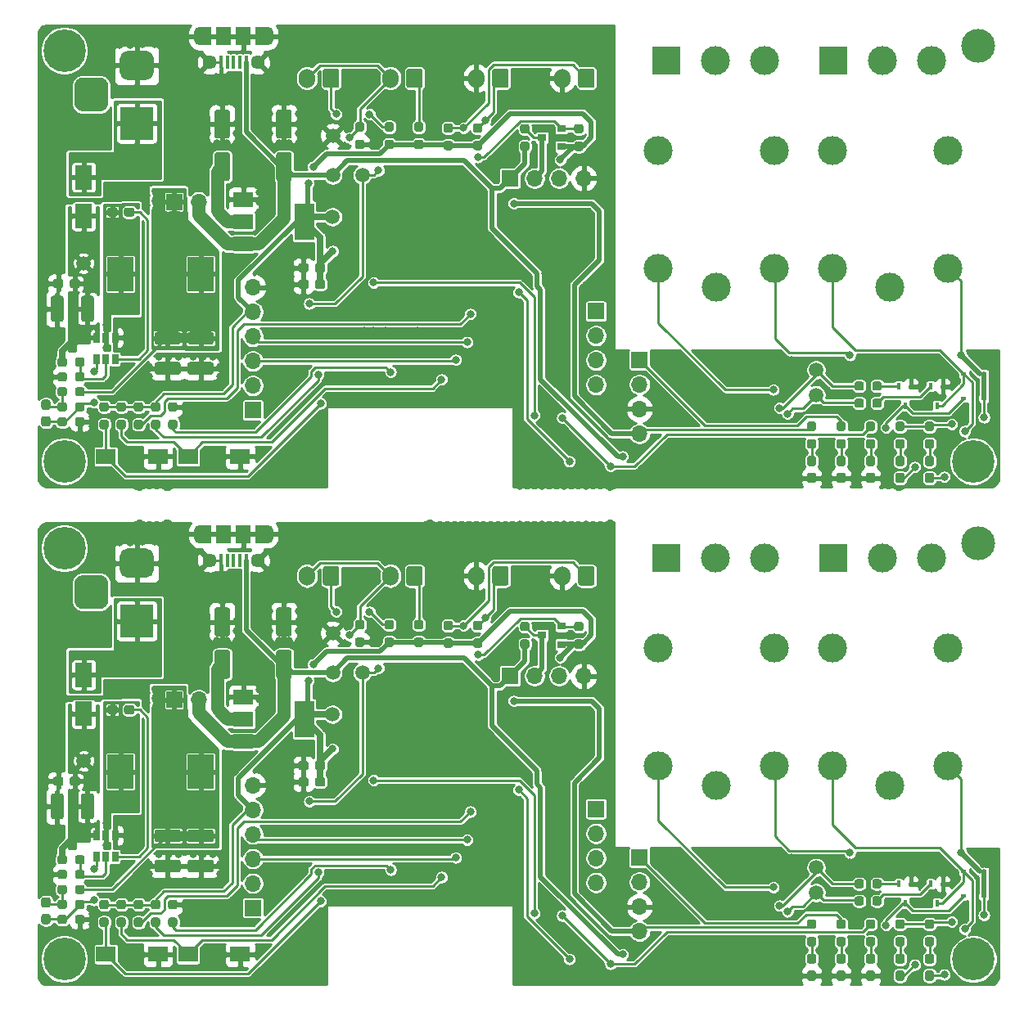
<source format=gbr>
G04 #@! TF.GenerationSoftware,KiCad,Pcbnew,5.1.9-73d0e3b20d~88~ubuntu18.04.1*
G04 #@! TF.CreationDate,2021-03-27T22:47:01+02:00*
G04 #@! TF.ProjectId,,58585858-5858-4585-9858-585858585858,1*
G04 #@! TF.SameCoordinates,Original*
G04 #@! TF.FileFunction,Copper,L1,Top*
G04 #@! TF.FilePolarity,Positive*
%FSLAX46Y46*%
G04 Gerber Fmt 4.6, Leading zero omitted, Abs format (unit mm)*
G04 Created by KiCad (PCBNEW 5.1.9-73d0e3b20d~88~ubuntu18.04.1) date 2021-03-27 22:47:01*
%MOMM*%
%LPD*%
G01*
G04 APERTURE LIST*
G04 #@! TA.AperFunction,SMDPad,CuDef*
%ADD10R,0.650000X1.060000*%
G04 #@! TD*
G04 #@! TA.AperFunction,SMDPad,CuDef*
%ADD11R,2.000000X1.500000*%
G04 #@! TD*
G04 #@! TA.AperFunction,SMDPad,CuDef*
%ADD12R,2.000000X3.800000*%
G04 #@! TD*
G04 #@! TA.AperFunction,SMDPad,CuDef*
%ADD13C,1.500000*%
G04 #@! TD*
G04 #@! TA.AperFunction,ComponentPad*
%ADD14R,3.500000X3.500000*%
G04 #@! TD*
G04 #@! TA.AperFunction,ComponentPad*
%ADD15C,3.000000*%
G04 #@! TD*
G04 #@! TA.AperFunction,SMDPad,CuDef*
%ADD16R,0.450000X0.700000*%
G04 #@! TD*
G04 #@! TA.AperFunction,SMDPad,CuDef*
%ADD17R,0.600000X0.450000*%
G04 #@! TD*
G04 #@! TA.AperFunction,ComponentPad*
%ADD18O,1.700000X2.000000*%
G04 #@! TD*
G04 #@! TA.AperFunction,ComponentPad*
%ADD19C,0.700000*%
G04 #@! TD*
G04 #@! TA.AperFunction,ComponentPad*
%ADD20C,4.400000*%
G04 #@! TD*
G04 #@! TA.AperFunction,SMDPad,CuDef*
%ADD21R,0.900000X0.800000*%
G04 #@! TD*
G04 #@! TA.AperFunction,ComponentPad*
%ADD22O,1.700000X1.700000*%
G04 #@! TD*
G04 #@! TA.AperFunction,ComponentPad*
%ADD23R,1.700000X1.700000*%
G04 #@! TD*
G04 #@! TA.AperFunction,ComponentPad*
%ADD24R,3.000000X3.000000*%
G04 #@! TD*
G04 #@! TA.AperFunction,SMDPad,CuDef*
%ADD25R,2.700000X3.600000*%
G04 #@! TD*
G04 #@! TA.AperFunction,SMDPad,CuDef*
%ADD26R,1.800000X2.500000*%
G04 #@! TD*
G04 #@! TA.AperFunction,SMDPad,CuDef*
%ADD27R,1.200000X1.900000*%
G04 #@! TD*
G04 #@! TA.AperFunction,ComponentPad*
%ADD28O,1.200000X1.900000*%
G04 #@! TD*
G04 #@! TA.AperFunction,SMDPad,CuDef*
%ADD29R,1.500000X1.900000*%
G04 #@! TD*
G04 #@! TA.AperFunction,ComponentPad*
%ADD30C,1.450000*%
G04 #@! TD*
G04 #@! TA.AperFunction,SMDPad,CuDef*
%ADD31R,0.400000X1.350000*%
G04 #@! TD*
G04 #@! TA.AperFunction,ComponentPad*
%ADD32C,2.600000*%
G04 #@! TD*
G04 #@! TA.AperFunction,ConnectorPad*
%ADD33C,3.500000*%
G04 #@! TD*
G04 #@! TA.AperFunction,SMDPad,CuDef*
%ADD34R,2.000000X1.600000*%
G04 #@! TD*
G04 #@! TA.AperFunction,ViaPad*
%ADD35C,0.800000*%
G04 #@! TD*
G04 #@! TA.AperFunction,Conductor*
%ADD36C,0.700000*%
G04 #@! TD*
G04 #@! TA.AperFunction,Conductor*
%ADD37C,0.250000*%
G04 #@! TD*
G04 #@! TA.AperFunction,Conductor*
%ADD38C,1.370000*%
G04 #@! TD*
G04 #@! TA.AperFunction,Conductor*
%ADD39C,0.500000*%
G04 #@! TD*
G04 #@! TA.AperFunction,Conductor*
%ADD40C,1.000000*%
G04 #@! TD*
G04 #@! TA.AperFunction,Conductor*
%ADD41C,0.254000*%
G04 #@! TD*
G04 #@! TA.AperFunction,Conductor*
%ADD42C,0.100000*%
G04 #@! TD*
G04 APERTURE END LIST*
D10*
X103250000Y-135400000D03*
X104200000Y-135400000D03*
X102300000Y-135400000D03*
X102300000Y-133200000D03*
X103250000Y-133200000D03*
X104200000Y-133200000D03*
D11*
X117474000Y-118886000D03*
X117474000Y-123486000D03*
X117474000Y-121186000D03*
D12*
X123774000Y-121186000D03*
D13*
X129768000Y-116360000D03*
G04 #@! TA.AperFunction,SMDPad,CuDef*
G36*
G01*
X98250000Y-140587500D02*
X98250000Y-140112500D01*
G75*
G02*
X98487500Y-139875000I237500J0D01*
G01*
X98987500Y-139875000D01*
G75*
G02*
X99225000Y-140112500I0J-237500D01*
G01*
X99225000Y-140587500D01*
G75*
G02*
X98987500Y-140825000I-237500J0D01*
G01*
X98487500Y-140825000D01*
G75*
G02*
X98250000Y-140587500I0J237500D01*
G01*
G37*
G04 #@! TD.AperFunction*
G04 #@! TA.AperFunction,SMDPad,CuDef*
G36*
G01*
X100075000Y-140587500D02*
X100075000Y-140112500D01*
G75*
G02*
X100312500Y-139875000I237500J0D01*
G01*
X100812500Y-139875000D01*
G75*
G02*
X101050000Y-140112500I0J-237500D01*
G01*
X101050000Y-140587500D01*
G75*
G02*
X100812500Y-140825000I-237500J0D01*
G01*
X100312500Y-140825000D01*
G75*
G02*
X100075000Y-140587500I0J237500D01*
G01*
G37*
G04 #@! TD.AperFunction*
X176700000Y-136525000D03*
D14*
X106450000Y-111025000D03*
G04 #@! TA.AperFunction,ComponentPad*
G36*
G01*
X105450000Y-103525000D02*
X107450000Y-103525000D01*
G75*
G02*
X108200000Y-104275000I0J-750000D01*
G01*
X108200000Y-105775000D01*
G75*
G02*
X107450000Y-106525000I-750000J0D01*
G01*
X105450000Y-106525000D01*
G75*
G02*
X104700000Y-105775000I0J750000D01*
G01*
X104700000Y-104275000D01*
G75*
G02*
X105450000Y-103525000I750000J0D01*
G01*
G37*
G04 #@! TD.AperFunction*
G04 #@! TA.AperFunction,ComponentPad*
G36*
G01*
X100875000Y-106275000D02*
X102625000Y-106275000D01*
G75*
G02*
X103500000Y-107150000I0J-875000D01*
G01*
X103500000Y-108900000D01*
G75*
G02*
X102625000Y-109775000I-875000J0D01*
G01*
X100875000Y-109775000D01*
G75*
G02*
X100000000Y-108900000I0J875000D01*
G01*
X100000000Y-107150000D01*
G75*
G02*
X100875000Y-106275000I875000J0D01*
G01*
G37*
G04 #@! TD.AperFunction*
D15*
X166370000Y-128000000D03*
X160370000Y-126000000D03*
X160370000Y-113800000D03*
X172370000Y-113800000D03*
X172370000Y-126000000D03*
G04 #@! TA.AperFunction,SMDPad,CuDef*
G36*
G01*
X181667000Y-139744500D02*
X181667000Y-140219500D01*
G75*
G02*
X181429500Y-140457000I-237500J0D01*
G01*
X180929500Y-140457000D01*
G75*
G02*
X180692000Y-140219500I0J237500D01*
G01*
X180692000Y-139744500D01*
G75*
G02*
X180929500Y-139507000I237500J0D01*
G01*
X181429500Y-139507000D01*
G75*
G02*
X181667000Y-139744500I0J-237500D01*
G01*
G37*
G04 #@! TD.AperFunction*
G04 #@! TA.AperFunction,SMDPad,CuDef*
G36*
G01*
X183492000Y-139744500D02*
X183492000Y-140219500D01*
G75*
G02*
X183254500Y-140457000I-237500J0D01*
G01*
X182754500Y-140457000D01*
G75*
G02*
X182517000Y-140219500I0J237500D01*
G01*
X182517000Y-139744500D01*
G75*
G02*
X182754500Y-139507000I237500J0D01*
G01*
X183254500Y-139507000D01*
G75*
G02*
X183492000Y-139744500I0J-237500D01*
G01*
G37*
G04 #@! TD.AperFunction*
D16*
X186552000Y-138220000D03*
X185252000Y-138220000D03*
X185902000Y-140220000D03*
G04 #@! TA.AperFunction,SMDPad,CuDef*
G36*
G01*
X185631500Y-146490000D02*
X185156500Y-146490000D01*
G75*
G02*
X184919000Y-146252500I0J237500D01*
G01*
X184919000Y-145677500D01*
G75*
G02*
X185156500Y-145440000I237500J0D01*
G01*
X185631500Y-145440000D01*
G75*
G02*
X185869000Y-145677500I0J-237500D01*
G01*
X185869000Y-146252500D01*
G75*
G02*
X185631500Y-146490000I-237500J0D01*
G01*
G37*
G04 #@! TD.AperFunction*
G04 #@! TA.AperFunction,SMDPad,CuDef*
G36*
G01*
X185631500Y-148240000D02*
X185156500Y-148240000D01*
G75*
G02*
X184919000Y-148002500I0J237500D01*
G01*
X184919000Y-147427500D01*
G75*
G02*
X185156500Y-147190000I237500J0D01*
G01*
X185631500Y-147190000D01*
G75*
G02*
X185869000Y-147427500I0J-237500D01*
G01*
X185869000Y-148002500D01*
G75*
G02*
X185631500Y-148240000I-237500J0D01*
G01*
G37*
G04 #@! TD.AperFunction*
D17*
X191964000Y-136934000D03*
X194064000Y-136934000D03*
D16*
X189204000Y-140220000D03*
X188554000Y-138220000D03*
X189854000Y-138220000D03*
G04 #@! TA.AperFunction,SMDPad,CuDef*
G36*
G01*
X100075000Y-142137500D02*
X100075000Y-141662500D01*
G75*
G02*
X100312500Y-141425000I237500J0D01*
G01*
X100812500Y-141425000D01*
G75*
G02*
X101050000Y-141662500I0J-237500D01*
G01*
X101050000Y-142137500D01*
G75*
G02*
X100812500Y-142375000I-237500J0D01*
G01*
X100312500Y-142375000D01*
G75*
G02*
X100075000Y-142137500I0J237500D01*
G01*
G37*
G04 #@! TD.AperFunction*
G04 #@! TA.AperFunction,SMDPad,CuDef*
G36*
G01*
X98250000Y-142137500D02*
X98250000Y-141662500D01*
G75*
G02*
X98487500Y-141425000I237500J0D01*
G01*
X98987500Y-141425000D01*
G75*
G02*
X99225000Y-141662500I0J-237500D01*
G01*
X99225000Y-142137500D01*
G75*
G02*
X98987500Y-142375000I-237500J0D01*
G01*
X98487500Y-142375000D01*
G75*
G02*
X98250000Y-142137500I0J237500D01*
G01*
G37*
G04 #@! TD.AperFunction*
G04 #@! TA.AperFunction,SMDPad,CuDef*
G36*
G01*
X114150003Y-137037500D02*
X111949997Y-137037500D01*
G75*
G02*
X111700000Y-136787503I0J249997D01*
G01*
X111700000Y-135962497D01*
G75*
G02*
X111949997Y-135712500I249997J0D01*
G01*
X114150003Y-135712500D01*
G75*
G02*
X114400000Y-135962497I0J-249997D01*
G01*
X114400000Y-136787503D01*
G75*
G02*
X114150003Y-137037500I-249997J0D01*
G01*
G37*
G04 #@! TD.AperFunction*
G04 #@! TA.AperFunction,SMDPad,CuDef*
G36*
G01*
X114150003Y-133912500D02*
X111949997Y-133912500D01*
G75*
G02*
X111700000Y-133662503I0J249997D01*
G01*
X111700000Y-132837497D01*
G75*
G02*
X111949997Y-132587500I249997J0D01*
G01*
X114150003Y-132587500D01*
G75*
G02*
X114400000Y-132837497I0J-249997D01*
G01*
X114400000Y-133662503D01*
G75*
G02*
X114150003Y-133912500I-249997J0D01*
G01*
G37*
G04 #@! TD.AperFunction*
G04 #@! TA.AperFunction,ComponentPad*
G36*
G01*
X153811000Y-105596000D02*
X153811000Y-107096000D01*
G75*
G02*
X153561000Y-107346000I-250000J0D01*
G01*
X152361000Y-107346000D01*
G75*
G02*
X152111000Y-107096000I0J250000D01*
G01*
X152111000Y-105596000D01*
G75*
G02*
X152361000Y-105346000I250000J0D01*
G01*
X153561000Y-105346000D01*
G75*
G02*
X153811000Y-105596000I0J-250000D01*
G01*
G37*
G04 #@! TD.AperFunction*
D18*
X150461000Y-106346000D03*
D19*
X100116726Y-102333274D03*
X98950000Y-101850000D03*
X97783274Y-102333274D03*
X97300000Y-103500000D03*
X97783274Y-104666726D03*
X98950000Y-105150000D03*
X100116726Y-104666726D03*
X100600000Y-103500000D03*
D20*
X98950000Y-103500000D03*
D19*
X194116726Y-144833274D03*
X192950000Y-144350000D03*
X191783274Y-144833274D03*
X191300000Y-146000000D03*
X191783274Y-147166726D03*
X192950000Y-147650000D03*
X194116726Y-147166726D03*
X194600000Y-146000000D03*
D20*
X192950000Y-146000000D03*
D21*
X148376000Y-112490000D03*
X150376000Y-111540000D03*
X150376000Y-113440000D03*
G04 #@! TA.AperFunction,SMDPad,CuDef*
G36*
G01*
X124225000Y-125737500D02*
X124225000Y-126212500D01*
G75*
G02*
X123987500Y-126450000I-237500J0D01*
G01*
X123387500Y-126450000D01*
G75*
G02*
X123150000Y-126212500I0J237500D01*
G01*
X123150000Y-125737500D01*
G75*
G02*
X123387500Y-125500000I237500J0D01*
G01*
X123987500Y-125500000D01*
G75*
G02*
X124225000Y-125737500I0J-237500D01*
G01*
G37*
G04 #@! TD.AperFunction*
G04 #@! TA.AperFunction,SMDPad,CuDef*
G36*
G01*
X125950000Y-125737500D02*
X125950000Y-126212500D01*
G75*
G02*
X125712500Y-126450000I-237500J0D01*
G01*
X125112500Y-126450000D01*
G75*
G02*
X124875000Y-126212500I0J237500D01*
G01*
X124875000Y-125737500D01*
G75*
G02*
X125112500Y-125500000I237500J0D01*
G01*
X125712500Y-125500000D01*
G75*
G02*
X125950000Y-125737500I0J-237500D01*
G01*
G37*
G04 #@! TD.AperFunction*
G04 #@! TA.AperFunction,ComponentPad*
G36*
G01*
X127395000Y-105596000D02*
X127395000Y-107096000D01*
G75*
G02*
X127145000Y-107346000I-250000J0D01*
G01*
X125945000Y-107346000D01*
G75*
G02*
X125695000Y-107096000I0J250000D01*
G01*
X125695000Y-105596000D01*
G75*
G02*
X125945000Y-105346000I250000J0D01*
G01*
X127145000Y-105346000D01*
G75*
G02*
X127395000Y-105596000I0J-250000D01*
G01*
G37*
G04 #@! TD.AperFunction*
D18*
X124045000Y-106346000D03*
G04 #@! TA.AperFunction,SMDPad,CuDef*
G36*
G01*
X100587500Y-127362500D02*
X100587500Y-127837500D01*
G75*
G02*
X100350000Y-128075000I-237500J0D01*
G01*
X99750000Y-128075000D01*
G75*
G02*
X99512500Y-127837500I0J237500D01*
G01*
X99512500Y-127362500D01*
G75*
G02*
X99750000Y-127125000I237500J0D01*
G01*
X100350000Y-127125000D01*
G75*
G02*
X100587500Y-127362500I0J-237500D01*
G01*
G37*
G04 #@! TD.AperFunction*
G04 #@! TA.AperFunction,SMDPad,CuDef*
G36*
G01*
X98862500Y-127362500D02*
X98862500Y-127837500D01*
G75*
G02*
X98625000Y-128075000I-237500J0D01*
G01*
X98025000Y-128075000D01*
G75*
G02*
X97787500Y-127837500I0J237500D01*
G01*
X97787500Y-127362500D01*
G75*
G02*
X98025000Y-127125000I237500J0D01*
G01*
X98625000Y-127125000D01*
G75*
G02*
X98862500Y-127362500I0J-237500D01*
G01*
G37*
G04 #@! TD.AperFunction*
G04 #@! TA.AperFunction,SMDPad,CuDef*
G36*
G01*
X101050000Y-137012500D02*
X101050000Y-137487500D01*
G75*
G02*
X100812500Y-137725000I-237500J0D01*
G01*
X100312500Y-137725000D01*
G75*
G02*
X100075000Y-137487500I0J237500D01*
G01*
X100075000Y-137012500D01*
G75*
G02*
X100312500Y-136775000I237500J0D01*
G01*
X100812500Y-136775000D01*
G75*
G02*
X101050000Y-137012500I0J-237500D01*
G01*
G37*
G04 #@! TD.AperFunction*
G04 #@! TA.AperFunction,SMDPad,CuDef*
G36*
G01*
X99225000Y-137012500D02*
X99225000Y-137487500D01*
G75*
G02*
X98987500Y-137725000I-237500J0D01*
G01*
X98487500Y-137725000D01*
G75*
G02*
X98250000Y-137487500I0J237500D01*
G01*
X98250000Y-137012500D01*
G75*
G02*
X98487500Y-136775000I237500J0D01*
G01*
X98987500Y-136775000D01*
G75*
G02*
X99225000Y-137012500I0J-237500D01*
G01*
G37*
G04 #@! TD.AperFunction*
D22*
X112840000Y-119150000D03*
D23*
X110300000Y-119150000D03*
D18*
X141571000Y-106346000D03*
G04 #@! TA.AperFunction,ComponentPad*
G36*
G01*
X144921000Y-105596000D02*
X144921000Y-107096000D01*
G75*
G02*
X144671000Y-107346000I-250000J0D01*
G01*
X143471000Y-107346000D01*
G75*
G02*
X143221000Y-107096000I0J250000D01*
G01*
X143221000Y-105596000D01*
G75*
G02*
X143471000Y-105346000I250000J0D01*
G01*
X144671000Y-105346000D01*
G75*
G02*
X144921000Y-105596000I0J-250000D01*
G01*
G37*
G04 #@! TD.AperFunction*
G04 #@! TA.AperFunction,SMDPad,CuDef*
G36*
G01*
X102012500Y-129099997D02*
X102012500Y-131300003D01*
G75*
G02*
X101762503Y-131550000I-249997J0D01*
G01*
X100937497Y-131550000D01*
G75*
G02*
X100687500Y-131300003I0J249997D01*
G01*
X100687500Y-129099997D01*
G75*
G02*
X100937497Y-128850000I249997J0D01*
G01*
X101762503Y-128850000D01*
G75*
G02*
X102012500Y-129099997I0J-249997D01*
G01*
G37*
G04 #@! TD.AperFunction*
G04 #@! TA.AperFunction,SMDPad,CuDef*
G36*
G01*
X98887500Y-129099997D02*
X98887500Y-131300003D01*
G75*
G02*
X98637503Y-131550000I-249997J0D01*
G01*
X97812497Y-131550000D01*
G75*
G02*
X97562500Y-131300003I0J249997D01*
G01*
X97562500Y-129099997D01*
G75*
G02*
X97812497Y-128850000I249997J0D01*
G01*
X98637503Y-128850000D01*
G75*
G02*
X98887500Y-129099997I0J-249997D01*
G01*
G37*
G04 #@! TD.AperFunction*
D24*
X161210000Y-104510000D03*
D15*
X166290000Y-104510000D03*
X171370000Y-104510000D03*
X190370000Y-126000000D03*
X190370000Y-113800000D03*
X178370000Y-113800000D03*
X178370000Y-126000000D03*
X184370000Y-128000000D03*
G04 #@! TA.AperFunction,SMDPad,CuDef*
G36*
G01*
X98250000Y-135962500D02*
X98250000Y-135487500D01*
G75*
G02*
X98487500Y-135250000I237500J0D01*
G01*
X98987500Y-135250000D01*
G75*
G02*
X99225000Y-135487500I0J-237500D01*
G01*
X99225000Y-135962500D01*
G75*
G02*
X98987500Y-136200000I-237500J0D01*
G01*
X98487500Y-136200000D01*
G75*
G02*
X98250000Y-135962500I0J237500D01*
G01*
G37*
G04 #@! TD.AperFunction*
G04 #@! TA.AperFunction,SMDPad,CuDef*
G36*
G01*
X100075000Y-135962500D02*
X100075000Y-135487500D01*
G75*
G02*
X100312500Y-135250000I237500J0D01*
G01*
X100812500Y-135250000D01*
G75*
G02*
X101050000Y-135487500I0J-237500D01*
G01*
X101050000Y-135962500D01*
G75*
G02*
X100812500Y-136200000I-237500J0D01*
G01*
X100312500Y-136200000D01*
G75*
G02*
X100075000Y-135962500I0J237500D01*
G01*
G37*
G04 #@! TD.AperFunction*
D23*
X153950000Y-130460000D03*
D22*
X153950000Y-133000000D03*
X153950000Y-135540000D03*
X153950000Y-138080000D03*
D25*
X113050000Y-126600000D03*
X104750000Y-126600000D03*
G04 #@! TA.AperFunction,SMDPad,CuDef*
G36*
G01*
X122223000Y-112604000D02*
X121123000Y-112604000D01*
G75*
G02*
X120873000Y-112354000I0J250000D01*
G01*
X120873000Y-109854000D01*
G75*
G02*
X121123000Y-109604000I250000J0D01*
G01*
X122223000Y-109604000D01*
G75*
G02*
X122473000Y-109854000I0J-250000D01*
G01*
X122473000Y-112354000D01*
G75*
G02*
X122223000Y-112604000I-250000J0D01*
G01*
G37*
G04 #@! TD.AperFunction*
G04 #@! TA.AperFunction,SMDPad,CuDef*
G36*
G01*
X122223000Y-117004000D02*
X121123000Y-117004000D01*
G75*
G02*
X120873000Y-116754000I0J250000D01*
G01*
X120873000Y-114254000D01*
G75*
G02*
X121123000Y-114004000I250000J0D01*
G01*
X122223000Y-114004000D01*
G75*
G02*
X122473000Y-114254000I0J-250000D01*
G01*
X122473000Y-116754000D01*
G75*
G02*
X122223000Y-117004000I-250000J0D01*
G01*
G37*
G04 #@! TD.AperFunction*
D23*
X158450000Y-135500000D03*
D22*
X158450000Y-138040000D03*
X158450000Y-140580000D03*
X158450000Y-143120000D03*
G04 #@! TA.AperFunction,SMDPad,CuDef*
G36*
G01*
X115836000Y-117004000D02*
X114736000Y-117004000D01*
G75*
G02*
X114486000Y-116754000I0J250000D01*
G01*
X114486000Y-114254000D01*
G75*
G02*
X114736000Y-114004000I250000J0D01*
G01*
X115836000Y-114004000D01*
G75*
G02*
X116086000Y-114254000I0J-250000D01*
G01*
X116086000Y-116754000D01*
G75*
G02*
X115836000Y-117004000I-250000J0D01*
G01*
G37*
G04 #@! TD.AperFunction*
G04 #@! TA.AperFunction,SMDPad,CuDef*
G36*
G01*
X115836000Y-112604000D02*
X114736000Y-112604000D01*
G75*
G02*
X114486000Y-112354000I0J250000D01*
G01*
X114486000Y-109854000D01*
G75*
G02*
X114736000Y-109604000I250000J0D01*
G01*
X115836000Y-109604000D01*
G75*
G02*
X116086000Y-109854000I0J-250000D01*
G01*
X116086000Y-112354000D01*
G75*
G02*
X115836000Y-112604000I-250000J0D01*
G01*
G37*
G04 #@! TD.AperFunction*
X118450000Y-128000000D03*
X118450000Y-130540000D03*
X118450000Y-133080000D03*
X118450000Y-135620000D03*
X118450000Y-138160000D03*
D23*
X118450000Y-140700000D03*
G04 #@! TA.AperFunction,SMDPad,CuDef*
G36*
G01*
X176487500Y-144684000D02*
X176012500Y-144684000D01*
G75*
G02*
X175775000Y-144446500I0J237500D01*
G01*
X175775000Y-143946500D01*
G75*
G02*
X176012500Y-143709000I237500J0D01*
G01*
X176487500Y-143709000D01*
G75*
G02*
X176725000Y-143946500I0J-237500D01*
G01*
X176725000Y-144446500D01*
G75*
G02*
X176487500Y-144684000I-237500J0D01*
G01*
G37*
G04 #@! TD.AperFunction*
G04 #@! TA.AperFunction,SMDPad,CuDef*
G36*
G01*
X176487500Y-142859000D02*
X176012500Y-142859000D01*
G75*
G02*
X175775000Y-142621500I0J237500D01*
G01*
X175775000Y-142121500D01*
G75*
G02*
X176012500Y-141884000I237500J0D01*
G01*
X176487500Y-141884000D01*
G75*
G02*
X176725000Y-142121500I0J-237500D01*
G01*
X176725000Y-142621500D01*
G75*
G02*
X176487500Y-142859000I-237500J0D01*
G01*
G37*
G04 #@! TD.AperFunction*
G04 #@! TA.AperFunction,SMDPad,CuDef*
G36*
G01*
X188679500Y-148240000D02*
X188204500Y-148240000D01*
G75*
G02*
X187967000Y-148002500I0J237500D01*
G01*
X187967000Y-147427500D01*
G75*
G02*
X188204500Y-147190000I237500J0D01*
G01*
X188679500Y-147190000D01*
G75*
G02*
X188917000Y-147427500I0J-237500D01*
G01*
X188917000Y-148002500D01*
G75*
G02*
X188679500Y-148240000I-237500J0D01*
G01*
G37*
G04 #@! TD.AperFunction*
G04 #@! TA.AperFunction,SMDPad,CuDef*
G36*
G01*
X188679500Y-146490000D02*
X188204500Y-146490000D01*
G75*
G02*
X187967000Y-146252500I0J237500D01*
G01*
X187967000Y-145677500D01*
G75*
G02*
X188204500Y-145440000I237500J0D01*
G01*
X188679500Y-145440000D01*
G75*
G02*
X188917000Y-145677500I0J-237500D01*
G01*
X188917000Y-146252500D01*
G75*
G02*
X188679500Y-146490000I-237500J0D01*
G01*
G37*
G04 #@! TD.AperFunction*
D26*
X100950000Y-120600000D03*
X100950000Y-116600000D03*
G04 #@! TA.AperFunction,SMDPad,CuDef*
G36*
G01*
X105125000Y-120437500D02*
X105125000Y-119962500D01*
G75*
G02*
X105362500Y-119725000I237500J0D01*
G01*
X105962500Y-119725000D01*
G75*
G02*
X106200000Y-119962500I0J-237500D01*
G01*
X106200000Y-120437500D01*
G75*
G02*
X105962500Y-120675000I-237500J0D01*
G01*
X105362500Y-120675000D01*
G75*
G02*
X105125000Y-120437500I0J237500D01*
G01*
G37*
G04 #@! TD.AperFunction*
G04 #@! TA.AperFunction,SMDPad,CuDef*
G36*
G01*
X103400000Y-120437500D02*
X103400000Y-119962500D01*
G75*
G02*
X103637500Y-119725000I237500J0D01*
G01*
X104237500Y-119725000D01*
G75*
G02*
X104475000Y-119962500I0J-237500D01*
G01*
X104475000Y-120437500D01*
G75*
G02*
X104237500Y-120675000I-237500J0D01*
G01*
X103637500Y-120675000D01*
G75*
G02*
X103400000Y-120437500I0J237500D01*
G01*
G37*
G04 #@! TD.AperFunction*
G04 #@! TA.AperFunction,SMDPad,CuDef*
G36*
G01*
X182583500Y-148240000D02*
X182108500Y-148240000D01*
G75*
G02*
X181871000Y-148002500I0J237500D01*
G01*
X181871000Y-147427500D01*
G75*
G02*
X182108500Y-147190000I237500J0D01*
G01*
X182583500Y-147190000D01*
G75*
G02*
X182821000Y-147427500I0J-237500D01*
G01*
X182821000Y-148002500D01*
G75*
G02*
X182583500Y-148240000I-237500J0D01*
G01*
G37*
G04 #@! TD.AperFunction*
G04 #@! TA.AperFunction,SMDPad,CuDef*
G36*
G01*
X182583500Y-146490000D02*
X182108500Y-146490000D01*
G75*
G02*
X181871000Y-146252500I0J237500D01*
G01*
X181871000Y-145677500D01*
G75*
G02*
X182108500Y-145440000I237500J0D01*
G01*
X182583500Y-145440000D01*
G75*
G02*
X182821000Y-145677500I0J-237500D01*
G01*
X182821000Y-146252500D01*
G75*
G02*
X182583500Y-146490000I-237500J0D01*
G01*
G37*
G04 #@! TD.AperFunction*
G04 #@! TA.AperFunction,SMDPad,CuDef*
G36*
G01*
X179535500Y-146490000D02*
X179060500Y-146490000D01*
G75*
G02*
X178823000Y-146252500I0J237500D01*
G01*
X178823000Y-145677500D01*
G75*
G02*
X179060500Y-145440000I237500J0D01*
G01*
X179535500Y-145440000D01*
G75*
G02*
X179773000Y-145677500I0J-237500D01*
G01*
X179773000Y-146252500D01*
G75*
G02*
X179535500Y-146490000I-237500J0D01*
G01*
G37*
G04 #@! TD.AperFunction*
G04 #@! TA.AperFunction,SMDPad,CuDef*
G36*
G01*
X179535500Y-148240000D02*
X179060500Y-148240000D01*
G75*
G02*
X178823000Y-148002500I0J237500D01*
G01*
X178823000Y-147427500D01*
G75*
G02*
X179060500Y-147190000I237500J0D01*
G01*
X179535500Y-147190000D01*
G75*
G02*
X179773000Y-147427500I0J-237500D01*
G01*
X179773000Y-148002500D01*
G75*
G02*
X179535500Y-148240000I-237500J0D01*
G01*
G37*
G04 #@! TD.AperFunction*
D27*
X119350000Y-102012500D03*
X113550000Y-102012500D03*
D28*
X112950000Y-102012500D03*
X119950000Y-102012500D03*
D29*
X117450000Y-102012500D03*
D30*
X113950000Y-104712500D03*
D31*
X116450000Y-104712500D03*
X115800000Y-104712500D03*
X115150000Y-104712500D03*
X117750000Y-104712500D03*
X117100000Y-104712500D03*
D30*
X118950000Y-104712500D03*
D29*
X115450000Y-102012500D03*
D15*
X188620000Y-104510000D03*
X183540000Y-104510000D03*
D24*
X178460000Y-104510000D03*
D32*
X193450000Y-103000000D03*
D33*
X193450000Y-103000000D03*
G04 #@! TA.AperFunction,SMDPad,CuDef*
G36*
G01*
X110750003Y-133912500D02*
X108549997Y-133912500D01*
G75*
G02*
X108300000Y-133662503I0J249997D01*
G01*
X108300000Y-132837497D01*
G75*
G02*
X108549997Y-132587500I249997J0D01*
G01*
X110750003Y-132587500D01*
G75*
G02*
X111000000Y-132837497I0J-249997D01*
G01*
X111000000Y-133662503D01*
G75*
G02*
X110750003Y-133912500I-249997J0D01*
G01*
G37*
G04 #@! TD.AperFunction*
G04 #@! TA.AperFunction,SMDPad,CuDef*
G36*
G01*
X110750003Y-137037500D02*
X108549997Y-137037500D01*
G75*
G02*
X108300000Y-136787503I0J249997D01*
G01*
X108300000Y-135962497D01*
G75*
G02*
X108549997Y-135712500I249997J0D01*
G01*
X110750003Y-135712500D01*
G75*
G02*
X111000000Y-135962497I0J-249997D01*
G01*
X111000000Y-136787503D01*
G75*
G02*
X110750003Y-137037500I-249997J0D01*
G01*
G37*
G04 #@! TD.AperFunction*
G04 #@! TA.AperFunction,SMDPad,CuDef*
G36*
G01*
X125950000Y-127437500D02*
X125950000Y-127912500D01*
G75*
G02*
X125712500Y-128150000I-237500J0D01*
G01*
X125112500Y-128150000D01*
G75*
G02*
X124875000Y-127912500I0J237500D01*
G01*
X124875000Y-127437500D01*
G75*
G02*
X125112500Y-127200000I237500J0D01*
G01*
X125712500Y-127200000D01*
G75*
G02*
X125950000Y-127437500I0J-237500D01*
G01*
G37*
G04 #@! TD.AperFunction*
G04 #@! TA.AperFunction,SMDPad,CuDef*
G36*
G01*
X124225000Y-127437500D02*
X124225000Y-127912500D01*
G75*
G02*
X123987500Y-128150000I-237500J0D01*
G01*
X123387500Y-128150000D01*
G75*
G02*
X123150000Y-127912500I0J237500D01*
G01*
X123150000Y-127437500D01*
G75*
G02*
X123387500Y-127200000I237500J0D01*
G01*
X123987500Y-127200000D01*
G75*
G02*
X124225000Y-127437500I0J-237500D01*
G01*
G37*
G04 #@! TD.AperFunction*
G04 #@! TA.AperFunction,SMDPad,CuDef*
G36*
G01*
X97287500Y-140675000D02*
X96812500Y-140675000D01*
G75*
G02*
X96575000Y-140437500I0J237500D01*
G01*
X96575000Y-139837500D01*
G75*
G02*
X96812500Y-139600000I237500J0D01*
G01*
X97287500Y-139600000D01*
G75*
G02*
X97525000Y-139837500I0J-237500D01*
G01*
X97525000Y-140437500D01*
G75*
G02*
X97287500Y-140675000I-237500J0D01*
G01*
G37*
G04 #@! TD.AperFunction*
G04 #@! TA.AperFunction,SMDPad,CuDef*
G36*
G01*
X97287500Y-142400000D02*
X96812500Y-142400000D01*
G75*
G02*
X96575000Y-142162500I0J237500D01*
G01*
X96575000Y-141562500D01*
G75*
G02*
X96812500Y-141325000I237500J0D01*
G01*
X97287500Y-141325000D01*
G75*
G02*
X97525000Y-141562500I0J-237500D01*
G01*
X97525000Y-142162500D01*
G75*
G02*
X97287500Y-142400000I-237500J0D01*
G01*
G37*
G04 #@! TD.AperFunction*
D22*
X152670000Y-116700000D03*
X150130000Y-116700000D03*
X147590000Y-116700000D03*
D23*
X145050000Y-116700000D03*
G04 #@! TA.AperFunction,SMDPad,CuDef*
G36*
G01*
X101050000Y-138562500D02*
X101050000Y-139037500D01*
G75*
G02*
X100812500Y-139275000I-237500J0D01*
G01*
X100312500Y-139275000D01*
G75*
G02*
X100075000Y-139037500I0J237500D01*
G01*
X100075000Y-138562500D01*
G75*
G02*
X100312500Y-138325000I237500J0D01*
G01*
X100812500Y-138325000D01*
G75*
G02*
X101050000Y-138562500I0J-237500D01*
G01*
G37*
G04 #@! TD.AperFunction*
G04 #@! TA.AperFunction,SMDPad,CuDef*
G36*
G01*
X99225000Y-138562500D02*
X99225000Y-139037500D01*
G75*
G02*
X98987500Y-139275000I-237500J0D01*
G01*
X98487500Y-139275000D01*
G75*
G02*
X98250000Y-139037500I0J237500D01*
G01*
X98250000Y-138562500D01*
G75*
G02*
X98487500Y-138325000I237500J0D01*
G01*
X98987500Y-138325000D01*
G75*
G02*
X99225000Y-138562500I0J-237500D01*
G01*
G37*
G04 #@! TD.AperFunction*
D20*
X98950000Y-146000000D03*
D19*
X100600000Y-146000000D03*
X100116726Y-147166726D03*
X98950000Y-147650000D03*
X97783274Y-147166726D03*
X97300000Y-146000000D03*
X97783274Y-144833274D03*
X98950000Y-144350000D03*
X100116726Y-144833274D03*
D18*
X132681000Y-106346000D03*
G04 #@! TA.AperFunction,ComponentPad*
G36*
G01*
X136031000Y-105596000D02*
X136031000Y-107096000D01*
G75*
G02*
X135781000Y-107346000I-250000J0D01*
G01*
X134581000Y-107346000D01*
G75*
G02*
X134331000Y-107096000I0J250000D01*
G01*
X134331000Y-105596000D01*
G75*
G02*
X134581000Y-105346000I250000J0D01*
G01*
X135781000Y-105346000D01*
G75*
G02*
X136031000Y-105596000I0J-250000D01*
G01*
G37*
G04 #@! TD.AperFunction*
G04 #@! TA.AperFunction,SMDPad,CuDef*
G36*
G01*
X138895500Y-113799500D02*
X138420500Y-113799500D01*
G75*
G02*
X138183000Y-113562000I0J237500D01*
G01*
X138183000Y-113062000D01*
G75*
G02*
X138420500Y-112824500I237500J0D01*
G01*
X138895500Y-112824500D01*
G75*
G02*
X139133000Y-113062000I0J-237500D01*
G01*
X139133000Y-113562000D01*
G75*
G02*
X138895500Y-113799500I-237500J0D01*
G01*
G37*
G04 #@! TD.AperFunction*
G04 #@! TA.AperFunction,SMDPad,CuDef*
G36*
G01*
X138895500Y-111974500D02*
X138420500Y-111974500D01*
G75*
G02*
X138183000Y-111737000I0J237500D01*
G01*
X138183000Y-111237000D01*
G75*
G02*
X138420500Y-110999500I237500J0D01*
G01*
X138895500Y-110999500D01*
G75*
G02*
X139133000Y-111237000I0J-237500D01*
G01*
X139133000Y-111737000D01*
G75*
G02*
X138895500Y-111974500I-237500J0D01*
G01*
G37*
G04 #@! TD.AperFunction*
G04 #@! TA.AperFunction,SMDPad,CuDef*
G36*
G01*
X185156500Y-141884000D02*
X185631500Y-141884000D01*
G75*
G02*
X185869000Y-142121500I0J-237500D01*
G01*
X185869000Y-142621500D01*
G75*
G02*
X185631500Y-142859000I-237500J0D01*
G01*
X185156500Y-142859000D01*
G75*
G02*
X184919000Y-142621500I0J237500D01*
G01*
X184919000Y-142121500D01*
G75*
G02*
X185156500Y-141884000I237500J0D01*
G01*
G37*
G04 #@! TD.AperFunction*
G04 #@! TA.AperFunction,SMDPad,CuDef*
G36*
G01*
X185156500Y-143709000D02*
X185631500Y-143709000D01*
G75*
G02*
X185869000Y-143946500I0J-237500D01*
G01*
X185869000Y-144446500D01*
G75*
G02*
X185631500Y-144684000I-237500J0D01*
G01*
X185156500Y-144684000D01*
G75*
G02*
X184919000Y-144446500I0J237500D01*
G01*
X184919000Y-143946500D01*
G75*
G02*
X185156500Y-143709000I237500J0D01*
G01*
G37*
G04 #@! TD.AperFunction*
G04 #@! TA.AperFunction,SMDPad,CuDef*
G36*
G01*
X183492000Y-137966500D02*
X183492000Y-138441500D01*
G75*
G02*
X183254500Y-138679000I-237500J0D01*
G01*
X182754500Y-138679000D01*
G75*
G02*
X182517000Y-138441500I0J237500D01*
G01*
X182517000Y-137966500D01*
G75*
G02*
X182754500Y-137729000I237500J0D01*
G01*
X183254500Y-137729000D01*
G75*
G02*
X183492000Y-137966500I0J-237500D01*
G01*
G37*
G04 #@! TD.AperFunction*
G04 #@! TA.AperFunction,SMDPad,CuDef*
G36*
G01*
X181667000Y-137966500D02*
X181667000Y-138441500D01*
G75*
G02*
X181429500Y-138679000I-237500J0D01*
G01*
X180929500Y-138679000D01*
G75*
G02*
X180692000Y-138441500I0J237500D01*
G01*
X180692000Y-137966500D01*
G75*
G02*
X180929500Y-137729000I237500J0D01*
G01*
X181429500Y-137729000D01*
G75*
G02*
X181667000Y-137966500I0J-237500D01*
G01*
G37*
G04 #@! TD.AperFunction*
G04 #@! TA.AperFunction,SMDPad,CuDef*
G36*
G01*
X188204500Y-143709000D02*
X188679500Y-143709000D01*
G75*
G02*
X188917000Y-143946500I0J-237500D01*
G01*
X188917000Y-144446500D01*
G75*
G02*
X188679500Y-144684000I-237500J0D01*
G01*
X188204500Y-144684000D01*
G75*
G02*
X187967000Y-144446500I0J237500D01*
G01*
X187967000Y-143946500D01*
G75*
G02*
X188204500Y-143709000I237500J0D01*
G01*
G37*
G04 #@! TD.AperFunction*
G04 #@! TA.AperFunction,SMDPad,CuDef*
G36*
G01*
X188204500Y-141884000D02*
X188679500Y-141884000D01*
G75*
G02*
X188917000Y-142121500I0J-237500D01*
G01*
X188917000Y-142621500D01*
G75*
G02*
X188679500Y-142859000I-237500J0D01*
G01*
X188204500Y-142859000D01*
G75*
G02*
X187967000Y-142621500I0J237500D01*
G01*
X187967000Y-142121500D01*
G75*
G02*
X188204500Y-141884000I237500J0D01*
G01*
G37*
G04 #@! TD.AperFunction*
G04 #@! TA.AperFunction,SMDPad,CuDef*
G36*
G01*
X105075500Y-140849000D02*
X104600500Y-140849000D01*
G75*
G02*
X104363000Y-140611500I0J237500D01*
G01*
X104363000Y-140111500D01*
G75*
G02*
X104600500Y-139874000I237500J0D01*
G01*
X105075500Y-139874000D01*
G75*
G02*
X105313000Y-140111500I0J-237500D01*
G01*
X105313000Y-140611500D01*
G75*
G02*
X105075500Y-140849000I-237500J0D01*
G01*
G37*
G04 #@! TD.AperFunction*
G04 #@! TA.AperFunction,SMDPad,CuDef*
G36*
G01*
X105075500Y-142674000D02*
X104600500Y-142674000D01*
G75*
G02*
X104363000Y-142436500I0J237500D01*
G01*
X104363000Y-141936500D01*
G75*
G02*
X104600500Y-141699000I237500J0D01*
G01*
X105075500Y-141699000D01*
G75*
G02*
X105313000Y-141936500I0J-237500D01*
G01*
X105313000Y-142436500D01*
G75*
G02*
X105075500Y-142674000I-237500J0D01*
G01*
G37*
G04 #@! TD.AperFunction*
G04 #@! TA.AperFunction,SMDPad,CuDef*
G36*
G01*
X141943500Y-111974500D02*
X141468500Y-111974500D01*
G75*
G02*
X141231000Y-111737000I0J237500D01*
G01*
X141231000Y-111237000D01*
G75*
G02*
X141468500Y-110999500I237500J0D01*
G01*
X141943500Y-110999500D01*
G75*
G02*
X142181000Y-111237000I0J-237500D01*
G01*
X142181000Y-111737000D01*
G75*
G02*
X141943500Y-111974500I-237500J0D01*
G01*
G37*
G04 #@! TD.AperFunction*
G04 #@! TA.AperFunction,SMDPad,CuDef*
G36*
G01*
X141943500Y-113799500D02*
X141468500Y-113799500D01*
G75*
G02*
X141231000Y-113562000I0J237500D01*
G01*
X141231000Y-113062000D01*
G75*
G02*
X141468500Y-112824500I237500J0D01*
G01*
X141943500Y-112824500D01*
G75*
G02*
X142181000Y-113062000I0J-237500D01*
G01*
X142181000Y-113562000D01*
G75*
G02*
X141943500Y-113799500I-237500J0D01*
G01*
G37*
G04 #@! TD.AperFunction*
G04 #@! TA.AperFunction,SMDPad,CuDef*
G36*
G01*
X106378500Y-139874000D02*
X106853500Y-139874000D01*
G75*
G02*
X107091000Y-140111500I0J-237500D01*
G01*
X107091000Y-140611500D01*
G75*
G02*
X106853500Y-140849000I-237500J0D01*
G01*
X106378500Y-140849000D01*
G75*
G02*
X106141000Y-140611500I0J237500D01*
G01*
X106141000Y-140111500D01*
G75*
G02*
X106378500Y-139874000I237500J0D01*
G01*
G37*
G04 #@! TD.AperFunction*
G04 #@! TA.AperFunction,SMDPad,CuDef*
G36*
G01*
X106378500Y-141699000D02*
X106853500Y-141699000D01*
G75*
G02*
X107091000Y-141936500I0J-237500D01*
G01*
X107091000Y-142436500D01*
G75*
G02*
X106853500Y-142674000I-237500J0D01*
G01*
X106378500Y-142674000D01*
G75*
G02*
X106141000Y-142436500I0J237500D01*
G01*
X106141000Y-141936500D01*
G75*
G02*
X106378500Y-141699000I237500J0D01*
G01*
G37*
G04 #@! TD.AperFunction*
G04 #@! TA.AperFunction,SMDPad,CuDef*
G36*
G01*
X179535500Y-144684000D02*
X179060500Y-144684000D01*
G75*
G02*
X178823000Y-144446500I0J237500D01*
G01*
X178823000Y-143946500D01*
G75*
G02*
X179060500Y-143709000I237500J0D01*
G01*
X179535500Y-143709000D01*
G75*
G02*
X179773000Y-143946500I0J-237500D01*
G01*
X179773000Y-144446500D01*
G75*
G02*
X179535500Y-144684000I-237500J0D01*
G01*
G37*
G04 #@! TD.AperFunction*
G04 #@! TA.AperFunction,SMDPad,CuDef*
G36*
G01*
X179535500Y-142859000D02*
X179060500Y-142859000D01*
G75*
G02*
X178823000Y-142621500I0J237500D01*
G01*
X178823000Y-142121500D01*
G75*
G02*
X179060500Y-141884000I237500J0D01*
G01*
X179535500Y-141884000D01*
G75*
G02*
X179773000Y-142121500I0J-237500D01*
G01*
X179773000Y-142621500D01*
G75*
G02*
X179535500Y-142859000I-237500J0D01*
G01*
G37*
G04 #@! TD.AperFunction*
G04 #@! TA.AperFunction,SMDPad,CuDef*
G36*
G01*
X108156500Y-141699000D02*
X108631500Y-141699000D01*
G75*
G02*
X108869000Y-141936500I0J-237500D01*
G01*
X108869000Y-142436500D01*
G75*
G02*
X108631500Y-142674000I-237500J0D01*
G01*
X108156500Y-142674000D01*
G75*
G02*
X107919000Y-142436500I0J237500D01*
G01*
X107919000Y-141936500D01*
G75*
G02*
X108156500Y-141699000I237500J0D01*
G01*
G37*
G04 #@! TD.AperFunction*
G04 #@! TA.AperFunction,SMDPad,CuDef*
G36*
G01*
X108156500Y-139874000D02*
X108631500Y-139874000D01*
G75*
G02*
X108869000Y-140111500I0J-237500D01*
G01*
X108869000Y-140611500D01*
G75*
G02*
X108631500Y-140849000I-237500J0D01*
G01*
X108156500Y-140849000D01*
G75*
G02*
X107919000Y-140611500I0J237500D01*
G01*
X107919000Y-140111500D01*
G75*
G02*
X108156500Y-139874000I237500J0D01*
G01*
G37*
G04 #@! TD.AperFunction*
G04 #@! TA.AperFunction,SMDPad,CuDef*
G36*
G01*
X103297500Y-142674000D02*
X102822500Y-142674000D01*
G75*
G02*
X102585000Y-142436500I0J237500D01*
G01*
X102585000Y-141936500D01*
G75*
G02*
X102822500Y-141699000I237500J0D01*
G01*
X103297500Y-141699000D01*
G75*
G02*
X103535000Y-141936500I0J-237500D01*
G01*
X103535000Y-142436500D01*
G75*
G02*
X103297500Y-142674000I-237500J0D01*
G01*
G37*
G04 #@! TD.AperFunction*
G04 #@! TA.AperFunction,SMDPad,CuDef*
G36*
G01*
X103297500Y-140849000D02*
X102822500Y-140849000D01*
G75*
G02*
X102585000Y-140611500I0J237500D01*
G01*
X102585000Y-140111500D01*
G75*
G02*
X102822500Y-139874000I237500J0D01*
G01*
X103297500Y-139874000D01*
G75*
G02*
X103535000Y-140111500I0J-237500D01*
G01*
X103535000Y-140611500D01*
G75*
G02*
X103297500Y-140849000I-237500J0D01*
G01*
G37*
G04 #@! TD.AperFunction*
G04 #@! TA.AperFunction,SMDPad,CuDef*
G36*
G01*
X146819500Y-113890000D02*
X146344500Y-113890000D01*
G75*
G02*
X146107000Y-113652500I0J237500D01*
G01*
X146107000Y-113152500D01*
G75*
G02*
X146344500Y-112915000I237500J0D01*
G01*
X146819500Y-112915000D01*
G75*
G02*
X147057000Y-113152500I0J-237500D01*
G01*
X147057000Y-113652500D01*
G75*
G02*
X146819500Y-113890000I-237500J0D01*
G01*
G37*
G04 #@! TD.AperFunction*
G04 #@! TA.AperFunction,SMDPad,CuDef*
G36*
G01*
X146819500Y-112065000D02*
X146344500Y-112065000D01*
G75*
G02*
X146107000Y-111827500I0J237500D01*
G01*
X146107000Y-111327500D01*
G75*
G02*
X146344500Y-111090000I237500J0D01*
G01*
X146819500Y-111090000D01*
G75*
G02*
X147057000Y-111327500I0J-237500D01*
G01*
X147057000Y-111827500D01*
G75*
G02*
X146819500Y-112065000I-237500J0D01*
G01*
G37*
G04 #@! TD.AperFunction*
G04 #@! TA.AperFunction,SMDPad,CuDef*
G36*
G01*
X152407500Y-112065000D02*
X151932500Y-112065000D01*
G75*
G02*
X151695000Y-111827500I0J237500D01*
G01*
X151695000Y-111327500D01*
G75*
G02*
X151932500Y-111090000I237500J0D01*
G01*
X152407500Y-111090000D01*
G75*
G02*
X152645000Y-111327500I0J-237500D01*
G01*
X152645000Y-111827500D01*
G75*
G02*
X152407500Y-112065000I-237500J0D01*
G01*
G37*
G04 #@! TD.AperFunction*
G04 #@! TA.AperFunction,SMDPad,CuDef*
G36*
G01*
X152407500Y-113890000D02*
X151932500Y-113890000D01*
G75*
G02*
X151695000Y-113652500I0J237500D01*
G01*
X151695000Y-113152500D01*
G75*
G02*
X151932500Y-112915000I237500J0D01*
G01*
X152407500Y-112915000D01*
G75*
G02*
X152645000Y-113152500I0J-237500D01*
G01*
X152645000Y-113652500D01*
G75*
G02*
X152407500Y-113890000I-237500J0D01*
G01*
G37*
G04 #@! TD.AperFunction*
D13*
X176725000Y-139125000D03*
X126720000Y-116360000D03*
X126700000Y-120678000D03*
X100950000Y-125500000D03*
X126720000Y-112296000D03*
G04 #@! TA.AperFunction,SMDPad,CuDef*
G36*
G01*
X182583500Y-142859000D02*
X182108500Y-142859000D01*
G75*
G02*
X181871000Y-142621500I0J237500D01*
G01*
X181871000Y-142121500D01*
G75*
G02*
X182108500Y-141884000I237500J0D01*
G01*
X182583500Y-141884000D01*
G75*
G02*
X182821000Y-142121500I0J-237500D01*
G01*
X182821000Y-142621500D01*
G75*
G02*
X182583500Y-142859000I-237500J0D01*
G01*
G37*
G04 #@! TD.AperFunction*
G04 #@! TA.AperFunction,SMDPad,CuDef*
G36*
G01*
X182583500Y-144684000D02*
X182108500Y-144684000D01*
G75*
G02*
X181871000Y-144446500I0J237500D01*
G01*
X181871000Y-143946500D01*
G75*
G02*
X182108500Y-143709000I237500J0D01*
G01*
X182583500Y-143709000D01*
G75*
G02*
X182821000Y-143946500I0J-237500D01*
G01*
X182821000Y-144446500D01*
G75*
G02*
X182583500Y-144684000I-237500J0D01*
G01*
G37*
G04 #@! TD.AperFunction*
G04 #@! TA.AperFunction,SMDPad,CuDef*
G36*
G01*
X109934500Y-139874000D02*
X110409500Y-139874000D01*
G75*
G02*
X110647000Y-140111500I0J-237500D01*
G01*
X110647000Y-140611500D01*
G75*
G02*
X110409500Y-140849000I-237500J0D01*
G01*
X109934500Y-140849000D01*
G75*
G02*
X109697000Y-140611500I0J237500D01*
G01*
X109697000Y-140111500D01*
G75*
G02*
X109934500Y-139874000I237500J0D01*
G01*
G37*
G04 #@! TD.AperFunction*
G04 #@! TA.AperFunction,SMDPad,CuDef*
G36*
G01*
X109934500Y-141699000D02*
X110409500Y-141699000D01*
G75*
G02*
X110647000Y-141936500I0J-237500D01*
G01*
X110647000Y-142436500D01*
G75*
G02*
X110409500Y-142674000I-237500J0D01*
G01*
X109934500Y-142674000D01*
G75*
G02*
X109697000Y-142436500I0J237500D01*
G01*
X109697000Y-141936500D01*
G75*
G02*
X109934500Y-141699000I237500J0D01*
G01*
G37*
G04 #@! TD.AperFunction*
G04 #@! TA.AperFunction,SMDPad,CuDef*
G36*
G01*
X129276500Y-110896000D02*
X129751500Y-110896000D01*
G75*
G02*
X129989000Y-111133500I0J-237500D01*
G01*
X129989000Y-111633500D01*
G75*
G02*
X129751500Y-111871000I-237500J0D01*
G01*
X129276500Y-111871000D01*
G75*
G02*
X129039000Y-111633500I0J237500D01*
G01*
X129039000Y-111133500D01*
G75*
G02*
X129276500Y-110896000I237500J0D01*
G01*
G37*
G04 #@! TD.AperFunction*
G04 #@! TA.AperFunction,SMDPad,CuDef*
G36*
G01*
X129276500Y-112721000D02*
X129751500Y-112721000D01*
G75*
G02*
X129989000Y-112958500I0J-237500D01*
G01*
X129989000Y-113458500D01*
G75*
G02*
X129751500Y-113696000I-237500J0D01*
G01*
X129276500Y-113696000D01*
G75*
G02*
X129039000Y-113458500I0J237500D01*
G01*
X129039000Y-112958500D01*
G75*
G02*
X129276500Y-112721000I237500J0D01*
G01*
G37*
G04 #@! TD.AperFunction*
G04 #@! TA.AperFunction,SMDPad,CuDef*
G36*
G01*
X132324500Y-112721000D02*
X132799500Y-112721000D01*
G75*
G02*
X133037000Y-112958500I0J-237500D01*
G01*
X133037000Y-113458500D01*
G75*
G02*
X132799500Y-113696000I-237500J0D01*
G01*
X132324500Y-113696000D01*
G75*
G02*
X132087000Y-113458500I0J237500D01*
G01*
X132087000Y-112958500D01*
G75*
G02*
X132324500Y-112721000I237500J0D01*
G01*
G37*
G04 #@! TD.AperFunction*
G04 #@! TA.AperFunction,SMDPad,CuDef*
G36*
G01*
X132324500Y-110896000D02*
X132799500Y-110896000D01*
G75*
G02*
X133037000Y-111133500I0J-237500D01*
G01*
X133037000Y-111633500D01*
G75*
G02*
X132799500Y-111871000I-237500J0D01*
G01*
X132324500Y-111871000D01*
G75*
G02*
X132087000Y-111633500I0J237500D01*
G01*
X132087000Y-111133500D01*
G75*
G02*
X132324500Y-110896000I237500J0D01*
G01*
G37*
G04 #@! TD.AperFunction*
G04 #@! TA.AperFunction,SMDPad,CuDef*
G36*
G01*
X135372500Y-112721000D02*
X135847500Y-112721000D01*
G75*
G02*
X136085000Y-112958500I0J-237500D01*
G01*
X136085000Y-113458500D01*
G75*
G02*
X135847500Y-113696000I-237500J0D01*
G01*
X135372500Y-113696000D01*
G75*
G02*
X135135000Y-113458500I0J237500D01*
G01*
X135135000Y-112958500D01*
G75*
G02*
X135372500Y-112721000I237500J0D01*
G01*
G37*
G04 #@! TD.AperFunction*
G04 #@! TA.AperFunction,SMDPad,CuDef*
G36*
G01*
X135372500Y-110896000D02*
X135847500Y-110896000D01*
G75*
G02*
X136085000Y-111133500I0J-237500D01*
G01*
X136085000Y-111633500D01*
G75*
G02*
X135847500Y-111871000I-237500J0D01*
G01*
X135372500Y-111871000D01*
G75*
G02*
X135135000Y-111633500I0J237500D01*
G01*
X135135000Y-111133500D01*
G75*
G02*
X135372500Y-110896000I237500J0D01*
G01*
G37*
G04 #@! TD.AperFunction*
D34*
X103250000Y-145500000D03*
X108650000Y-145500000D03*
X117150000Y-145500000D03*
X111750000Y-145500000D03*
D17*
X194064000Y-139474000D03*
X191964000Y-139474000D03*
G04 #@! TA.AperFunction,SMDPad,CuDef*
G36*
G01*
X176487500Y-146490000D02*
X176012500Y-146490000D01*
G75*
G02*
X175775000Y-146252500I0J237500D01*
G01*
X175775000Y-145677500D01*
G75*
G02*
X176012500Y-145440000I237500J0D01*
G01*
X176487500Y-145440000D01*
G75*
G02*
X176725000Y-145677500I0J-237500D01*
G01*
X176725000Y-146252500D01*
G75*
G02*
X176487500Y-146490000I-237500J0D01*
G01*
G37*
G04 #@! TD.AperFunction*
G04 #@! TA.AperFunction,SMDPad,CuDef*
G36*
G01*
X176487500Y-148240000D02*
X176012500Y-148240000D01*
G75*
G02*
X175775000Y-148002500I0J237500D01*
G01*
X175775000Y-147427500D01*
G75*
G02*
X176012500Y-147190000I237500J0D01*
G01*
X176487500Y-147190000D01*
G75*
G02*
X176725000Y-147427500I0J-237500D01*
G01*
X176725000Y-148002500D01*
G75*
G02*
X176487500Y-148240000I-237500J0D01*
G01*
G37*
G04 #@! TD.AperFunction*
G04 #@! TA.AperFunction,ComponentPad*
G36*
G01*
X144921000Y-54096000D02*
X144921000Y-55596000D01*
G75*
G02*
X144671000Y-55846000I-250000J0D01*
G01*
X143471000Y-55846000D01*
G75*
G02*
X143221000Y-55596000I0J250000D01*
G01*
X143221000Y-54096000D01*
G75*
G02*
X143471000Y-53846000I250000J0D01*
G01*
X144671000Y-53846000D01*
G75*
G02*
X144921000Y-54096000I0J-250000D01*
G01*
G37*
G04 #@! TD.AperFunction*
D18*
X141571000Y-54846000D03*
G04 #@! TA.AperFunction,ComponentPad*
G36*
G01*
X100875000Y-54775000D02*
X102625000Y-54775000D01*
G75*
G02*
X103500000Y-55650000I0J-875000D01*
G01*
X103500000Y-57400000D01*
G75*
G02*
X102625000Y-58275000I-875000J0D01*
G01*
X100875000Y-58275000D01*
G75*
G02*
X100000000Y-57400000I0J875000D01*
G01*
X100000000Y-55650000D01*
G75*
G02*
X100875000Y-54775000I875000J0D01*
G01*
G37*
G04 #@! TD.AperFunction*
G04 #@! TA.AperFunction,ComponentPad*
G36*
G01*
X105450000Y-52025000D02*
X107450000Y-52025000D01*
G75*
G02*
X108200000Y-52775000I0J-750000D01*
G01*
X108200000Y-54275000D01*
G75*
G02*
X107450000Y-55025000I-750000J0D01*
G01*
X105450000Y-55025000D01*
G75*
G02*
X104700000Y-54275000I0J750000D01*
G01*
X104700000Y-52775000D01*
G75*
G02*
X105450000Y-52025000I750000J0D01*
G01*
G37*
G04 #@! TD.AperFunction*
D14*
X106450000Y-59525000D03*
D18*
X124045000Y-54846000D03*
G04 #@! TA.AperFunction,ComponentPad*
G36*
G01*
X127395000Y-54096000D02*
X127395000Y-55596000D01*
G75*
G02*
X127145000Y-55846000I-250000J0D01*
G01*
X125945000Y-55846000D01*
G75*
G02*
X125695000Y-55596000I0J250000D01*
G01*
X125695000Y-54096000D01*
G75*
G02*
X125945000Y-53846000I250000J0D01*
G01*
X127145000Y-53846000D01*
G75*
G02*
X127395000Y-54096000I0J-250000D01*
G01*
G37*
G04 #@! TD.AperFunction*
G04 #@! TA.AperFunction,SMDPad,CuDef*
G36*
G01*
X98250000Y-90637500D02*
X98250000Y-90162500D01*
G75*
G02*
X98487500Y-89925000I237500J0D01*
G01*
X98987500Y-89925000D01*
G75*
G02*
X99225000Y-90162500I0J-237500D01*
G01*
X99225000Y-90637500D01*
G75*
G02*
X98987500Y-90875000I-237500J0D01*
G01*
X98487500Y-90875000D01*
G75*
G02*
X98250000Y-90637500I0J237500D01*
G01*
G37*
G04 #@! TD.AperFunction*
G04 #@! TA.AperFunction,SMDPad,CuDef*
G36*
G01*
X100075000Y-90637500D02*
X100075000Y-90162500D01*
G75*
G02*
X100312500Y-89925000I237500J0D01*
G01*
X100812500Y-89925000D01*
G75*
G02*
X101050000Y-90162500I0J-237500D01*
G01*
X101050000Y-90637500D01*
G75*
G02*
X100812500Y-90875000I-237500J0D01*
G01*
X100312500Y-90875000D01*
G75*
G02*
X100075000Y-90637500I0J237500D01*
G01*
G37*
G04 #@! TD.AperFunction*
G04 #@! TA.AperFunction,SMDPad,CuDef*
G36*
G01*
X100075000Y-89087500D02*
X100075000Y-88612500D01*
G75*
G02*
X100312500Y-88375000I237500J0D01*
G01*
X100812500Y-88375000D01*
G75*
G02*
X101050000Y-88612500I0J-237500D01*
G01*
X101050000Y-89087500D01*
G75*
G02*
X100812500Y-89325000I-237500J0D01*
G01*
X100312500Y-89325000D01*
G75*
G02*
X100075000Y-89087500I0J237500D01*
G01*
G37*
G04 #@! TD.AperFunction*
G04 #@! TA.AperFunction,SMDPad,CuDef*
G36*
G01*
X98250000Y-89087500D02*
X98250000Y-88612500D01*
G75*
G02*
X98487500Y-88375000I237500J0D01*
G01*
X98987500Y-88375000D01*
G75*
G02*
X99225000Y-88612500I0J-237500D01*
G01*
X99225000Y-89087500D01*
G75*
G02*
X98987500Y-89325000I-237500J0D01*
G01*
X98487500Y-89325000D01*
G75*
G02*
X98250000Y-89087500I0J237500D01*
G01*
G37*
G04 #@! TD.AperFunction*
G04 #@! TA.AperFunction,SMDPad,CuDef*
G36*
G01*
X99225000Y-87062500D02*
X99225000Y-87537500D01*
G75*
G02*
X98987500Y-87775000I-237500J0D01*
G01*
X98487500Y-87775000D01*
G75*
G02*
X98250000Y-87537500I0J237500D01*
G01*
X98250000Y-87062500D01*
G75*
G02*
X98487500Y-86825000I237500J0D01*
G01*
X98987500Y-86825000D01*
G75*
G02*
X99225000Y-87062500I0J-237500D01*
G01*
G37*
G04 #@! TD.AperFunction*
G04 #@! TA.AperFunction,SMDPad,CuDef*
G36*
G01*
X101050000Y-87062500D02*
X101050000Y-87537500D01*
G75*
G02*
X100812500Y-87775000I-237500J0D01*
G01*
X100312500Y-87775000D01*
G75*
G02*
X100075000Y-87537500I0J237500D01*
G01*
X100075000Y-87062500D01*
G75*
G02*
X100312500Y-86825000I237500J0D01*
G01*
X100812500Y-86825000D01*
G75*
G02*
X101050000Y-87062500I0J-237500D01*
G01*
G37*
G04 #@! TD.AperFunction*
G04 #@! TA.AperFunction,SMDPad,CuDef*
G36*
G01*
X99225000Y-85512500D02*
X99225000Y-85987500D01*
G75*
G02*
X98987500Y-86225000I-237500J0D01*
G01*
X98487500Y-86225000D01*
G75*
G02*
X98250000Y-85987500I0J237500D01*
G01*
X98250000Y-85512500D01*
G75*
G02*
X98487500Y-85275000I237500J0D01*
G01*
X98987500Y-85275000D01*
G75*
G02*
X99225000Y-85512500I0J-237500D01*
G01*
G37*
G04 #@! TD.AperFunction*
G04 #@! TA.AperFunction,SMDPad,CuDef*
G36*
G01*
X101050000Y-85512500D02*
X101050000Y-85987500D01*
G75*
G02*
X100812500Y-86225000I-237500J0D01*
G01*
X100312500Y-86225000D01*
G75*
G02*
X100075000Y-85987500I0J237500D01*
G01*
X100075000Y-85512500D01*
G75*
G02*
X100312500Y-85275000I237500J0D01*
G01*
X100812500Y-85275000D01*
G75*
G02*
X101050000Y-85512500I0J-237500D01*
G01*
G37*
G04 #@! TD.AperFunction*
G04 #@! TA.AperFunction,SMDPad,CuDef*
G36*
G01*
X100075000Y-84462500D02*
X100075000Y-83987500D01*
G75*
G02*
X100312500Y-83750000I237500J0D01*
G01*
X100812500Y-83750000D01*
G75*
G02*
X101050000Y-83987500I0J-237500D01*
G01*
X101050000Y-84462500D01*
G75*
G02*
X100812500Y-84700000I-237500J0D01*
G01*
X100312500Y-84700000D01*
G75*
G02*
X100075000Y-84462500I0J237500D01*
G01*
G37*
G04 #@! TD.AperFunction*
G04 #@! TA.AperFunction,SMDPad,CuDef*
G36*
G01*
X98250000Y-84462500D02*
X98250000Y-83987500D01*
G75*
G02*
X98487500Y-83750000I237500J0D01*
G01*
X98987500Y-83750000D01*
G75*
G02*
X99225000Y-83987500I0J-237500D01*
G01*
X99225000Y-84462500D01*
G75*
G02*
X98987500Y-84700000I-237500J0D01*
G01*
X98487500Y-84700000D01*
G75*
G02*
X98250000Y-84462500I0J237500D01*
G01*
G37*
G04 #@! TD.AperFunction*
D33*
X193450000Y-51500000D03*
D32*
X193450000Y-51500000D03*
D15*
X184370000Y-76500000D03*
X178370000Y-74500000D03*
X178370000Y-62300000D03*
X190370000Y-62300000D03*
X190370000Y-74500000D03*
D23*
X145050000Y-65200000D03*
D22*
X147590000Y-65200000D03*
X150130000Y-65200000D03*
X152670000Y-65200000D03*
D15*
X172370000Y-74500000D03*
X172370000Y-62300000D03*
X160370000Y-62300000D03*
X160370000Y-74500000D03*
X166370000Y-76500000D03*
D22*
X153950000Y-86580000D03*
X153950000Y-84040000D03*
X153950000Y-81500000D03*
D23*
X153950000Y-78960000D03*
D18*
X150461000Y-54846000D03*
G04 #@! TA.AperFunction,ComponentPad*
G36*
G01*
X153811000Y-54096000D02*
X153811000Y-55596000D01*
G75*
G02*
X153561000Y-55846000I-250000J0D01*
G01*
X152361000Y-55846000D01*
G75*
G02*
X152111000Y-55596000I0J250000D01*
G01*
X152111000Y-54096000D01*
G75*
G02*
X152361000Y-53846000I250000J0D01*
G01*
X153561000Y-53846000D01*
G75*
G02*
X153811000Y-54096000I0J-250000D01*
G01*
G37*
G04 #@! TD.AperFunction*
G04 #@! TA.AperFunction,SMDPad,CuDef*
G36*
G01*
X176487500Y-91359000D02*
X176012500Y-91359000D01*
G75*
G02*
X175775000Y-91121500I0J237500D01*
G01*
X175775000Y-90621500D01*
G75*
G02*
X176012500Y-90384000I237500J0D01*
G01*
X176487500Y-90384000D01*
G75*
G02*
X176725000Y-90621500I0J-237500D01*
G01*
X176725000Y-91121500D01*
G75*
G02*
X176487500Y-91359000I-237500J0D01*
G01*
G37*
G04 #@! TD.AperFunction*
G04 #@! TA.AperFunction,SMDPad,CuDef*
G36*
G01*
X176487500Y-93184000D02*
X176012500Y-93184000D01*
G75*
G02*
X175775000Y-92946500I0J237500D01*
G01*
X175775000Y-92446500D01*
G75*
G02*
X176012500Y-92209000I237500J0D01*
G01*
X176487500Y-92209000D01*
G75*
G02*
X176725000Y-92446500I0J-237500D01*
G01*
X176725000Y-92946500D01*
G75*
G02*
X176487500Y-93184000I-237500J0D01*
G01*
G37*
G04 #@! TD.AperFunction*
G04 #@! TA.AperFunction,SMDPad,CuDef*
G36*
G01*
X115836000Y-61104000D02*
X114736000Y-61104000D01*
G75*
G02*
X114486000Y-60854000I0J250000D01*
G01*
X114486000Y-58354000D01*
G75*
G02*
X114736000Y-58104000I250000J0D01*
G01*
X115836000Y-58104000D01*
G75*
G02*
X116086000Y-58354000I0J-250000D01*
G01*
X116086000Y-60854000D01*
G75*
G02*
X115836000Y-61104000I-250000J0D01*
G01*
G37*
G04 #@! TD.AperFunction*
G04 #@! TA.AperFunction,SMDPad,CuDef*
G36*
G01*
X115836000Y-65504000D02*
X114736000Y-65504000D01*
G75*
G02*
X114486000Y-65254000I0J250000D01*
G01*
X114486000Y-62754000D01*
G75*
G02*
X114736000Y-62504000I250000J0D01*
G01*
X115836000Y-62504000D01*
G75*
G02*
X116086000Y-62754000I0J-250000D01*
G01*
X116086000Y-65254000D01*
G75*
G02*
X115836000Y-65504000I-250000J0D01*
G01*
G37*
G04 #@! TD.AperFunction*
D25*
X104750000Y-75100000D03*
X113050000Y-75100000D03*
D20*
X98950000Y-52000000D03*
D19*
X100600000Y-52000000D03*
X100116726Y-53166726D03*
X98950000Y-53650000D03*
X97783274Y-53166726D03*
X97300000Y-52000000D03*
X97783274Y-50833274D03*
X98950000Y-50350000D03*
X100116726Y-50833274D03*
X100116726Y-93333274D03*
X98950000Y-92850000D03*
X97783274Y-93333274D03*
X97300000Y-94500000D03*
X97783274Y-95666726D03*
X98950000Y-96150000D03*
X100116726Y-95666726D03*
X100600000Y-94500000D03*
D20*
X98950000Y-94500000D03*
X192950000Y-94500000D03*
D19*
X194600000Y-94500000D03*
X194116726Y-95666726D03*
X192950000Y-96150000D03*
X191783274Y-95666726D03*
X191300000Y-94500000D03*
X191783274Y-93333274D03*
X192950000Y-92850000D03*
X194116726Y-93333274D03*
D15*
X171370000Y-53010000D03*
X166290000Y-53010000D03*
D24*
X161210000Y-53010000D03*
G04 #@! TA.AperFunction,SMDPad,CuDef*
G36*
G01*
X98887500Y-77599997D02*
X98887500Y-79800003D01*
G75*
G02*
X98637503Y-80050000I-249997J0D01*
G01*
X97812497Y-80050000D01*
G75*
G02*
X97562500Y-79800003I0J249997D01*
G01*
X97562500Y-77599997D01*
G75*
G02*
X97812497Y-77350000I249997J0D01*
G01*
X98637503Y-77350000D01*
G75*
G02*
X98887500Y-77599997I0J-249997D01*
G01*
G37*
G04 #@! TD.AperFunction*
G04 #@! TA.AperFunction,SMDPad,CuDef*
G36*
G01*
X102012500Y-77599997D02*
X102012500Y-79800003D01*
G75*
G02*
X101762503Y-80050000I-249997J0D01*
G01*
X100937497Y-80050000D01*
G75*
G02*
X100687500Y-79800003I0J249997D01*
G01*
X100687500Y-77599997D01*
G75*
G02*
X100937497Y-77350000I249997J0D01*
G01*
X101762503Y-77350000D01*
G75*
G02*
X102012500Y-77599997I0J-249997D01*
G01*
G37*
G04 #@! TD.AperFunction*
G04 #@! TA.AperFunction,SMDPad,CuDef*
G36*
G01*
X98862500Y-75862500D02*
X98862500Y-76337500D01*
G75*
G02*
X98625000Y-76575000I-237500J0D01*
G01*
X98025000Y-76575000D01*
G75*
G02*
X97787500Y-76337500I0J237500D01*
G01*
X97787500Y-75862500D01*
G75*
G02*
X98025000Y-75625000I237500J0D01*
G01*
X98625000Y-75625000D01*
G75*
G02*
X98862500Y-75862500I0J-237500D01*
G01*
G37*
G04 #@! TD.AperFunction*
G04 #@! TA.AperFunction,SMDPad,CuDef*
G36*
G01*
X100587500Y-75862500D02*
X100587500Y-76337500D01*
G75*
G02*
X100350000Y-76575000I-237500J0D01*
G01*
X99750000Y-76575000D01*
G75*
G02*
X99512500Y-76337500I0J237500D01*
G01*
X99512500Y-75862500D01*
G75*
G02*
X99750000Y-75625000I237500J0D01*
G01*
X100350000Y-75625000D01*
G75*
G02*
X100587500Y-75862500I0J-237500D01*
G01*
G37*
G04 #@! TD.AperFunction*
G04 #@! TA.AperFunction,SMDPad,CuDef*
G36*
G01*
X103400000Y-68937500D02*
X103400000Y-68462500D01*
G75*
G02*
X103637500Y-68225000I237500J0D01*
G01*
X104237500Y-68225000D01*
G75*
G02*
X104475000Y-68462500I0J-237500D01*
G01*
X104475000Y-68937500D01*
G75*
G02*
X104237500Y-69175000I-237500J0D01*
G01*
X103637500Y-69175000D01*
G75*
G02*
X103400000Y-68937500I0J237500D01*
G01*
G37*
G04 #@! TD.AperFunction*
G04 #@! TA.AperFunction,SMDPad,CuDef*
G36*
G01*
X105125000Y-68937500D02*
X105125000Y-68462500D01*
G75*
G02*
X105362500Y-68225000I237500J0D01*
G01*
X105962500Y-68225000D01*
G75*
G02*
X106200000Y-68462500I0J-237500D01*
G01*
X106200000Y-68937500D01*
G75*
G02*
X105962500Y-69175000I-237500J0D01*
G01*
X105362500Y-69175000D01*
G75*
G02*
X105125000Y-68937500I0J237500D01*
G01*
G37*
G04 #@! TD.AperFunction*
G04 #@! TA.AperFunction,SMDPad,CuDef*
G36*
G01*
X110750003Y-85537500D02*
X108549997Y-85537500D01*
G75*
G02*
X108300000Y-85287503I0J249997D01*
G01*
X108300000Y-84462497D01*
G75*
G02*
X108549997Y-84212500I249997J0D01*
G01*
X110750003Y-84212500D01*
G75*
G02*
X111000000Y-84462497I0J-249997D01*
G01*
X111000000Y-85287503D01*
G75*
G02*
X110750003Y-85537500I-249997J0D01*
G01*
G37*
G04 #@! TD.AperFunction*
G04 #@! TA.AperFunction,SMDPad,CuDef*
G36*
G01*
X110750003Y-82412500D02*
X108549997Y-82412500D01*
G75*
G02*
X108300000Y-82162503I0J249997D01*
G01*
X108300000Y-81337497D01*
G75*
G02*
X108549997Y-81087500I249997J0D01*
G01*
X110750003Y-81087500D01*
G75*
G02*
X111000000Y-81337497I0J-249997D01*
G01*
X111000000Y-82162503D01*
G75*
G02*
X110750003Y-82412500I-249997J0D01*
G01*
G37*
G04 #@! TD.AperFunction*
G04 #@! TA.AperFunction,SMDPad,CuDef*
G36*
G01*
X114150003Y-82412500D02*
X111949997Y-82412500D01*
G75*
G02*
X111700000Y-82162503I0J249997D01*
G01*
X111700000Y-81337497D01*
G75*
G02*
X111949997Y-81087500I249997J0D01*
G01*
X114150003Y-81087500D01*
G75*
G02*
X114400000Y-81337497I0J-249997D01*
G01*
X114400000Y-82162503D01*
G75*
G02*
X114150003Y-82412500I-249997J0D01*
G01*
G37*
G04 #@! TD.AperFunction*
G04 #@! TA.AperFunction,SMDPad,CuDef*
G36*
G01*
X114150003Y-85537500D02*
X111949997Y-85537500D01*
G75*
G02*
X111700000Y-85287503I0J249997D01*
G01*
X111700000Y-84462497D01*
G75*
G02*
X111949997Y-84212500I249997J0D01*
G01*
X114150003Y-84212500D01*
G75*
G02*
X114400000Y-84462497I0J-249997D01*
G01*
X114400000Y-85287503D01*
G75*
G02*
X114150003Y-85537500I-249997J0D01*
G01*
G37*
G04 #@! TD.AperFunction*
G04 #@! TA.AperFunction,SMDPad,CuDef*
G36*
G01*
X97287500Y-90900000D02*
X96812500Y-90900000D01*
G75*
G02*
X96575000Y-90662500I0J237500D01*
G01*
X96575000Y-90062500D01*
G75*
G02*
X96812500Y-89825000I237500J0D01*
G01*
X97287500Y-89825000D01*
G75*
G02*
X97525000Y-90062500I0J-237500D01*
G01*
X97525000Y-90662500D01*
G75*
G02*
X97287500Y-90900000I-237500J0D01*
G01*
G37*
G04 #@! TD.AperFunction*
G04 #@! TA.AperFunction,SMDPad,CuDef*
G36*
G01*
X97287500Y-89175000D02*
X96812500Y-89175000D01*
G75*
G02*
X96575000Y-88937500I0J237500D01*
G01*
X96575000Y-88337500D01*
G75*
G02*
X96812500Y-88100000I237500J0D01*
G01*
X97287500Y-88100000D01*
G75*
G02*
X97525000Y-88337500I0J-237500D01*
G01*
X97525000Y-88937500D01*
G75*
G02*
X97287500Y-89175000I-237500J0D01*
G01*
G37*
G04 #@! TD.AperFunction*
G04 #@! TA.AperFunction,SMDPad,CuDef*
G36*
G01*
X122223000Y-65504000D02*
X121123000Y-65504000D01*
G75*
G02*
X120873000Y-65254000I0J250000D01*
G01*
X120873000Y-62754000D01*
G75*
G02*
X121123000Y-62504000I250000J0D01*
G01*
X122223000Y-62504000D01*
G75*
G02*
X122473000Y-62754000I0J-250000D01*
G01*
X122473000Y-65254000D01*
G75*
G02*
X122223000Y-65504000I-250000J0D01*
G01*
G37*
G04 #@! TD.AperFunction*
G04 #@! TA.AperFunction,SMDPad,CuDef*
G36*
G01*
X122223000Y-61104000D02*
X121123000Y-61104000D01*
G75*
G02*
X120873000Y-60854000I0J250000D01*
G01*
X120873000Y-58354000D01*
G75*
G02*
X121123000Y-58104000I250000J0D01*
G01*
X122223000Y-58104000D01*
G75*
G02*
X122473000Y-58354000I0J-250000D01*
G01*
X122473000Y-60854000D01*
G75*
G02*
X122223000Y-61104000I-250000J0D01*
G01*
G37*
G04 #@! TD.AperFunction*
G04 #@! TA.AperFunction,SMDPad,CuDef*
G36*
G01*
X125950000Y-74237500D02*
X125950000Y-74712500D01*
G75*
G02*
X125712500Y-74950000I-237500J0D01*
G01*
X125112500Y-74950000D01*
G75*
G02*
X124875000Y-74712500I0J237500D01*
G01*
X124875000Y-74237500D01*
G75*
G02*
X125112500Y-74000000I237500J0D01*
G01*
X125712500Y-74000000D01*
G75*
G02*
X125950000Y-74237500I0J-237500D01*
G01*
G37*
G04 #@! TD.AperFunction*
G04 #@! TA.AperFunction,SMDPad,CuDef*
G36*
G01*
X124225000Y-74237500D02*
X124225000Y-74712500D01*
G75*
G02*
X123987500Y-74950000I-237500J0D01*
G01*
X123387500Y-74950000D01*
G75*
G02*
X123150000Y-74712500I0J237500D01*
G01*
X123150000Y-74237500D01*
G75*
G02*
X123387500Y-74000000I237500J0D01*
G01*
X123987500Y-74000000D01*
G75*
G02*
X124225000Y-74237500I0J-237500D01*
G01*
G37*
G04 #@! TD.AperFunction*
G04 #@! TA.AperFunction,SMDPad,CuDef*
G36*
G01*
X124225000Y-75937500D02*
X124225000Y-76412500D01*
G75*
G02*
X123987500Y-76650000I-237500J0D01*
G01*
X123387500Y-76650000D01*
G75*
G02*
X123150000Y-76412500I0J237500D01*
G01*
X123150000Y-75937500D01*
G75*
G02*
X123387500Y-75700000I237500J0D01*
G01*
X123987500Y-75700000D01*
G75*
G02*
X124225000Y-75937500I0J-237500D01*
G01*
G37*
G04 #@! TD.AperFunction*
G04 #@! TA.AperFunction,SMDPad,CuDef*
G36*
G01*
X125950000Y-75937500D02*
X125950000Y-76412500D01*
G75*
G02*
X125712500Y-76650000I-237500J0D01*
G01*
X125112500Y-76650000D01*
G75*
G02*
X124875000Y-76412500I0J237500D01*
G01*
X124875000Y-75937500D01*
G75*
G02*
X125112500Y-75700000I237500J0D01*
G01*
X125712500Y-75700000D01*
G75*
G02*
X125950000Y-75937500I0J-237500D01*
G01*
G37*
G04 #@! TD.AperFunction*
D26*
X100950000Y-65100000D03*
X100950000Y-69100000D03*
G04 #@! TA.AperFunction,SMDPad,CuDef*
G36*
G01*
X176487500Y-96740000D02*
X176012500Y-96740000D01*
G75*
G02*
X175775000Y-96502500I0J237500D01*
G01*
X175775000Y-95927500D01*
G75*
G02*
X176012500Y-95690000I237500J0D01*
G01*
X176487500Y-95690000D01*
G75*
G02*
X176725000Y-95927500I0J-237500D01*
G01*
X176725000Y-96502500D01*
G75*
G02*
X176487500Y-96740000I-237500J0D01*
G01*
G37*
G04 #@! TD.AperFunction*
G04 #@! TA.AperFunction,SMDPad,CuDef*
G36*
G01*
X176487500Y-94990000D02*
X176012500Y-94990000D01*
G75*
G02*
X175775000Y-94752500I0J237500D01*
G01*
X175775000Y-94177500D01*
G75*
G02*
X176012500Y-93940000I237500J0D01*
G01*
X176487500Y-93940000D01*
G75*
G02*
X176725000Y-94177500I0J-237500D01*
G01*
X176725000Y-94752500D01*
G75*
G02*
X176487500Y-94990000I-237500J0D01*
G01*
G37*
G04 #@! TD.AperFunction*
G04 #@! TA.AperFunction,SMDPad,CuDef*
G36*
G01*
X188679500Y-94990000D02*
X188204500Y-94990000D01*
G75*
G02*
X187967000Y-94752500I0J237500D01*
G01*
X187967000Y-94177500D01*
G75*
G02*
X188204500Y-93940000I237500J0D01*
G01*
X188679500Y-93940000D01*
G75*
G02*
X188917000Y-94177500I0J-237500D01*
G01*
X188917000Y-94752500D01*
G75*
G02*
X188679500Y-94990000I-237500J0D01*
G01*
G37*
G04 #@! TD.AperFunction*
G04 #@! TA.AperFunction,SMDPad,CuDef*
G36*
G01*
X188679500Y-96740000D02*
X188204500Y-96740000D01*
G75*
G02*
X187967000Y-96502500I0J237500D01*
G01*
X187967000Y-95927500D01*
G75*
G02*
X188204500Y-95690000I237500J0D01*
G01*
X188679500Y-95690000D01*
G75*
G02*
X188917000Y-95927500I0J-237500D01*
G01*
X188917000Y-96502500D01*
G75*
G02*
X188679500Y-96740000I-237500J0D01*
G01*
G37*
G04 #@! TD.AperFunction*
D17*
X194064000Y-85434000D03*
X191964000Y-85434000D03*
G04 #@! TA.AperFunction,SMDPad,CuDef*
G36*
G01*
X185631500Y-96740000D02*
X185156500Y-96740000D01*
G75*
G02*
X184919000Y-96502500I0J237500D01*
G01*
X184919000Y-95927500D01*
G75*
G02*
X185156500Y-95690000I237500J0D01*
G01*
X185631500Y-95690000D01*
G75*
G02*
X185869000Y-95927500I0J-237500D01*
G01*
X185869000Y-96502500D01*
G75*
G02*
X185631500Y-96740000I-237500J0D01*
G01*
G37*
G04 #@! TD.AperFunction*
G04 #@! TA.AperFunction,SMDPad,CuDef*
G36*
G01*
X185631500Y-94990000D02*
X185156500Y-94990000D01*
G75*
G02*
X184919000Y-94752500I0J237500D01*
G01*
X184919000Y-94177500D01*
G75*
G02*
X185156500Y-93940000I237500J0D01*
G01*
X185631500Y-93940000D01*
G75*
G02*
X185869000Y-94177500I0J-237500D01*
G01*
X185869000Y-94752500D01*
G75*
G02*
X185631500Y-94990000I-237500J0D01*
G01*
G37*
G04 #@! TD.AperFunction*
X191964000Y-87974000D03*
X194064000Y-87974000D03*
G04 #@! TA.AperFunction,SMDPad,CuDef*
G36*
G01*
X179535500Y-96740000D02*
X179060500Y-96740000D01*
G75*
G02*
X178823000Y-96502500I0J237500D01*
G01*
X178823000Y-95927500D01*
G75*
G02*
X179060500Y-95690000I237500J0D01*
G01*
X179535500Y-95690000D01*
G75*
G02*
X179773000Y-95927500I0J-237500D01*
G01*
X179773000Y-96502500D01*
G75*
G02*
X179535500Y-96740000I-237500J0D01*
G01*
G37*
G04 #@! TD.AperFunction*
G04 #@! TA.AperFunction,SMDPad,CuDef*
G36*
G01*
X179535500Y-94990000D02*
X179060500Y-94990000D01*
G75*
G02*
X178823000Y-94752500I0J237500D01*
G01*
X178823000Y-94177500D01*
G75*
G02*
X179060500Y-93940000I237500J0D01*
G01*
X179535500Y-93940000D01*
G75*
G02*
X179773000Y-94177500I0J-237500D01*
G01*
X179773000Y-94752500D01*
G75*
G02*
X179535500Y-94990000I-237500J0D01*
G01*
G37*
G04 #@! TD.AperFunction*
G04 #@! TA.AperFunction,SMDPad,CuDef*
G36*
G01*
X182583500Y-94990000D02*
X182108500Y-94990000D01*
G75*
G02*
X181871000Y-94752500I0J237500D01*
G01*
X181871000Y-94177500D01*
G75*
G02*
X182108500Y-93940000I237500J0D01*
G01*
X182583500Y-93940000D01*
G75*
G02*
X182821000Y-94177500I0J-237500D01*
G01*
X182821000Y-94752500D01*
G75*
G02*
X182583500Y-94990000I-237500J0D01*
G01*
G37*
G04 #@! TD.AperFunction*
G04 #@! TA.AperFunction,SMDPad,CuDef*
G36*
G01*
X182583500Y-96740000D02*
X182108500Y-96740000D01*
G75*
G02*
X181871000Y-96502500I0J237500D01*
G01*
X181871000Y-95927500D01*
G75*
G02*
X182108500Y-95690000I237500J0D01*
G01*
X182583500Y-95690000D01*
G75*
G02*
X182821000Y-95927500I0J-237500D01*
G01*
X182821000Y-96502500D01*
G75*
G02*
X182583500Y-96740000I-237500J0D01*
G01*
G37*
G04 #@! TD.AperFunction*
D23*
X118450000Y-89200000D03*
D22*
X118450000Y-86660000D03*
X118450000Y-84120000D03*
X118450000Y-81580000D03*
X118450000Y-79040000D03*
X118450000Y-76500000D03*
X158450000Y-91620000D03*
X158450000Y-89080000D03*
X158450000Y-86540000D03*
D23*
X158450000Y-84000000D03*
D29*
X115450000Y-50512500D03*
D30*
X118950000Y-53212500D03*
D31*
X117100000Y-53212500D03*
X117750000Y-53212500D03*
X115150000Y-53212500D03*
X115800000Y-53212500D03*
X116450000Y-53212500D03*
D30*
X113950000Y-53212500D03*
D29*
X117450000Y-50512500D03*
D28*
X119950000Y-50512500D03*
X112950000Y-50512500D03*
D27*
X113550000Y-50512500D03*
X119350000Y-50512500D03*
D23*
X110300000Y-67650000D03*
D22*
X112840000Y-67650000D03*
D24*
X178460000Y-53010000D03*
D15*
X183540000Y-53010000D03*
X188620000Y-53010000D03*
G04 #@! TA.AperFunction,ComponentPad*
G36*
G01*
X136031000Y-54096000D02*
X136031000Y-55596000D01*
G75*
G02*
X135781000Y-55846000I-250000J0D01*
G01*
X134581000Y-55846000D01*
G75*
G02*
X134331000Y-55596000I0J250000D01*
G01*
X134331000Y-54096000D01*
G75*
G02*
X134581000Y-53846000I250000J0D01*
G01*
X135781000Y-53846000D01*
G75*
G02*
X136031000Y-54096000I0J-250000D01*
G01*
G37*
G04 #@! TD.AperFunction*
D18*
X132681000Y-54846000D03*
D16*
X189854000Y-86720000D03*
X188554000Y-86720000D03*
X189204000Y-88720000D03*
X185902000Y-88720000D03*
X185252000Y-86720000D03*
X186552000Y-86720000D03*
D21*
X150376000Y-61940000D03*
X150376000Y-60040000D03*
X148376000Y-60990000D03*
G04 #@! TA.AperFunction,SMDPad,CuDef*
G36*
G01*
X183492000Y-88244500D02*
X183492000Y-88719500D01*
G75*
G02*
X183254500Y-88957000I-237500J0D01*
G01*
X182754500Y-88957000D01*
G75*
G02*
X182517000Y-88719500I0J237500D01*
G01*
X182517000Y-88244500D01*
G75*
G02*
X182754500Y-88007000I237500J0D01*
G01*
X183254500Y-88007000D01*
G75*
G02*
X183492000Y-88244500I0J-237500D01*
G01*
G37*
G04 #@! TD.AperFunction*
G04 #@! TA.AperFunction,SMDPad,CuDef*
G36*
G01*
X181667000Y-88244500D02*
X181667000Y-88719500D01*
G75*
G02*
X181429500Y-88957000I-237500J0D01*
G01*
X180929500Y-88957000D01*
G75*
G02*
X180692000Y-88719500I0J237500D01*
G01*
X180692000Y-88244500D01*
G75*
G02*
X180929500Y-88007000I237500J0D01*
G01*
X181429500Y-88007000D01*
G75*
G02*
X181667000Y-88244500I0J-237500D01*
G01*
G37*
G04 #@! TD.AperFunction*
G04 #@! TA.AperFunction,SMDPad,CuDef*
G36*
G01*
X188204500Y-90384000D02*
X188679500Y-90384000D01*
G75*
G02*
X188917000Y-90621500I0J-237500D01*
G01*
X188917000Y-91121500D01*
G75*
G02*
X188679500Y-91359000I-237500J0D01*
G01*
X188204500Y-91359000D01*
G75*
G02*
X187967000Y-91121500I0J237500D01*
G01*
X187967000Y-90621500D01*
G75*
G02*
X188204500Y-90384000I237500J0D01*
G01*
G37*
G04 #@! TD.AperFunction*
G04 #@! TA.AperFunction,SMDPad,CuDef*
G36*
G01*
X188204500Y-92209000D02*
X188679500Y-92209000D01*
G75*
G02*
X188917000Y-92446500I0J-237500D01*
G01*
X188917000Y-92946500D01*
G75*
G02*
X188679500Y-93184000I-237500J0D01*
G01*
X188204500Y-93184000D01*
G75*
G02*
X187967000Y-92946500I0J237500D01*
G01*
X187967000Y-92446500D01*
G75*
G02*
X188204500Y-92209000I237500J0D01*
G01*
G37*
G04 #@! TD.AperFunction*
G04 #@! TA.AperFunction,SMDPad,CuDef*
G36*
G01*
X181667000Y-86466500D02*
X181667000Y-86941500D01*
G75*
G02*
X181429500Y-87179000I-237500J0D01*
G01*
X180929500Y-87179000D01*
G75*
G02*
X180692000Y-86941500I0J237500D01*
G01*
X180692000Y-86466500D01*
G75*
G02*
X180929500Y-86229000I237500J0D01*
G01*
X181429500Y-86229000D01*
G75*
G02*
X181667000Y-86466500I0J-237500D01*
G01*
G37*
G04 #@! TD.AperFunction*
G04 #@! TA.AperFunction,SMDPad,CuDef*
G36*
G01*
X183492000Y-86466500D02*
X183492000Y-86941500D01*
G75*
G02*
X183254500Y-87179000I-237500J0D01*
G01*
X182754500Y-87179000D01*
G75*
G02*
X182517000Y-86941500I0J237500D01*
G01*
X182517000Y-86466500D01*
G75*
G02*
X182754500Y-86229000I237500J0D01*
G01*
X183254500Y-86229000D01*
G75*
G02*
X183492000Y-86466500I0J-237500D01*
G01*
G37*
G04 #@! TD.AperFunction*
G04 #@! TA.AperFunction,SMDPad,CuDef*
G36*
G01*
X185156500Y-92209000D02*
X185631500Y-92209000D01*
G75*
G02*
X185869000Y-92446500I0J-237500D01*
G01*
X185869000Y-92946500D01*
G75*
G02*
X185631500Y-93184000I-237500J0D01*
G01*
X185156500Y-93184000D01*
G75*
G02*
X184919000Y-92946500I0J237500D01*
G01*
X184919000Y-92446500D01*
G75*
G02*
X185156500Y-92209000I237500J0D01*
G01*
G37*
G04 #@! TD.AperFunction*
G04 #@! TA.AperFunction,SMDPad,CuDef*
G36*
G01*
X185156500Y-90384000D02*
X185631500Y-90384000D01*
G75*
G02*
X185869000Y-90621500I0J-237500D01*
G01*
X185869000Y-91121500D01*
G75*
G02*
X185631500Y-91359000I-237500J0D01*
G01*
X185156500Y-91359000D01*
G75*
G02*
X184919000Y-91121500I0J237500D01*
G01*
X184919000Y-90621500D01*
G75*
G02*
X185156500Y-90384000I237500J0D01*
G01*
G37*
G04 #@! TD.AperFunction*
G04 #@! TA.AperFunction,SMDPad,CuDef*
G36*
G01*
X138895500Y-60474500D02*
X138420500Y-60474500D01*
G75*
G02*
X138183000Y-60237000I0J237500D01*
G01*
X138183000Y-59737000D01*
G75*
G02*
X138420500Y-59499500I237500J0D01*
G01*
X138895500Y-59499500D01*
G75*
G02*
X139133000Y-59737000I0J-237500D01*
G01*
X139133000Y-60237000D01*
G75*
G02*
X138895500Y-60474500I-237500J0D01*
G01*
G37*
G04 #@! TD.AperFunction*
G04 #@! TA.AperFunction,SMDPad,CuDef*
G36*
G01*
X138895500Y-62299500D02*
X138420500Y-62299500D01*
G75*
G02*
X138183000Y-62062000I0J237500D01*
G01*
X138183000Y-61562000D01*
G75*
G02*
X138420500Y-61324500I237500J0D01*
G01*
X138895500Y-61324500D01*
G75*
G02*
X139133000Y-61562000I0J-237500D01*
G01*
X139133000Y-62062000D01*
G75*
G02*
X138895500Y-62299500I-237500J0D01*
G01*
G37*
G04 #@! TD.AperFunction*
G04 #@! TA.AperFunction,SMDPad,CuDef*
G36*
G01*
X141943500Y-62299500D02*
X141468500Y-62299500D01*
G75*
G02*
X141231000Y-62062000I0J237500D01*
G01*
X141231000Y-61562000D01*
G75*
G02*
X141468500Y-61324500I237500J0D01*
G01*
X141943500Y-61324500D01*
G75*
G02*
X142181000Y-61562000I0J-237500D01*
G01*
X142181000Y-62062000D01*
G75*
G02*
X141943500Y-62299500I-237500J0D01*
G01*
G37*
G04 #@! TD.AperFunction*
G04 #@! TA.AperFunction,SMDPad,CuDef*
G36*
G01*
X141943500Y-60474500D02*
X141468500Y-60474500D01*
G75*
G02*
X141231000Y-60237000I0J237500D01*
G01*
X141231000Y-59737000D01*
G75*
G02*
X141468500Y-59499500I237500J0D01*
G01*
X141943500Y-59499500D01*
G75*
G02*
X142181000Y-59737000I0J-237500D01*
G01*
X142181000Y-60237000D01*
G75*
G02*
X141943500Y-60474500I-237500J0D01*
G01*
G37*
G04 #@! TD.AperFunction*
G04 #@! TA.AperFunction,SMDPad,CuDef*
G36*
G01*
X105075500Y-91174000D02*
X104600500Y-91174000D01*
G75*
G02*
X104363000Y-90936500I0J237500D01*
G01*
X104363000Y-90436500D01*
G75*
G02*
X104600500Y-90199000I237500J0D01*
G01*
X105075500Y-90199000D01*
G75*
G02*
X105313000Y-90436500I0J-237500D01*
G01*
X105313000Y-90936500D01*
G75*
G02*
X105075500Y-91174000I-237500J0D01*
G01*
G37*
G04 #@! TD.AperFunction*
G04 #@! TA.AperFunction,SMDPad,CuDef*
G36*
G01*
X105075500Y-89349000D02*
X104600500Y-89349000D01*
G75*
G02*
X104363000Y-89111500I0J237500D01*
G01*
X104363000Y-88611500D01*
G75*
G02*
X104600500Y-88374000I237500J0D01*
G01*
X105075500Y-88374000D01*
G75*
G02*
X105313000Y-88611500I0J-237500D01*
G01*
X105313000Y-89111500D01*
G75*
G02*
X105075500Y-89349000I-237500J0D01*
G01*
G37*
G04 #@! TD.AperFunction*
G04 #@! TA.AperFunction,SMDPad,CuDef*
G36*
G01*
X103297500Y-89349000D02*
X102822500Y-89349000D01*
G75*
G02*
X102585000Y-89111500I0J237500D01*
G01*
X102585000Y-88611500D01*
G75*
G02*
X102822500Y-88374000I237500J0D01*
G01*
X103297500Y-88374000D01*
G75*
G02*
X103535000Y-88611500I0J-237500D01*
G01*
X103535000Y-89111500D01*
G75*
G02*
X103297500Y-89349000I-237500J0D01*
G01*
G37*
G04 #@! TD.AperFunction*
G04 #@! TA.AperFunction,SMDPad,CuDef*
G36*
G01*
X103297500Y-91174000D02*
X102822500Y-91174000D01*
G75*
G02*
X102585000Y-90936500I0J237500D01*
G01*
X102585000Y-90436500D01*
G75*
G02*
X102822500Y-90199000I237500J0D01*
G01*
X103297500Y-90199000D01*
G75*
G02*
X103535000Y-90436500I0J-237500D01*
G01*
X103535000Y-90936500D01*
G75*
G02*
X103297500Y-91174000I-237500J0D01*
G01*
G37*
G04 #@! TD.AperFunction*
G04 #@! TA.AperFunction,SMDPad,CuDef*
G36*
G01*
X108156500Y-88374000D02*
X108631500Y-88374000D01*
G75*
G02*
X108869000Y-88611500I0J-237500D01*
G01*
X108869000Y-89111500D01*
G75*
G02*
X108631500Y-89349000I-237500J0D01*
G01*
X108156500Y-89349000D01*
G75*
G02*
X107919000Y-89111500I0J237500D01*
G01*
X107919000Y-88611500D01*
G75*
G02*
X108156500Y-88374000I237500J0D01*
G01*
G37*
G04 #@! TD.AperFunction*
G04 #@! TA.AperFunction,SMDPad,CuDef*
G36*
G01*
X108156500Y-90199000D02*
X108631500Y-90199000D01*
G75*
G02*
X108869000Y-90436500I0J-237500D01*
G01*
X108869000Y-90936500D01*
G75*
G02*
X108631500Y-91174000I-237500J0D01*
G01*
X108156500Y-91174000D01*
G75*
G02*
X107919000Y-90936500I0J237500D01*
G01*
X107919000Y-90436500D01*
G75*
G02*
X108156500Y-90199000I237500J0D01*
G01*
G37*
G04 #@! TD.AperFunction*
G04 #@! TA.AperFunction,SMDPad,CuDef*
G36*
G01*
X179535500Y-91359000D02*
X179060500Y-91359000D01*
G75*
G02*
X178823000Y-91121500I0J237500D01*
G01*
X178823000Y-90621500D01*
G75*
G02*
X179060500Y-90384000I237500J0D01*
G01*
X179535500Y-90384000D01*
G75*
G02*
X179773000Y-90621500I0J-237500D01*
G01*
X179773000Y-91121500D01*
G75*
G02*
X179535500Y-91359000I-237500J0D01*
G01*
G37*
G04 #@! TD.AperFunction*
G04 #@! TA.AperFunction,SMDPad,CuDef*
G36*
G01*
X179535500Y-93184000D02*
X179060500Y-93184000D01*
G75*
G02*
X178823000Y-92946500I0J237500D01*
G01*
X178823000Y-92446500D01*
G75*
G02*
X179060500Y-92209000I237500J0D01*
G01*
X179535500Y-92209000D01*
G75*
G02*
X179773000Y-92446500I0J-237500D01*
G01*
X179773000Y-92946500D01*
G75*
G02*
X179535500Y-93184000I-237500J0D01*
G01*
G37*
G04 #@! TD.AperFunction*
G04 #@! TA.AperFunction,SMDPad,CuDef*
G36*
G01*
X106378500Y-90199000D02*
X106853500Y-90199000D01*
G75*
G02*
X107091000Y-90436500I0J-237500D01*
G01*
X107091000Y-90936500D01*
G75*
G02*
X106853500Y-91174000I-237500J0D01*
G01*
X106378500Y-91174000D01*
G75*
G02*
X106141000Y-90936500I0J237500D01*
G01*
X106141000Y-90436500D01*
G75*
G02*
X106378500Y-90199000I237500J0D01*
G01*
G37*
G04 #@! TD.AperFunction*
G04 #@! TA.AperFunction,SMDPad,CuDef*
G36*
G01*
X106378500Y-88374000D02*
X106853500Y-88374000D01*
G75*
G02*
X107091000Y-88611500I0J-237500D01*
G01*
X107091000Y-89111500D01*
G75*
G02*
X106853500Y-89349000I-237500J0D01*
G01*
X106378500Y-89349000D01*
G75*
G02*
X106141000Y-89111500I0J237500D01*
G01*
X106141000Y-88611500D01*
G75*
G02*
X106378500Y-88374000I237500J0D01*
G01*
G37*
G04 #@! TD.AperFunction*
G04 #@! TA.AperFunction,SMDPad,CuDef*
G36*
G01*
X109934500Y-90199000D02*
X110409500Y-90199000D01*
G75*
G02*
X110647000Y-90436500I0J-237500D01*
G01*
X110647000Y-90936500D01*
G75*
G02*
X110409500Y-91174000I-237500J0D01*
G01*
X109934500Y-91174000D01*
G75*
G02*
X109697000Y-90936500I0J237500D01*
G01*
X109697000Y-90436500D01*
G75*
G02*
X109934500Y-90199000I237500J0D01*
G01*
G37*
G04 #@! TD.AperFunction*
G04 #@! TA.AperFunction,SMDPad,CuDef*
G36*
G01*
X109934500Y-88374000D02*
X110409500Y-88374000D01*
G75*
G02*
X110647000Y-88611500I0J-237500D01*
G01*
X110647000Y-89111500D01*
G75*
G02*
X110409500Y-89349000I-237500J0D01*
G01*
X109934500Y-89349000D01*
G75*
G02*
X109697000Y-89111500I0J237500D01*
G01*
X109697000Y-88611500D01*
G75*
G02*
X109934500Y-88374000I237500J0D01*
G01*
G37*
G04 #@! TD.AperFunction*
G04 #@! TA.AperFunction,SMDPad,CuDef*
G36*
G01*
X182583500Y-93184000D02*
X182108500Y-93184000D01*
G75*
G02*
X181871000Y-92946500I0J237500D01*
G01*
X181871000Y-92446500D01*
G75*
G02*
X182108500Y-92209000I237500J0D01*
G01*
X182583500Y-92209000D01*
G75*
G02*
X182821000Y-92446500I0J-237500D01*
G01*
X182821000Y-92946500D01*
G75*
G02*
X182583500Y-93184000I-237500J0D01*
G01*
G37*
G04 #@! TD.AperFunction*
G04 #@! TA.AperFunction,SMDPad,CuDef*
G36*
G01*
X182583500Y-91359000D02*
X182108500Y-91359000D01*
G75*
G02*
X181871000Y-91121500I0J237500D01*
G01*
X181871000Y-90621500D01*
G75*
G02*
X182108500Y-90384000I237500J0D01*
G01*
X182583500Y-90384000D01*
G75*
G02*
X182821000Y-90621500I0J-237500D01*
G01*
X182821000Y-91121500D01*
G75*
G02*
X182583500Y-91359000I-237500J0D01*
G01*
G37*
G04 #@! TD.AperFunction*
G04 #@! TA.AperFunction,SMDPad,CuDef*
G36*
G01*
X135372500Y-59396000D02*
X135847500Y-59396000D01*
G75*
G02*
X136085000Y-59633500I0J-237500D01*
G01*
X136085000Y-60133500D01*
G75*
G02*
X135847500Y-60371000I-237500J0D01*
G01*
X135372500Y-60371000D01*
G75*
G02*
X135135000Y-60133500I0J237500D01*
G01*
X135135000Y-59633500D01*
G75*
G02*
X135372500Y-59396000I237500J0D01*
G01*
G37*
G04 #@! TD.AperFunction*
G04 #@! TA.AperFunction,SMDPad,CuDef*
G36*
G01*
X135372500Y-61221000D02*
X135847500Y-61221000D01*
G75*
G02*
X136085000Y-61458500I0J-237500D01*
G01*
X136085000Y-61958500D01*
G75*
G02*
X135847500Y-62196000I-237500J0D01*
G01*
X135372500Y-62196000D01*
G75*
G02*
X135135000Y-61958500I0J237500D01*
G01*
X135135000Y-61458500D01*
G75*
G02*
X135372500Y-61221000I237500J0D01*
G01*
G37*
G04 #@! TD.AperFunction*
G04 #@! TA.AperFunction,SMDPad,CuDef*
G36*
G01*
X132324500Y-59396000D02*
X132799500Y-59396000D01*
G75*
G02*
X133037000Y-59633500I0J-237500D01*
G01*
X133037000Y-60133500D01*
G75*
G02*
X132799500Y-60371000I-237500J0D01*
G01*
X132324500Y-60371000D01*
G75*
G02*
X132087000Y-60133500I0J237500D01*
G01*
X132087000Y-59633500D01*
G75*
G02*
X132324500Y-59396000I237500J0D01*
G01*
G37*
G04 #@! TD.AperFunction*
G04 #@! TA.AperFunction,SMDPad,CuDef*
G36*
G01*
X132324500Y-61221000D02*
X132799500Y-61221000D01*
G75*
G02*
X133037000Y-61458500I0J-237500D01*
G01*
X133037000Y-61958500D01*
G75*
G02*
X132799500Y-62196000I-237500J0D01*
G01*
X132324500Y-62196000D01*
G75*
G02*
X132087000Y-61958500I0J237500D01*
G01*
X132087000Y-61458500D01*
G75*
G02*
X132324500Y-61221000I237500J0D01*
G01*
G37*
G04 #@! TD.AperFunction*
G04 #@! TA.AperFunction,SMDPad,CuDef*
G36*
G01*
X129276500Y-61221000D02*
X129751500Y-61221000D01*
G75*
G02*
X129989000Y-61458500I0J-237500D01*
G01*
X129989000Y-61958500D01*
G75*
G02*
X129751500Y-62196000I-237500J0D01*
G01*
X129276500Y-62196000D01*
G75*
G02*
X129039000Y-61958500I0J237500D01*
G01*
X129039000Y-61458500D01*
G75*
G02*
X129276500Y-61221000I237500J0D01*
G01*
G37*
G04 #@! TD.AperFunction*
G04 #@! TA.AperFunction,SMDPad,CuDef*
G36*
G01*
X129276500Y-59396000D02*
X129751500Y-59396000D01*
G75*
G02*
X129989000Y-59633500I0J-237500D01*
G01*
X129989000Y-60133500D01*
G75*
G02*
X129751500Y-60371000I-237500J0D01*
G01*
X129276500Y-60371000D01*
G75*
G02*
X129039000Y-60133500I0J237500D01*
G01*
X129039000Y-59633500D01*
G75*
G02*
X129276500Y-59396000I237500J0D01*
G01*
G37*
G04 #@! TD.AperFunction*
G04 #@! TA.AperFunction,SMDPad,CuDef*
G36*
G01*
X152407500Y-62390000D02*
X151932500Y-62390000D01*
G75*
G02*
X151695000Y-62152500I0J237500D01*
G01*
X151695000Y-61652500D01*
G75*
G02*
X151932500Y-61415000I237500J0D01*
G01*
X152407500Y-61415000D01*
G75*
G02*
X152645000Y-61652500I0J-237500D01*
G01*
X152645000Y-62152500D01*
G75*
G02*
X152407500Y-62390000I-237500J0D01*
G01*
G37*
G04 #@! TD.AperFunction*
G04 #@! TA.AperFunction,SMDPad,CuDef*
G36*
G01*
X152407500Y-60565000D02*
X151932500Y-60565000D01*
G75*
G02*
X151695000Y-60327500I0J237500D01*
G01*
X151695000Y-59827500D01*
G75*
G02*
X151932500Y-59590000I237500J0D01*
G01*
X152407500Y-59590000D01*
G75*
G02*
X152645000Y-59827500I0J-237500D01*
G01*
X152645000Y-60327500D01*
G75*
G02*
X152407500Y-60565000I-237500J0D01*
G01*
G37*
G04 #@! TD.AperFunction*
G04 #@! TA.AperFunction,SMDPad,CuDef*
G36*
G01*
X146819500Y-60565000D02*
X146344500Y-60565000D01*
G75*
G02*
X146107000Y-60327500I0J237500D01*
G01*
X146107000Y-59827500D01*
G75*
G02*
X146344500Y-59590000I237500J0D01*
G01*
X146819500Y-59590000D01*
G75*
G02*
X147057000Y-59827500I0J-237500D01*
G01*
X147057000Y-60327500D01*
G75*
G02*
X146819500Y-60565000I-237500J0D01*
G01*
G37*
G04 #@! TD.AperFunction*
G04 #@! TA.AperFunction,SMDPad,CuDef*
G36*
G01*
X146819500Y-62390000D02*
X146344500Y-62390000D01*
G75*
G02*
X146107000Y-62152500I0J237500D01*
G01*
X146107000Y-61652500D01*
G75*
G02*
X146344500Y-61415000I237500J0D01*
G01*
X146819500Y-61415000D01*
G75*
G02*
X147057000Y-61652500I0J-237500D01*
G01*
X147057000Y-62152500D01*
G75*
G02*
X146819500Y-62390000I-237500J0D01*
G01*
G37*
G04 #@! TD.AperFunction*
D34*
X111750000Y-94000000D03*
X117150000Y-94000000D03*
X108650000Y-94000000D03*
X103250000Y-94000000D03*
D13*
X126720000Y-60796000D03*
X100950000Y-74000000D03*
X126700000Y-69178000D03*
X126720000Y-64860000D03*
X176725000Y-87625000D03*
X176700000Y-85025000D03*
X129768000Y-64860000D03*
D12*
X123774000Y-69686000D03*
D11*
X117474000Y-69686000D03*
X117474000Y-71986000D03*
X117474000Y-67386000D03*
D10*
X104200000Y-81700000D03*
X103250000Y-81700000D03*
X102300000Y-81700000D03*
X102300000Y-83900000D03*
X104200000Y-83900000D03*
X103250000Y-83900000D03*
D35*
X100950000Y-80900000D03*
X100950000Y-81900000D03*
X99950000Y-81900000D03*
X99950000Y-80900000D03*
X99750000Y-71200000D03*
X100950000Y-71200000D03*
X102150000Y-71200000D03*
X100950000Y-132400000D03*
X100950000Y-133400000D03*
X99950000Y-133400000D03*
X99950000Y-132400000D03*
X99750000Y-122700000D03*
X100950000Y-122700000D03*
X102150000Y-122700000D03*
X105600000Y-80050000D03*
X105600000Y-80950000D03*
X105600000Y-81900000D03*
X105600000Y-82850000D03*
X104600000Y-80050000D03*
X106600000Y-80050000D03*
X106625000Y-80950000D03*
X106650000Y-81875000D03*
X106650000Y-82825000D03*
X119100000Y-66638000D03*
X119100000Y-67654000D03*
X119100000Y-68670000D03*
X119100000Y-69686000D03*
X119100000Y-65622000D03*
X118084000Y-65622000D03*
X117068000Y-65622000D03*
X118084000Y-64606000D03*
X119100000Y-64606000D03*
X113762000Y-59518000D03*
X113762000Y-60534000D03*
X113762000Y-61550000D03*
X116810000Y-61550000D03*
X116810000Y-60534000D03*
X116810000Y-59518000D03*
X114778000Y-61550000D03*
X115794000Y-61550000D03*
X120149000Y-61550000D03*
X121165000Y-61550000D03*
X122181000Y-61550000D03*
X123197000Y-61550000D03*
X123197000Y-60534000D03*
X123197000Y-59518000D03*
X123197000Y-58502000D03*
X120149000Y-60534000D03*
X120149000Y-59518000D03*
X120149000Y-58502000D03*
X96700000Y-78600000D03*
X96650000Y-79850000D03*
X96700000Y-74175000D03*
X98475000Y-72350000D03*
X108686000Y-83656000D03*
X109702000Y-83656000D03*
X110718000Y-83656000D03*
X112242000Y-83656000D03*
X113258000Y-83656000D03*
X114274000Y-83656000D03*
X115036000Y-84672000D03*
X107670000Y-84672000D03*
X107670000Y-85688000D03*
X115036000Y-85688000D03*
X111700000Y-88750000D03*
X112700000Y-88750000D03*
X113700000Y-88750000D03*
X114700000Y-88750000D03*
X115700000Y-88750000D03*
X111700000Y-89750000D03*
X111700000Y-90750000D03*
X112700000Y-90750000D03*
X112700000Y-89750000D03*
X113700000Y-89750000D03*
X113700000Y-90750000D03*
X114700000Y-90750000D03*
X114700000Y-89750000D03*
X115700000Y-89750000D03*
X115700000Y-90750000D03*
X161200000Y-84000000D03*
X162950000Y-84000000D03*
X165450000Y-84000000D03*
X167200000Y-84000000D03*
X168950000Y-84000000D03*
X170700000Y-84000000D03*
X172450000Y-84000000D03*
X174200000Y-84000000D03*
X167200000Y-85000000D03*
X168950000Y-85000000D03*
X170700000Y-85000000D03*
X172450000Y-85000000D03*
X168950000Y-86000000D03*
X170700000Y-86000000D03*
X161200000Y-85000000D03*
X162950000Y-85000000D03*
X162950000Y-86000000D03*
X162950000Y-87000000D03*
X164450000Y-86000000D03*
X164450000Y-87000000D03*
X164450000Y-88000000D03*
X165950000Y-87000000D03*
X165950000Y-88000000D03*
X165950000Y-89000000D03*
X167200000Y-89000000D03*
X168450000Y-89000000D03*
X167200000Y-88000000D03*
X168450000Y-88000000D03*
X169700000Y-88000000D03*
X161200000Y-88750000D03*
X161200000Y-89750000D03*
X162450000Y-89250000D03*
X162450000Y-90250000D03*
X181700000Y-84500000D03*
X183200000Y-84500000D03*
X184700000Y-84500000D03*
X180200000Y-84500000D03*
X186200000Y-84500000D03*
X186950000Y-85250000D03*
X187700000Y-84500000D03*
X182450000Y-85250000D03*
X180950000Y-85250000D03*
X183950000Y-85250000D03*
X185450000Y-85250000D03*
X188450000Y-85250000D03*
X189200000Y-84500000D03*
X189950000Y-85250000D03*
X179450000Y-85250000D03*
X171700000Y-92750000D03*
X172700000Y-92750000D03*
X173700000Y-92750000D03*
X174700000Y-92750000D03*
X171700000Y-93750000D03*
X172700000Y-93750000D03*
X173700000Y-93750000D03*
X174700000Y-93750000D03*
X171700000Y-94750000D03*
X172700000Y-94750000D03*
X173700000Y-94750000D03*
X177700000Y-92750000D03*
X177700000Y-93750000D03*
X177700000Y-94750000D03*
X180950000Y-92750000D03*
X180950000Y-93750000D03*
X180950000Y-94750000D03*
X183700000Y-93750000D03*
X183700000Y-94750000D03*
X170700000Y-93750000D03*
X170700000Y-94750000D03*
X169700000Y-94750000D03*
X170700000Y-95750000D03*
X171700000Y-95750000D03*
X172700000Y-95750000D03*
X173700000Y-95750000D03*
X173700000Y-96750000D03*
X172700000Y-96750000D03*
X171700000Y-96750000D03*
X170700000Y-96750000D03*
X169700000Y-96750000D03*
X169700000Y-95750000D03*
X168700000Y-95750000D03*
X168700000Y-96750000D03*
X167700000Y-96750000D03*
X159450000Y-95000000D03*
X160700000Y-95000000D03*
X161950000Y-95000000D03*
X163200000Y-95000000D03*
X164450000Y-95000000D03*
X161450000Y-92750000D03*
X162450000Y-92750000D03*
X163450000Y-92750000D03*
X164700000Y-92750000D03*
X145950000Y-96750000D03*
X147200000Y-96750000D03*
X148200000Y-96750000D03*
X149200000Y-96750000D03*
X150200000Y-96750000D03*
X151200000Y-96750000D03*
X145950000Y-92000000D03*
X145950000Y-93000000D03*
X145950000Y-94250000D03*
X145950000Y-95500000D03*
X148450000Y-94250000D03*
X147200000Y-93000000D03*
X147200000Y-94250000D03*
X147200000Y-95500000D03*
X148450000Y-95500000D03*
X149700000Y-95500000D03*
X149200000Y-85250000D03*
X150450000Y-85250000D03*
X149200000Y-84000000D03*
X150450000Y-84000000D03*
X149200000Y-82750000D03*
X150450000Y-82750000D03*
X149200000Y-81250000D03*
X150450000Y-81250000D03*
X149200000Y-79500000D03*
X150450000Y-79500000D03*
X149200000Y-77750000D03*
X150450000Y-77750000D03*
X119450000Y-95750000D03*
X120450000Y-94750000D03*
X121450000Y-93750000D03*
X122450000Y-92750000D03*
X123450000Y-91750000D03*
X124450000Y-90750000D03*
X125450000Y-89750000D03*
X125450000Y-91500000D03*
X124450000Y-92500000D03*
X123200000Y-93750000D03*
X121950000Y-95000000D03*
X120950000Y-96250000D03*
X122700000Y-96500000D03*
X123700000Y-95250000D03*
X124700000Y-94250000D03*
X125700000Y-93250000D03*
X124450000Y-96500000D03*
X125450000Y-95500000D03*
X130700000Y-88000000D03*
X131950000Y-88000000D03*
X133200000Y-88000000D03*
X134450000Y-88000000D03*
X135950000Y-88000000D03*
X137450000Y-88000000D03*
X138950000Y-88000000D03*
X140450000Y-88000000D03*
X140450000Y-86750000D03*
X140450000Y-85500000D03*
X130950000Y-74250000D03*
X131700000Y-75000000D03*
X132450000Y-74250000D03*
X133200000Y-75000000D03*
X133950000Y-74250000D03*
X134700000Y-75000000D03*
X135450000Y-74250000D03*
X136200000Y-75000000D03*
X136950000Y-74250000D03*
X130200000Y-77000000D03*
X131450000Y-77000000D03*
X132700000Y-77000000D03*
X133950000Y-77000000D03*
X135200000Y-77000000D03*
X129950000Y-78750000D03*
X130700000Y-79500000D03*
X131450000Y-78750000D03*
X132200000Y-79500000D03*
X132950000Y-78750000D03*
X133700000Y-79500000D03*
X129950000Y-81000000D03*
X130950000Y-81000000D03*
X132200000Y-81000000D03*
X135450000Y-81000000D03*
X136950000Y-79500000D03*
X137950000Y-78500000D03*
X138950000Y-77500000D03*
X145200000Y-74000000D03*
X143450000Y-72750000D03*
X150950000Y-92000000D03*
X151950000Y-93000000D03*
X152700000Y-93750000D03*
X105200000Y-93500000D03*
X106200000Y-93500000D03*
X105200000Y-94500000D03*
X106200000Y-94500000D03*
X113700000Y-93500000D03*
X114700000Y-93500000D03*
X113700000Y-94500000D03*
X114700000Y-94500000D03*
X120450000Y-85150000D03*
X121700000Y-85200000D03*
X120450000Y-86250000D03*
X121700000Y-86250000D03*
X120450000Y-87500000D03*
X120450000Y-83000000D03*
X121700000Y-83000000D03*
X120450000Y-81250000D03*
X121700000Y-81250000D03*
X123450000Y-81250000D03*
X124950000Y-81250000D03*
X120050000Y-74200000D03*
X121825000Y-77875000D03*
X120700000Y-77650000D03*
X122175000Y-75275000D03*
X123025000Y-77675000D03*
X121350000Y-74000000D03*
X120850000Y-75100000D03*
X115700000Y-74000000D03*
X115700000Y-75500000D03*
X115700000Y-77000000D03*
X115700000Y-78500000D03*
X115700000Y-80000000D03*
X128450000Y-71750000D03*
X128450000Y-70750000D03*
X128450000Y-69750000D03*
X128450000Y-68750000D03*
X131450000Y-71000000D03*
X132450000Y-71000000D03*
X133450000Y-71000000D03*
X134450000Y-71000000D03*
X135450000Y-71000000D03*
X136450000Y-71000000D03*
X137450000Y-71000000D03*
X138450000Y-71000000D03*
X133700000Y-69750000D03*
X134950000Y-69750000D03*
X135950000Y-69750000D03*
X136950000Y-69750000D03*
X137950000Y-69750000D03*
X138950000Y-69750000D03*
X134700000Y-68500000D03*
X135700000Y-68500000D03*
X136700000Y-68500000D03*
X137700000Y-68500000D03*
X138700000Y-68500000D03*
X136200000Y-67250000D03*
X137200000Y-67250000D03*
X138200000Y-67250000D03*
X137450000Y-66250000D03*
X138200000Y-65500000D03*
X138950000Y-64500000D03*
X140200000Y-64500000D03*
X139700000Y-65500000D03*
X138950000Y-66250000D03*
X140700000Y-67250000D03*
X140700000Y-68500000D03*
X140700000Y-69750000D03*
X140700000Y-70750000D03*
X142200000Y-69000000D03*
X142200000Y-70000000D03*
X142200000Y-71250000D03*
X144200000Y-69000000D03*
X145200000Y-69000000D03*
X146200000Y-69000000D03*
X147200000Y-69000000D03*
X148200000Y-69000000D03*
X149450000Y-69000000D03*
X150450000Y-69000000D03*
X151450000Y-69000000D03*
X152450000Y-69000000D03*
X153450000Y-69000000D03*
X153450000Y-70000000D03*
X152450000Y-70000000D03*
X151450000Y-70000000D03*
X150450000Y-70000000D03*
X149450000Y-70000000D03*
X148200000Y-70000000D03*
X147200000Y-70000000D03*
X146200000Y-70000000D03*
X145200000Y-70000000D03*
X144200000Y-70000000D03*
X145200000Y-71000000D03*
X145950000Y-71750000D03*
X146700000Y-72500000D03*
X147450000Y-73250000D03*
X148200000Y-74000000D03*
X148700000Y-75000000D03*
X148950000Y-76250000D03*
X149950000Y-76250000D03*
X151700000Y-75000000D03*
X152700000Y-74000000D03*
X153450000Y-73250000D03*
X153450000Y-72000000D03*
X153450000Y-71000000D03*
X146700000Y-71000000D03*
X147950000Y-71000000D03*
X148950000Y-71000000D03*
X149950000Y-71000000D03*
X150950000Y-71000000D03*
X152200000Y-71000000D03*
X147700000Y-72000000D03*
X148950000Y-72000000D03*
X149950000Y-72000000D03*
X150950000Y-72000000D03*
X152200000Y-72000000D03*
X148700000Y-73000000D03*
X149700000Y-73000000D03*
X150700000Y-73000000D03*
X151950000Y-73000000D03*
X149450000Y-74000000D03*
X150450000Y-74000000D03*
X151450000Y-74000000D03*
X149700000Y-75000000D03*
X150700000Y-75000000D03*
X132700000Y-64250000D03*
X133700000Y-64250000D03*
X134700000Y-64250000D03*
X134700000Y-65250000D03*
X133700000Y-66000000D03*
X132950000Y-66750000D03*
X132200000Y-67500000D03*
X131450000Y-68250000D03*
X131700000Y-65500000D03*
X132950000Y-65500000D03*
X131700000Y-66500000D03*
X127950000Y-67250000D03*
X118700000Y-55000000D03*
X119700000Y-55000000D03*
X120700000Y-55000000D03*
X118700000Y-56000000D03*
X119700000Y-56000000D03*
X120700000Y-56000000D03*
X119200000Y-57000000D03*
X120200000Y-57000000D03*
X112450000Y-55000000D03*
X113450000Y-55000000D03*
X114450000Y-55000000D03*
X115450000Y-55000000D03*
X116450000Y-55000000D03*
X115950000Y-55750000D03*
X114950000Y-55750000D03*
X113950000Y-55750000D03*
X112950000Y-55750000D03*
X111950000Y-55750000D03*
X112450000Y-56500000D03*
X113450000Y-56500000D03*
X114450000Y-56500000D03*
X115450000Y-56500000D03*
X109675000Y-63275000D03*
X110750000Y-63275000D03*
X111850000Y-63325000D03*
X109700000Y-64325000D03*
X110775000Y-64400000D03*
X109700000Y-62225000D03*
X111850000Y-64450000D03*
X103450000Y-66000000D03*
X104450000Y-66000000D03*
X105450000Y-66000000D03*
X106450000Y-66000000D03*
X107450000Y-66000000D03*
X107450000Y-67000000D03*
X107450000Y-68000000D03*
X152950000Y-76250000D03*
X153950000Y-75500000D03*
X154200000Y-76500000D03*
X153700000Y-62250000D03*
X110450000Y-50125000D03*
X109400000Y-50075000D03*
X108350000Y-50075000D03*
X107100000Y-50025000D03*
X105825000Y-50025000D03*
X104650000Y-50025000D03*
X103575000Y-50025000D03*
X102400000Y-50000000D03*
X102375000Y-51500000D03*
X103550000Y-51375000D03*
X104700000Y-51400000D03*
X105800000Y-51375000D03*
X107075000Y-51325000D03*
X108325000Y-51325000D03*
X109350000Y-51375000D03*
X110450000Y-51400000D03*
X110325000Y-52825000D03*
X110325000Y-54075000D03*
X110325000Y-55325000D03*
X110325000Y-56575000D03*
X110325000Y-57825000D03*
X110325000Y-59075000D03*
X102575000Y-53575000D03*
X142250000Y-67700000D03*
X144850000Y-62400000D03*
X145150000Y-61300000D03*
X122600000Y-78600000D03*
X124875000Y-79275000D03*
X123840000Y-83090000D03*
X125360000Y-83040000D03*
X130610000Y-83160000D03*
X132360000Y-83160000D03*
X136480000Y-83170000D03*
X136520000Y-85040000D03*
X134660000Y-85040000D03*
X135510000Y-86180000D03*
X130880000Y-85920000D03*
X123600000Y-85160000D03*
X121540000Y-87440000D03*
X133380000Y-86200000D03*
X139040000Y-85890000D03*
X141130000Y-75090000D03*
X146680000Y-75200000D03*
X145310000Y-75150000D03*
X143120000Y-71730000D03*
X155710000Y-89820000D03*
X150520000Y-86580000D03*
X156200000Y-84460000D03*
X179530000Y-87610000D03*
X180890000Y-89960000D03*
X194440000Y-91290000D03*
X190510000Y-92400000D03*
X193110000Y-83410000D03*
X195060000Y-83390000D03*
X190770000Y-96740000D03*
X96850000Y-81050000D03*
X98100000Y-81050000D03*
X96900000Y-82050000D03*
X98100000Y-82100000D03*
X96950000Y-83000000D03*
X103400000Y-86550000D03*
X104400000Y-85450000D03*
X105000000Y-87450000D03*
X106100000Y-86200000D03*
X106150000Y-87150000D03*
X107200000Y-87100000D03*
X101500000Y-91800000D03*
X96950000Y-91700000D03*
X101850000Y-89850000D03*
X101850000Y-90900000D03*
X100450000Y-91750000D03*
X111825000Y-57300000D03*
X113000000Y-57325000D03*
X112225000Y-58325000D03*
X113325000Y-58375000D03*
X116875000Y-56050000D03*
X116650000Y-57025000D03*
X114975000Y-57300000D03*
X118600000Y-57950000D03*
X124425000Y-58325000D03*
X125775000Y-58250000D03*
X125425000Y-59425000D03*
X131900000Y-58075000D03*
X133150000Y-58425000D03*
X134475000Y-58275000D03*
X136900000Y-58775000D03*
X138675000Y-58200000D03*
X139825000Y-58375000D03*
X140875000Y-58200000D03*
X139850000Y-55900000D03*
X140975000Y-56600000D03*
X139700000Y-56950000D03*
X136975000Y-56300000D03*
X131950000Y-56825000D03*
X133325000Y-56650000D03*
X134500000Y-56600000D03*
X128275000Y-54775000D03*
X128275000Y-56050000D03*
X122700000Y-56675000D03*
X124325000Y-56525000D03*
X122675000Y-52950000D03*
X123700000Y-52850000D03*
X122375000Y-54150000D03*
X122400000Y-55275000D03*
X124900000Y-52500000D03*
X126825000Y-52350000D03*
X128250000Y-52700000D03*
X130125000Y-52475000D03*
X132075000Y-52850000D03*
X133275000Y-52800000D03*
X134375000Y-52750000D03*
X135650000Y-52750000D03*
X137150000Y-52600000D03*
X137075000Y-53900000D03*
X137100000Y-54875000D03*
X130575000Y-54350000D03*
X130600000Y-55600000D03*
X139800000Y-54200000D03*
X139775000Y-53025000D03*
X140800000Y-52950000D03*
X141900000Y-52875000D03*
X145900000Y-55250000D03*
X145900000Y-56550000D03*
X147925000Y-55900000D03*
X149600000Y-57175000D03*
X151800000Y-57275000D03*
X152775000Y-52600000D03*
X150950000Y-52700000D03*
X110750000Y-62225000D03*
X111875000Y-62200000D03*
X109725000Y-61175000D03*
X110750000Y-61175000D03*
X111925000Y-61200000D03*
X154475000Y-53100000D03*
X154450000Y-61500000D03*
X96700000Y-130100000D03*
X96650000Y-131350000D03*
X96700000Y-125675000D03*
X98475000Y-123850000D03*
X105600000Y-131550000D03*
X105600000Y-132450000D03*
X105600000Y-133400000D03*
X105600000Y-134350000D03*
X104600000Y-131550000D03*
X106600000Y-131550000D03*
X106625000Y-132450000D03*
X106650000Y-133375000D03*
X106650000Y-134325000D03*
X119100000Y-118138000D03*
X119100000Y-119154000D03*
X119100000Y-120170000D03*
X119100000Y-121186000D03*
X119100000Y-117122000D03*
X118084000Y-117122000D03*
X117068000Y-117122000D03*
X118084000Y-116106000D03*
X119100000Y-116106000D03*
X113762000Y-111018000D03*
X113762000Y-112034000D03*
X113762000Y-113050000D03*
X116810000Y-113050000D03*
X116810000Y-112034000D03*
X116810000Y-111018000D03*
X114778000Y-113050000D03*
X115794000Y-113050000D03*
X120149000Y-113050000D03*
X121165000Y-113050000D03*
X122181000Y-113050000D03*
X123197000Y-113050000D03*
X123197000Y-112034000D03*
X123197000Y-111018000D03*
X123197000Y-110002000D03*
X120149000Y-112034000D03*
X120149000Y-111018000D03*
X120149000Y-110002000D03*
X111850000Y-115950000D03*
X103450000Y-117500000D03*
X104450000Y-117500000D03*
X105450000Y-117500000D03*
X106450000Y-117500000D03*
X107450000Y-117500000D03*
X107450000Y-118500000D03*
X107450000Y-119500000D03*
X152950000Y-127750000D03*
X108686000Y-135156000D03*
X109702000Y-135156000D03*
X110718000Y-135156000D03*
X112242000Y-135156000D03*
X113258000Y-135156000D03*
X114274000Y-135156000D03*
X115036000Y-136172000D03*
X107670000Y-136172000D03*
X107670000Y-137188000D03*
X115036000Y-137188000D03*
X111700000Y-140250000D03*
X112700000Y-140250000D03*
X113700000Y-140250000D03*
X114700000Y-140250000D03*
X115700000Y-140250000D03*
X111700000Y-141250000D03*
X111700000Y-142250000D03*
X112700000Y-142250000D03*
X112700000Y-141250000D03*
X113700000Y-141250000D03*
X113700000Y-142250000D03*
X114700000Y-142250000D03*
X114700000Y-141250000D03*
X115700000Y-141250000D03*
X115700000Y-142250000D03*
X161200000Y-135500000D03*
X162950000Y-135500000D03*
X165450000Y-135500000D03*
X167200000Y-135500000D03*
X168950000Y-135500000D03*
X170700000Y-135500000D03*
X172450000Y-135500000D03*
X174200000Y-135500000D03*
X167200000Y-136500000D03*
X168950000Y-136500000D03*
X170700000Y-136500000D03*
X172450000Y-136500000D03*
X168950000Y-137500000D03*
X170700000Y-137500000D03*
X161200000Y-136500000D03*
X162950000Y-136500000D03*
X162950000Y-137500000D03*
X162950000Y-138500000D03*
X164450000Y-137500000D03*
X164450000Y-138500000D03*
X164450000Y-139500000D03*
X165950000Y-138500000D03*
X165950000Y-139500000D03*
X165950000Y-140500000D03*
X167200000Y-140500000D03*
X168450000Y-140500000D03*
X167200000Y-139500000D03*
X168450000Y-139500000D03*
X169700000Y-139500000D03*
X161200000Y-140250000D03*
X161200000Y-141250000D03*
X162450000Y-140750000D03*
X162450000Y-141750000D03*
X181700000Y-136000000D03*
X183200000Y-136000000D03*
X184700000Y-136000000D03*
X180200000Y-136000000D03*
X186200000Y-136000000D03*
X186950000Y-136750000D03*
X187700000Y-136000000D03*
X182450000Y-136750000D03*
X180950000Y-136750000D03*
X183950000Y-136750000D03*
X185450000Y-136750000D03*
X188450000Y-136750000D03*
X189200000Y-136000000D03*
X189950000Y-136750000D03*
X179450000Y-136750000D03*
X171700000Y-144250000D03*
X172700000Y-144250000D03*
X173700000Y-144250000D03*
X174700000Y-144250000D03*
X171700000Y-145250000D03*
X172700000Y-145250000D03*
X173700000Y-145250000D03*
X174700000Y-145250000D03*
X171700000Y-146250000D03*
X172700000Y-146250000D03*
X173700000Y-146250000D03*
X177700000Y-144250000D03*
X177700000Y-145250000D03*
X177700000Y-146250000D03*
X180950000Y-144250000D03*
X180950000Y-145250000D03*
X180950000Y-146250000D03*
X183700000Y-145250000D03*
X183700000Y-146250000D03*
X170700000Y-145250000D03*
X170700000Y-146250000D03*
X169700000Y-146250000D03*
X170700000Y-147250000D03*
X171700000Y-147250000D03*
X172700000Y-147250000D03*
X173700000Y-147250000D03*
X173700000Y-148250000D03*
X172700000Y-148250000D03*
X171700000Y-148250000D03*
X170700000Y-148250000D03*
X169700000Y-148250000D03*
X169700000Y-147250000D03*
X168700000Y-147250000D03*
X168700000Y-148250000D03*
X167700000Y-148250000D03*
X159450000Y-146500000D03*
X160700000Y-146500000D03*
X161950000Y-146500000D03*
X163200000Y-146500000D03*
X164450000Y-146500000D03*
X161450000Y-144250000D03*
X162450000Y-144250000D03*
X163450000Y-144250000D03*
X164700000Y-144250000D03*
X145950000Y-148250000D03*
X147200000Y-148250000D03*
X148200000Y-148250000D03*
X149200000Y-148250000D03*
X150200000Y-148250000D03*
X151200000Y-148250000D03*
X145950000Y-143500000D03*
X145950000Y-144500000D03*
X145950000Y-145750000D03*
X145950000Y-147000000D03*
X148450000Y-145750000D03*
X147200000Y-144500000D03*
X147200000Y-145750000D03*
X147200000Y-147000000D03*
X148450000Y-147000000D03*
X149700000Y-147000000D03*
X149200000Y-136750000D03*
X150450000Y-136750000D03*
X149200000Y-135500000D03*
X150450000Y-135500000D03*
X149200000Y-134250000D03*
X150450000Y-134250000D03*
X149200000Y-132750000D03*
X150450000Y-132750000D03*
X149200000Y-131000000D03*
X150450000Y-131000000D03*
X149200000Y-129250000D03*
X150450000Y-129250000D03*
X119450000Y-147250000D03*
X120450000Y-146250000D03*
X121450000Y-145250000D03*
X122450000Y-144250000D03*
X123450000Y-143250000D03*
X124450000Y-142250000D03*
X125450000Y-141250000D03*
X125450000Y-143000000D03*
X124450000Y-144000000D03*
X123200000Y-145250000D03*
X121950000Y-146500000D03*
X120950000Y-147750000D03*
X122700000Y-148000000D03*
X123700000Y-146750000D03*
X124700000Y-145750000D03*
X125700000Y-144750000D03*
X124450000Y-148000000D03*
X125450000Y-147000000D03*
X130700000Y-139500000D03*
X131950000Y-139500000D03*
X133200000Y-139500000D03*
X134450000Y-139500000D03*
X135950000Y-139500000D03*
X137450000Y-139500000D03*
X138950000Y-139500000D03*
X140450000Y-139500000D03*
X140450000Y-138250000D03*
X135450000Y-125750000D03*
X136200000Y-126500000D03*
X136950000Y-125750000D03*
X130200000Y-128500000D03*
X131450000Y-128500000D03*
X132700000Y-128500000D03*
X133950000Y-128500000D03*
X135200000Y-128500000D03*
X129950000Y-130250000D03*
X130700000Y-131000000D03*
X131450000Y-130250000D03*
X132200000Y-131000000D03*
X132950000Y-130250000D03*
X133700000Y-131000000D03*
X129950000Y-132500000D03*
X130950000Y-132500000D03*
X132200000Y-132500000D03*
X135450000Y-132500000D03*
X136950000Y-131000000D03*
X137950000Y-130000000D03*
X138950000Y-129000000D03*
X145200000Y-125500000D03*
X143450000Y-124250000D03*
X150950000Y-143500000D03*
X151950000Y-144500000D03*
X152700000Y-145250000D03*
X105200000Y-145000000D03*
X106200000Y-145000000D03*
X105200000Y-146000000D03*
X106200000Y-146000000D03*
X113700000Y-145000000D03*
X114700000Y-145000000D03*
X113700000Y-146000000D03*
X114700000Y-146000000D03*
X120450000Y-136650000D03*
X121700000Y-136700000D03*
X120450000Y-137750000D03*
X121700000Y-137750000D03*
X120450000Y-139000000D03*
X120450000Y-134500000D03*
X121700000Y-134500000D03*
X120450000Y-132750000D03*
X121700000Y-132750000D03*
X123450000Y-132750000D03*
X124950000Y-132750000D03*
X120050000Y-125700000D03*
X121825000Y-129375000D03*
X120700000Y-129150000D03*
X122175000Y-126775000D03*
X123025000Y-129175000D03*
X121350000Y-125500000D03*
X120850000Y-126600000D03*
X115700000Y-125500000D03*
X115700000Y-127000000D03*
X115700000Y-128500000D03*
X115700000Y-130000000D03*
X115700000Y-131500000D03*
X128450000Y-123250000D03*
X128450000Y-122250000D03*
X128450000Y-121250000D03*
X128450000Y-120250000D03*
X131450000Y-122500000D03*
X132450000Y-122500000D03*
X133450000Y-122500000D03*
X134450000Y-122500000D03*
X135450000Y-122500000D03*
X136450000Y-122500000D03*
X137450000Y-122500000D03*
X138450000Y-122500000D03*
X133700000Y-121250000D03*
X134950000Y-121250000D03*
X135950000Y-121250000D03*
X136950000Y-121250000D03*
X137950000Y-121250000D03*
X138950000Y-121250000D03*
X134700000Y-120000000D03*
X135700000Y-120000000D03*
X136700000Y-120000000D03*
X137700000Y-120000000D03*
X138700000Y-120000000D03*
X136200000Y-118750000D03*
X137200000Y-118750000D03*
X138200000Y-118750000D03*
X137450000Y-117750000D03*
X138200000Y-117000000D03*
X138950000Y-116000000D03*
X140200000Y-116000000D03*
X139700000Y-117000000D03*
X138950000Y-117750000D03*
X140700000Y-118750000D03*
X140700000Y-120000000D03*
X140700000Y-121250000D03*
X140700000Y-122250000D03*
X142200000Y-120500000D03*
X142200000Y-121500000D03*
X142200000Y-122750000D03*
X144200000Y-120500000D03*
X145200000Y-120500000D03*
X146200000Y-120500000D03*
X147200000Y-120500000D03*
X148200000Y-120500000D03*
X149450000Y-120500000D03*
X150450000Y-120500000D03*
X151450000Y-120500000D03*
X152450000Y-120500000D03*
X153450000Y-120500000D03*
X153450000Y-121500000D03*
X152450000Y-121500000D03*
X151450000Y-121500000D03*
X150450000Y-121500000D03*
X149450000Y-121500000D03*
X148200000Y-121500000D03*
X147200000Y-121500000D03*
X146200000Y-121500000D03*
X145200000Y-121500000D03*
X144200000Y-121500000D03*
X145200000Y-122500000D03*
X145950000Y-123250000D03*
X146700000Y-124000000D03*
X147450000Y-124750000D03*
X148200000Y-125500000D03*
X148700000Y-126500000D03*
X148950000Y-127750000D03*
X149950000Y-127750000D03*
X151700000Y-126500000D03*
X152700000Y-125500000D03*
X153450000Y-124750000D03*
X153450000Y-123500000D03*
X153450000Y-122500000D03*
X146700000Y-122500000D03*
X147950000Y-122500000D03*
X148950000Y-122500000D03*
X149950000Y-122500000D03*
X150950000Y-122500000D03*
X152200000Y-122500000D03*
X147700000Y-123500000D03*
X148950000Y-123500000D03*
X149950000Y-123500000D03*
X150950000Y-123500000D03*
X152200000Y-123500000D03*
X148700000Y-124500000D03*
X149700000Y-124500000D03*
X150700000Y-124500000D03*
X151950000Y-124500000D03*
X149450000Y-125500000D03*
X150450000Y-125500000D03*
X151450000Y-125500000D03*
X149700000Y-126500000D03*
X150700000Y-126500000D03*
X132700000Y-115750000D03*
X133700000Y-115750000D03*
X134700000Y-115750000D03*
X134700000Y-116750000D03*
X133700000Y-117500000D03*
X132950000Y-118250000D03*
X132200000Y-119000000D03*
X131450000Y-119750000D03*
X131700000Y-117000000D03*
X132950000Y-117000000D03*
X131700000Y-118000000D03*
X127950000Y-118750000D03*
X118700000Y-106500000D03*
X119700000Y-106500000D03*
X120700000Y-106500000D03*
X118700000Y-107500000D03*
X119700000Y-107500000D03*
X120700000Y-107500000D03*
X119200000Y-108500000D03*
X120200000Y-108500000D03*
X112450000Y-106500000D03*
X113450000Y-106500000D03*
X114450000Y-106500000D03*
X115450000Y-106500000D03*
X116450000Y-106500000D03*
X115950000Y-107250000D03*
X114950000Y-107250000D03*
X113950000Y-107250000D03*
X112950000Y-107250000D03*
X111950000Y-107250000D03*
X112450000Y-108000000D03*
X113450000Y-108000000D03*
X114450000Y-108000000D03*
X115450000Y-108000000D03*
X109675000Y-114775000D03*
X110750000Y-114775000D03*
X111850000Y-114825000D03*
X109700000Y-115825000D03*
X110775000Y-115900000D03*
X109700000Y-113725000D03*
X153950000Y-127000000D03*
X154200000Y-128000000D03*
X153700000Y-113750000D03*
X110450000Y-101625000D03*
X109400000Y-101575000D03*
X108350000Y-101575000D03*
X107100000Y-101525000D03*
X105825000Y-101525000D03*
X104650000Y-101525000D03*
X103575000Y-101525000D03*
X102400000Y-101500000D03*
X102375000Y-103000000D03*
X103550000Y-102875000D03*
X104700000Y-102900000D03*
X105800000Y-102875000D03*
X107075000Y-102825000D03*
X108325000Y-102825000D03*
X109350000Y-102875000D03*
X110450000Y-102900000D03*
X110325000Y-104325000D03*
X110325000Y-105575000D03*
X110325000Y-106825000D03*
X110325000Y-108075000D03*
X110325000Y-109325000D03*
X110325000Y-110575000D03*
X102575000Y-105075000D03*
X142250000Y-119200000D03*
X144850000Y-113900000D03*
X145150000Y-112800000D03*
X122600000Y-130100000D03*
X124875000Y-130775000D03*
X123840000Y-134590000D03*
X125360000Y-134540000D03*
X130610000Y-134660000D03*
X132360000Y-134660000D03*
X136480000Y-134670000D03*
X136520000Y-136540000D03*
X134660000Y-136540000D03*
X135510000Y-137680000D03*
X130880000Y-137420000D03*
X123600000Y-136660000D03*
X121540000Y-138940000D03*
X133380000Y-137700000D03*
X139040000Y-137390000D03*
X141130000Y-126590000D03*
X146680000Y-126700000D03*
X145310000Y-126650000D03*
X143120000Y-123230000D03*
X155710000Y-141320000D03*
X150520000Y-138080000D03*
X156200000Y-135960000D03*
X179530000Y-139110000D03*
X180890000Y-141460000D03*
X194440000Y-142790000D03*
X190510000Y-143900000D03*
X193110000Y-134910000D03*
X195060000Y-134890000D03*
X190770000Y-148240000D03*
X96850000Y-132550000D03*
X98100000Y-132550000D03*
X96900000Y-133550000D03*
X98100000Y-133600000D03*
X96950000Y-134500000D03*
X103400000Y-138050000D03*
X104400000Y-136950000D03*
X105000000Y-138950000D03*
X106100000Y-137700000D03*
X106150000Y-138650000D03*
X107200000Y-138600000D03*
X101500000Y-143300000D03*
X96950000Y-143200000D03*
X101850000Y-141350000D03*
X101850000Y-142400000D03*
X100450000Y-143250000D03*
X111825000Y-108800000D03*
X113000000Y-108825000D03*
X112225000Y-109825000D03*
X113325000Y-109875000D03*
X116875000Y-107550000D03*
X116650000Y-108525000D03*
X114975000Y-108800000D03*
X118600000Y-109450000D03*
X124425000Y-109825000D03*
X125775000Y-109750000D03*
X125425000Y-110925000D03*
X131900000Y-109575000D03*
X133150000Y-109925000D03*
X134475000Y-109775000D03*
X136900000Y-110275000D03*
X138675000Y-109700000D03*
X139825000Y-109875000D03*
X140875000Y-109700000D03*
X139850000Y-107400000D03*
X140975000Y-108100000D03*
X139700000Y-108450000D03*
X136975000Y-107800000D03*
X131950000Y-108325000D03*
X133325000Y-108150000D03*
X134500000Y-108100000D03*
X128275000Y-106275000D03*
X128275000Y-107550000D03*
X122700000Y-108175000D03*
X124325000Y-108025000D03*
X122675000Y-104450000D03*
X123700000Y-104350000D03*
X122375000Y-105650000D03*
X122400000Y-106775000D03*
X124900000Y-104000000D03*
X126825000Y-103850000D03*
X128250000Y-104200000D03*
X130125000Y-103975000D03*
X132075000Y-104350000D03*
X133275000Y-104300000D03*
X134375000Y-104250000D03*
X135650000Y-104250000D03*
X137150000Y-104100000D03*
X137075000Y-105400000D03*
X137100000Y-106375000D03*
X130575000Y-105850000D03*
X130600000Y-107100000D03*
X139800000Y-105700000D03*
X139775000Y-104525000D03*
X140800000Y-104450000D03*
X141900000Y-104375000D03*
X145900000Y-106750000D03*
X145900000Y-108050000D03*
X147925000Y-107400000D03*
X149600000Y-108675000D03*
X151800000Y-108775000D03*
X152775000Y-104100000D03*
X150950000Y-104200000D03*
X110750000Y-113725000D03*
X111875000Y-113700000D03*
X109725000Y-112675000D03*
X110750000Y-112675000D03*
X111925000Y-112700000D03*
X154475000Y-104600000D03*
X154450000Y-113000000D03*
X140450000Y-137000000D03*
X130950000Y-125750000D03*
X131700000Y-126500000D03*
X132450000Y-125750000D03*
X133200000Y-126500000D03*
X133950000Y-125750000D03*
X134700000Y-126500000D03*
X124180000Y-65710000D03*
X124688000Y-64010000D03*
X115195999Y-69018001D03*
X126720000Y-69178000D03*
X126700000Y-72750000D03*
X150250000Y-63300000D03*
X145450000Y-67800000D03*
X114782000Y-67518000D03*
X114782000Y-66018000D03*
X124180000Y-117210000D03*
X124688000Y-115510000D03*
X115195999Y-120518001D03*
X126720000Y-120678000D03*
X126700000Y-124250000D03*
X150250000Y-114800000D03*
X145450000Y-119300000D03*
X114782000Y-119018000D03*
X114782000Y-117518000D03*
X103350000Y-80400000D03*
X103350000Y-82700000D03*
X103475000Y-72500000D03*
X106250000Y-72500000D03*
X104375000Y-72500000D03*
X103425000Y-77575000D03*
X105325000Y-72500000D03*
X104375000Y-77575000D03*
X105325000Y-77575000D03*
X106225000Y-77550000D03*
X103350000Y-131900000D03*
X103350000Y-134200000D03*
X103475000Y-124000000D03*
X106250000Y-124000000D03*
X104375000Y-124000000D03*
X103425000Y-129075000D03*
X105325000Y-124000000D03*
X104375000Y-129075000D03*
X105325000Y-129075000D03*
X106225000Y-129050000D03*
X102050000Y-85200000D03*
X102000000Y-88400000D03*
X102050000Y-136700000D03*
X102000000Y-139900000D03*
X191700000Y-83500000D03*
X156700000Y-94000000D03*
X180199994Y-83500000D03*
X190750000Y-90650000D03*
X194075000Y-89950000D03*
X191700000Y-135000000D03*
X156700000Y-145500000D03*
X180199994Y-135000000D03*
X190750000Y-142150000D03*
X194075000Y-141450000D03*
X102900000Y-63100000D03*
X99825000Y-63050000D03*
X100850000Y-63050000D03*
X101850000Y-63075000D03*
X105000000Y-64125000D03*
X106025000Y-64175000D03*
X107050000Y-64200000D03*
X108100000Y-64200000D03*
X103925000Y-64100000D03*
X104950000Y-62100000D03*
X105950000Y-62125000D03*
X106950000Y-62150000D03*
X108000000Y-62125000D03*
X104975000Y-63125000D03*
X103900000Y-63125000D03*
X106000000Y-63150000D03*
X107000000Y-63175000D03*
X108075000Y-63200000D03*
X102900000Y-114600000D03*
X99825000Y-114550000D03*
X100850000Y-114550000D03*
X101850000Y-114575000D03*
X105000000Y-115625000D03*
X106025000Y-115675000D03*
X107050000Y-115700000D03*
X108100000Y-115700000D03*
X103925000Y-115600000D03*
X104950000Y-113600000D03*
X105950000Y-113625000D03*
X106950000Y-113650000D03*
X108000000Y-113625000D03*
X104975000Y-114625000D03*
X103900000Y-114625000D03*
X106000000Y-114650000D03*
X107000000Y-114675000D03*
X108075000Y-114700000D03*
X189966000Y-96102000D03*
X189966000Y-147602000D03*
X192100004Y-91375010D03*
X192100004Y-142875010D03*
X186918000Y-95086000D03*
X186918000Y-146586000D03*
X183950000Y-91000000D03*
X172300002Y-87075010D03*
X183950000Y-142500000D03*
X172300002Y-138575010D03*
X139450000Y-84000000D03*
X139450000Y-135500000D03*
X140604653Y-82154653D03*
X140604653Y-133654653D03*
X150449996Y-90000000D03*
X155450000Y-95000000D03*
X150449996Y-141500000D03*
X155450000Y-146500000D03*
X140238000Y-59987000D03*
X140238000Y-111487000D03*
X142484000Y-59209000D03*
X142484000Y-110709000D03*
X128450000Y-60999992D03*
X124300000Y-78175000D03*
X131450000Y-64400021D03*
X128450000Y-112499992D03*
X124300000Y-129675000D03*
X131450000Y-115900021D03*
X130525000Y-58575000D03*
X127075000Y-58550000D03*
X130525000Y-110075000D03*
X127075000Y-110050000D03*
X141739294Y-63013989D03*
X141739294Y-114513989D03*
X132700000Y-85250000D03*
X151200001Y-94499999D03*
X145950000Y-77000000D03*
X173750160Y-89575000D03*
X132700000Y-136750000D03*
X151200001Y-145999999D03*
X145950000Y-128500000D03*
X173750160Y-141075000D03*
X130950000Y-76000008D03*
X147550000Y-89750002D03*
X172925000Y-88975000D03*
X130950000Y-127500008D03*
X147550000Y-141250002D03*
X172925000Y-140475000D03*
X137975000Y-86025000D03*
X137975000Y-137525000D03*
X125450000Y-88500000D03*
X125450000Y-140000000D03*
X125212660Y-85524990D03*
X125212660Y-137024990D03*
X140950000Y-79250000D03*
X140950000Y-130750000D03*
D36*
X101512500Y-78237500D02*
X101450000Y-78300000D01*
X98775000Y-83075000D02*
X99950000Y-81900000D01*
X98775000Y-84250000D02*
X98775000Y-83075000D01*
X101512500Y-129737500D02*
X101450000Y-129800000D01*
X98775000Y-134575000D02*
X99950000Y-133400000D01*
X98775000Y-135750000D02*
X98775000Y-134575000D01*
D37*
X113950000Y-53212500D02*
X115150000Y-53212500D01*
X113950000Y-104712500D02*
X115150000Y-104712500D01*
D38*
X115863998Y-69686000D02*
X117474000Y-69686000D01*
D39*
X138658000Y-61812000D02*
X141706000Y-61812000D01*
X150413500Y-61902500D02*
X150376000Y-61940000D01*
X152170000Y-61902500D02*
X150413500Y-61902500D01*
D38*
X115195999Y-69018001D02*
X115863998Y-69686000D01*
D39*
X126720000Y-69178000D02*
X126720000Y-69178000D01*
D37*
X103060000Y-88861500D02*
X104838000Y-88861500D01*
X104838000Y-88861500D02*
X106616000Y-88861500D01*
X108394000Y-88861500D02*
X106616000Y-88861500D01*
X176121500Y-91000000D02*
X176250000Y-90871500D01*
D39*
X152571854Y-58500000D02*
X153450000Y-59378146D01*
X145018000Y-58500000D02*
X152571854Y-58500000D01*
X153450000Y-59378146D02*
X153450000Y-61000000D01*
X153450000Y-61000000D02*
X152547500Y-61902500D01*
X152547500Y-61902500D02*
X152170000Y-61902500D01*
X141706000Y-61812000D02*
X145018000Y-58500000D01*
X151700000Y-87750000D02*
X151700000Y-76250000D01*
X158450000Y-91620000D02*
X155570000Y-91620000D01*
X155570000Y-91620000D02*
X151700000Y-87750000D01*
X123014000Y-69686000D02*
X123774000Y-69686000D01*
X116950000Y-77540000D02*
X116950000Y-75750000D01*
X118450000Y-79040000D02*
X116950000Y-77540000D01*
X116950000Y-75750000D02*
X123014000Y-69686000D01*
X152170000Y-61902500D02*
X151647500Y-61902500D01*
X151647500Y-61902500D02*
X150250000Y-63300000D01*
X153508002Y-67800000D02*
X154300000Y-68591998D01*
X145450000Y-67800000D02*
X153508002Y-67800000D01*
X151700000Y-76250000D02*
X154300000Y-73650000D01*
X154300000Y-68591998D02*
X154300000Y-73650000D01*
D36*
X125412500Y-76175000D02*
X125412500Y-74475000D01*
X124400000Y-70312000D02*
X123774000Y-69686000D01*
X125412500Y-74475000D02*
X125300000Y-74362500D01*
X125412500Y-71324500D02*
X123774000Y-69686000D01*
X125412500Y-74475000D02*
X125412500Y-71324500D01*
X125412500Y-74037500D02*
X126700000Y-72750000D01*
X125412500Y-74475000D02*
X125412500Y-74037500D01*
D37*
X175896500Y-91225000D02*
X176250000Y-90871500D01*
X158450000Y-91620000D02*
X158845000Y-91225000D01*
X158845000Y-91225000D02*
X175896500Y-91225000D01*
X117910000Y-79040000D02*
X118450000Y-79040000D01*
X108394000Y-88374000D02*
X109268000Y-87500000D01*
X109268000Y-87500000D02*
X115400000Y-87500000D01*
X115400000Y-87500000D02*
X116325000Y-86575000D01*
X116325000Y-80625000D02*
X117910000Y-79040000D01*
X108394000Y-88861500D02*
X108394000Y-88374000D01*
X116325000Y-86575000D02*
X116325000Y-80625000D01*
D39*
X132562000Y-61708500D02*
X132603500Y-61750000D01*
X135568500Y-61750000D02*
X135610000Y-61708500D01*
X132603500Y-61750000D02*
X135568500Y-61750000D01*
X138596000Y-61750000D02*
X138658000Y-61812000D01*
X135651500Y-61750000D02*
X138596000Y-61750000D01*
X135610000Y-61708500D02*
X135651500Y-61750000D01*
X124688000Y-64010000D02*
X126048011Y-62649989D01*
X126048011Y-62649989D02*
X131620511Y-62649989D01*
X131620511Y-62649989D02*
X132562000Y-61708500D01*
D36*
X123774000Y-69686000D02*
X124282000Y-69178000D01*
X124282000Y-69178000D02*
X126700000Y-69178000D01*
D38*
X114782000Y-64508000D02*
X115286000Y-64004000D01*
X115195999Y-69018001D02*
X114782000Y-68604002D01*
X114782000Y-68604002D02*
X114782000Y-67518000D01*
X114782000Y-67518000D02*
X114782000Y-66018000D01*
X114782000Y-66018000D02*
X114782000Y-64508000D01*
D39*
X124175000Y-65715000D02*
X124180000Y-65710000D01*
X123774000Y-69686000D02*
X124175000Y-69285000D01*
X124175000Y-69285000D02*
X124175000Y-65715000D01*
D38*
X115863998Y-121186000D02*
X117474000Y-121186000D01*
D39*
X138658000Y-113312000D02*
X141706000Y-113312000D01*
X150413500Y-113402500D02*
X150376000Y-113440000D01*
X152170000Y-113402500D02*
X150413500Y-113402500D01*
D38*
X115195999Y-120518001D02*
X115863998Y-121186000D01*
D39*
X126720000Y-120678000D02*
X126720000Y-120678000D01*
D37*
X103060000Y-140361500D02*
X104838000Y-140361500D01*
X104838000Y-140361500D02*
X106616000Y-140361500D01*
X108394000Y-140361500D02*
X106616000Y-140361500D01*
X176121500Y-142500000D02*
X176250000Y-142371500D01*
D39*
X152571854Y-110000000D02*
X153450000Y-110878146D01*
X145018000Y-110000000D02*
X152571854Y-110000000D01*
X153450000Y-110878146D02*
X153450000Y-112500000D01*
X153450000Y-112500000D02*
X152547500Y-113402500D01*
X152547500Y-113402500D02*
X152170000Y-113402500D01*
X141706000Y-113312000D02*
X145018000Y-110000000D01*
X151700000Y-139250000D02*
X151700000Y-127750000D01*
X158450000Y-143120000D02*
X155570000Y-143120000D01*
X155570000Y-143120000D02*
X151700000Y-139250000D01*
X123014000Y-121186000D02*
X123774000Y-121186000D01*
X116950000Y-129040000D02*
X116950000Y-127250000D01*
X118450000Y-130540000D02*
X116950000Y-129040000D01*
X116950000Y-127250000D02*
X123014000Y-121186000D01*
X152170000Y-113402500D02*
X151647500Y-113402500D01*
X151647500Y-113402500D02*
X150250000Y-114800000D01*
X153508002Y-119300000D02*
X154300000Y-120091998D01*
X145450000Y-119300000D02*
X153508002Y-119300000D01*
X151700000Y-127750000D02*
X154300000Y-125150000D01*
X154300000Y-120091998D02*
X154300000Y-125150000D01*
D36*
X125412500Y-127675000D02*
X125412500Y-125975000D01*
X124400000Y-121812000D02*
X123774000Y-121186000D01*
X125412500Y-125975000D02*
X125300000Y-125862500D01*
X125412500Y-122824500D02*
X123774000Y-121186000D01*
X125412500Y-125975000D02*
X125412500Y-122824500D01*
X125412500Y-125537500D02*
X126700000Y-124250000D01*
X125412500Y-125975000D02*
X125412500Y-125537500D01*
D37*
X175896500Y-142725000D02*
X176250000Y-142371500D01*
X158450000Y-143120000D02*
X158845000Y-142725000D01*
X158845000Y-142725000D02*
X175896500Y-142725000D01*
X117910000Y-130540000D02*
X118450000Y-130540000D01*
X108394000Y-139874000D02*
X109268000Y-139000000D01*
X109268000Y-139000000D02*
X115400000Y-139000000D01*
X115400000Y-139000000D02*
X116325000Y-138075000D01*
X116325000Y-132125000D02*
X117910000Y-130540000D01*
X108394000Y-140361500D02*
X108394000Y-139874000D01*
X116325000Y-138075000D02*
X116325000Y-132125000D01*
D39*
X132562000Y-113208500D02*
X132603500Y-113250000D01*
X135568500Y-113250000D02*
X135610000Y-113208500D01*
X132603500Y-113250000D02*
X135568500Y-113250000D01*
X138596000Y-113250000D02*
X138658000Y-113312000D01*
X135651500Y-113250000D02*
X138596000Y-113250000D01*
X135610000Y-113208500D02*
X135651500Y-113250000D01*
X124688000Y-115510000D02*
X126048011Y-114149989D01*
X126048011Y-114149989D02*
X131620511Y-114149989D01*
X131620511Y-114149989D02*
X132562000Y-113208500D01*
D36*
X123774000Y-121186000D02*
X124282000Y-120678000D01*
X124282000Y-120678000D02*
X126700000Y-120678000D01*
D38*
X114782000Y-116008000D02*
X115286000Y-115504000D01*
X115195999Y-120518001D02*
X114782000Y-120104002D01*
X114782000Y-120104002D02*
X114782000Y-119018000D01*
X114782000Y-119018000D02*
X114782000Y-117518000D01*
X114782000Y-117518000D02*
X114782000Y-116008000D01*
D39*
X124175000Y-117215000D02*
X124180000Y-117210000D01*
X123774000Y-121186000D02*
X124175000Y-120785000D01*
X124175000Y-120785000D02*
X124175000Y-117215000D01*
D37*
X104350000Y-84050000D02*
X104200000Y-83900000D01*
X105662500Y-68700000D02*
X106775000Y-68700000D01*
X107575000Y-82988590D02*
X106663590Y-83900000D01*
X106663590Y-83900000D02*
X104200000Y-83900000D01*
X107575000Y-69500000D02*
X107575000Y-82988590D01*
X106775000Y-68700000D02*
X107575000Y-69500000D01*
X104350000Y-135550000D02*
X104200000Y-135400000D01*
X105662500Y-120200000D02*
X106775000Y-120200000D01*
X107575000Y-134488590D02*
X106663590Y-135400000D01*
X106663590Y-135400000D02*
X104200000Y-135400000D01*
X107575000Y-121000000D02*
X107575000Y-134488590D01*
X106775000Y-120200000D02*
X107575000Y-121000000D01*
D40*
X109650000Y-81750000D02*
X113050000Y-81750000D01*
D37*
X109650000Y-81750000D02*
X109650000Y-81913708D01*
X109650000Y-82213708D02*
X109650000Y-81750000D01*
X109450000Y-81750000D02*
X109650000Y-81750000D01*
X100562500Y-87300000D02*
X103900000Y-87300000D01*
X103900000Y-87300000D02*
X109450000Y-81750000D01*
D40*
X109650000Y-133250000D02*
X113050000Y-133250000D01*
D37*
X109650000Y-133250000D02*
X109650000Y-133413708D01*
X109650000Y-133713708D02*
X109650000Y-133250000D01*
X109450000Y-133250000D02*
X109650000Y-133250000D01*
X100562500Y-138800000D02*
X103900000Y-138800000D01*
X103900000Y-138800000D02*
X109450000Y-133250000D01*
X98737500Y-88850000D02*
X98737500Y-87300000D01*
X97262500Y-88850000D02*
X97050000Y-88637500D01*
X98737500Y-88850000D02*
X97262500Y-88850000D01*
X98737500Y-140350000D02*
X98737500Y-138800000D01*
X97262500Y-140350000D02*
X97050000Y-140137500D01*
X98737500Y-140350000D02*
X97262500Y-140350000D01*
X102300000Y-84076058D02*
X102300000Y-83900000D01*
X98700000Y-90362500D02*
X98737500Y-90400000D01*
X97050000Y-90362500D02*
X98700000Y-90362500D01*
X99012500Y-90400000D02*
X100562500Y-88850000D01*
X98737500Y-90400000D02*
X99012500Y-90400000D01*
X102300000Y-84950000D02*
X102050000Y-85200000D01*
X102300000Y-83900000D02*
X102300000Y-84950000D01*
X101875000Y-88525000D02*
X102000000Y-88400000D01*
X100562500Y-88850000D02*
X100887500Y-88525000D01*
X100887500Y-88525000D02*
X101875000Y-88525000D01*
X102300000Y-135576058D02*
X102300000Y-135400000D01*
X98700000Y-141862500D02*
X98737500Y-141900000D01*
X97050000Y-141862500D02*
X98700000Y-141862500D01*
X99012500Y-141900000D02*
X100562500Y-140350000D01*
X98737500Y-141900000D02*
X99012500Y-141900000D01*
X102300000Y-136450000D02*
X102050000Y-136700000D01*
X102300000Y-135400000D02*
X102300000Y-136450000D01*
X101875000Y-140025000D02*
X102000000Y-139900000D01*
X100562500Y-140350000D02*
X100887500Y-140025000D01*
X100887500Y-140025000D02*
X101875000Y-140025000D01*
D38*
X117474000Y-71986000D02*
X115812000Y-71986000D01*
X112840000Y-69014000D02*
X112840000Y-67650000D01*
X115812000Y-71986000D02*
X112840000Y-69014000D01*
D39*
X194064000Y-87974000D02*
X194064000Y-85434000D01*
D37*
X194064000Y-85434000D02*
X193634000Y-85434000D01*
D39*
X193634000Y-85434000D02*
X191700000Y-83500000D01*
X156200000Y-94000000D02*
X148200000Y-86000000D01*
X156700000Y-94000000D02*
X156200000Y-94000000D01*
X148200000Y-86000000D02*
X148200000Y-76758002D01*
X148200000Y-76758002D02*
X147849999Y-76408001D01*
X147849999Y-76408001D02*
X147849999Y-75024999D01*
X147849999Y-75024999D02*
X143200000Y-70375000D01*
X143200000Y-70375000D02*
X143200000Y-68741998D01*
X146450000Y-62034500D02*
X146582000Y-61902500D01*
D37*
X180199994Y-83500000D02*
X179974993Y-83274999D01*
X179974993Y-83274999D02*
X173924999Y-83274999D01*
X172550000Y-81900000D02*
X172450000Y-81800000D01*
X173924999Y-83274999D02*
X172550000Y-81900000D01*
X172450000Y-74580000D02*
X172370000Y-74500000D01*
X191700000Y-75830000D02*
X190370000Y-74500000D01*
X185394000Y-90871500D02*
X188442000Y-90871500D01*
X188442000Y-90871500D02*
X188613500Y-90700000D01*
X190700000Y-90700000D02*
X190750000Y-90650000D01*
X188613500Y-90700000D02*
X190700000Y-90700000D01*
X191700000Y-83500000D02*
X191700000Y-75830000D01*
X172450000Y-81800000D02*
X172450000Y-74580000D01*
X194064000Y-89939000D02*
X194075000Y-89950000D01*
X194064000Y-87974000D02*
X194064000Y-89939000D01*
D39*
X140308002Y-63350000D02*
X143200000Y-66241998D01*
X143200000Y-66241998D02*
X143200000Y-68741998D01*
X126720000Y-64860000D02*
X128230000Y-63350000D01*
X128230000Y-63350000D02*
X140308002Y-63350000D01*
X117750000Y-60409002D02*
X121344998Y-64004000D01*
X121344998Y-64004000D02*
X121673000Y-64004000D01*
X117750000Y-53212500D02*
X117750000Y-60409002D01*
X122529000Y-64860000D02*
X126720000Y-64860000D01*
X121673000Y-64004000D02*
X122529000Y-64860000D01*
D38*
X121700000Y-64031000D02*
X121673000Y-64004000D01*
X121700000Y-69370002D02*
X121700000Y-64031000D01*
X117474000Y-71986000D02*
X119084002Y-71986000D01*
X119084002Y-71986000D02*
X121700000Y-69370002D01*
D39*
X146582000Y-63668000D02*
X145050000Y-65200000D01*
X146582000Y-61902500D02*
X146582000Y-63668000D01*
X144008002Y-66241998D02*
X145050000Y-65200000D01*
X143200000Y-66241998D02*
X144008002Y-66241998D01*
X143200000Y-117741998D02*
X143200000Y-120241998D01*
X126720000Y-116360000D02*
X128230000Y-114850000D01*
X128230000Y-114850000D02*
X140308002Y-114850000D01*
D38*
X117474000Y-123486000D02*
X115812000Y-123486000D01*
X112840000Y-120514000D02*
X112840000Y-119150000D01*
X115812000Y-123486000D02*
X112840000Y-120514000D01*
D39*
X194064000Y-139474000D02*
X194064000Y-136934000D01*
D37*
X194064000Y-136934000D02*
X193634000Y-136934000D01*
D39*
X193634000Y-136934000D02*
X191700000Y-135000000D01*
X156200000Y-145500000D02*
X148200000Y-137500000D01*
X156700000Y-145500000D02*
X156200000Y-145500000D01*
X148200000Y-137500000D02*
X148200000Y-128258002D01*
X148200000Y-128258002D02*
X147849999Y-127908001D01*
X147849999Y-127908001D02*
X147849999Y-126524999D01*
X147849999Y-126524999D02*
X143200000Y-121875000D01*
X143200000Y-121875000D02*
X143200000Y-120241998D01*
X146450000Y-113534500D02*
X146582000Y-113402500D01*
D37*
X180199994Y-135000000D02*
X179974993Y-134774999D01*
X179974993Y-134774999D02*
X173924999Y-134774999D01*
X172550000Y-133400000D02*
X172450000Y-133300000D01*
X173924999Y-134774999D02*
X172550000Y-133400000D01*
X172450000Y-126080000D02*
X172370000Y-126000000D01*
X191700000Y-127330000D02*
X190370000Y-126000000D01*
X185394000Y-142371500D02*
X188442000Y-142371500D01*
X188442000Y-142371500D02*
X188613500Y-142200000D01*
X190700000Y-142200000D02*
X190750000Y-142150000D01*
X188613500Y-142200000D02*
X190700000Y-142200000D01*
X191700000Y-135000000D02*
X191700000Y-127330000D01*
X172450000Y-133300000D02*
X172450000Y-126080000D01*
X194064000Y-141439000D02*
X194075000Y-141450000D01*
X194064000Y-139474000D02*
X194064000Y-141439000D01*
D39*
X140308002Y-114850000D02*
X143200000Y-117741998D01*
X117750000Y-111909002D02*
X121344998Y-115504000D01*
X121344998Y-115504000D02*
X121673000Y-115504000D01*
X117750000Y-104712500D02*
X117750000Y-111909002D01*
X122529000Y-116360000D02*
X126720000Y-116360000D01*
X121673000Y-115504000D02*
X122529000Y-116360000D01*
D38*
X121700000Y-115531000D02*
X121673000Y-115504000D01*
X121700000Y-120870002D02*
X121700000Y-115531000D01*
X117474000Y-123486000D02*
X119084002Y-123486000D01*
X119084002Y-123486000D02*
X121700000Y-120870002D01*
D39*
X146582000Y-115168000D02*
X145050000Y-116700000D01*
X146582000Y-113402500D02*
X146582000Y-115168000D01*
X144008002Y-117741998D02*
X145050000Y-116700000D01*
X143200000Y-117741998D02*
X144008002Y-117741998D01*
D37*
X176250000Y-94465000D02*
X176250000Y-92696500D01*
X176250000Y-145965000D02*
X176250000Y-144196500D01*
X188442000Y-96215000D02*
X189853000Y-96215000D01*
X189853000Y-96215000D02*
X189966000Y-96102000D01*
X188442000Y-147715000D02*
X189853000Y-147715000D01*
X189853000Y-147715000D02*
X189966000Y-147602000D01*
X188442000Y-94465000D02*
X188442000Y-92696500D01*
X188442000Y-145965000D02*
X188442000Y-144196500D01*
X189730000Y-88720000D02*
X189204000Y-88720000D01*
X191964000Y-85434000D02*
X191964000Y-86486000D01*
X191964000Y-86486000D02*
X189730000Y-88720000D01*
X191964000Y-85434000D02*
X189530000Y-83000000D01*
X189530000Y-83000000D02*
X181400000Y-83000000D01*
X181400000Y-83000000D02*
X180750000Y-83000000D01*
X180750000Y-83000000D02*
X178370000Y-80620000D01*
X192849999Y-86319999D02*
X192849999Y-90625015D01*
X192849999Y-90625015D02*
X192100004Y-91375010D01*
X191964000Y-85434000D02*
X192849999Y-86319999D01*
X178370000Y-80620000D02*
X178370000Y-74500000D01*
X189730000Y-140220000D02*
X189204000Y-140220000D01*
X191964000Y-136934000D02*
X191964000Y-137986000D01*
X191964000Y-137986000D02*
X189730000Y-140220000D01*
X191964000Y-136934000D02*
X189530000Y-134500000D01*
X189530000Y-134500000D02*
X181400000Y-134500000D01*
X181400000Y-134500000D02*
X180750000Y-134500000D01*
X180750000Y-134500000D02*
X178370000Y-132120000D01*
X192849999Y-137819999D02*
X192849999Y-142125015D01*
X192849999Y-142125015D02*
X192100004Y-142875010D01*
X191964000Y-136934000D02*
X192849999Y-137819999D01*
X178370000Y-132120000D02*
X178370000Y-126000000D01*
X185394000Y-94465000D02*
X185394000Y-92696500D01*
X185394000Y-145965000D02*
X185394000Y-144196500D01*
X185789000Y-96215000D02*
X186918000Y-95086000D01*
X185394000Y-96215000D02*
X185789000Y-96215000D01*
X185789000Y-147715000D02*
X186918000Y-146586000D01*
X185394000Y-147715000D02*
X185789000Y-147715000D01*
X190438000Y-89500000D02*
X191964000Y-87974000D01*
X185902000Y-88720000D02*
X186682000Y-89500000D01*
X186682000Y-89500000D02*
X190438000Y-89500000D01*
X183950000Y-90500000D02*
X183950000Y-91000000D01*
X185902000Y-88720000D02*
X185730000Y-88720000D01*
X185730000Y-88720000D02*
X183950000Y-90500000D01*
X160380000Y-74510000D02*
X160370000Y-74500000D01*
X160370000Y-80170000D02*
X167275010Y-87075010D01*
X167275010Y-87075010D02*
X172300002Y-87075010D01*
X160370000Y-74500000D02*
X160370000Y-80170000D01*
X190438000Y-141000000D02*
X191964000Y-139474000D01*
X185902000Y-140220000D02*
X186682000Y-141000000D01*
X186682000Y-141000000D02*
X190438000Y-141000000D01*
X183950000Y-142000000D02*
X183950000Y-142500000D01*
X185902000Y-140220000D02*
X185730000Y-140220000D01*
X185730000Y-140220000D02*
X183950000Y-142000000D01*
X160380000Y-126010000D02*
X160370000Y-126000000D01*
X160370000Y-131670000D02*
X167275010Y-138575010D01*
X167275010Y-138575010D02*
X172300002Y-138575010D01*
X160370000Y-126000000D02*
X160370000Y-131670000D01*
X179298000Y-94465000D02*
X179298000Y-92696500D01*
X179298000Y-145965000D02*
X179298000Y-144196500D01*
X182346000Y-94465000D02*
X182346000Y-92696500D01*
X182346000Y-145965000D02*
X182346000Y-144196500D01*
X118450000Y-84120000D02*
X139330000Y-84120000D01*
X139330000Y-84120000D02*
X139450000Y-84000000D01*
X118450000Y-135620000D02*
X139330000Y-135620000D01*
X139330000Y-135620000D02*
X139450000Y-135500000D01*
X119024653Y-82154653D02*
X140604653Y-82154653D01*
X118450000Y-81580000D02*
X119024653Y-82154653D01*
X119024653Y-133654653D02*
X140604653Y-133654653D01*
X118450000Y-133080000D02*
X119024653Y-133654653D01*
X181533490Y-91684010D02*
X161265990Y-91684010D01*
X161265990Y-91684010D02*
X157950000Y-95000000D01*
X150449996Y-90000000D02*
X155449996Y-95000000D01*
X157950000Y-95000000D02*
X155450000Y-95000000D01*
X182346000Y-90871500D02*
X181533490Y-91684010D01*
X155449996Y-95000000D02*
X155450000Y-95000000D01*
X181533490Y-143184010D02*
X161265990Y-143184010D01*
X161265990Y-143184010D02*
X157950000Y-146500000D01*
X150449996Y-141500000D02*
X155449996Y-146500000D01*
X157950000Y-146500000D02*
X155450000Y-146500000D01*
X182346000Y-142371500D02*
X181533490Y-143184010D01*
X155449996Y-146500000D02*
X155450000Y-146500000D01*
X165225000Y-90775000D02*
X158450000Y-84000000D01*
X175675000Y-89875000D02*
X174775000Y-90775000D01*
X174775000Y-90775000D02*
X165225000Y-90775000D01*
X178789000Y-89875000D02*
X175675000Y-89875000D01*
X179298000Y-90871500D02*
X179298000Y-90384000D01*
X179298000Y-90384000D02*
X178789000Y-89875000D01*
X165225000Y-142275000D02*
X158450000Y-135500000D01*
X175675000Y-141375000D02*
X174775000Y-142275000D01*
X174775000Y-142275000D02*
X165225000Y-142275000D01*
X178789000Y-141375000D02*
X175675000Y-141375000D01*
X179298000Y-142371500D02*
X179298000Y-141884000D01*
X179298000Y-141884000D02*
X178789000Y-141375000D01*
X138658000Y-59987000D02*
X140238000Y-59987000D01*
X142825000Y-57400000D02*
X140238000Y-59987000D01*
X142825000Y-53928810D02*
X142825000Y-57400000D01*
X143328810Y-53425000D02*
X142825000Y-53928810D01*
X152961000Y-54846000D02*
X151540000Y-53425000D01*
X151540000Y-53425000D02*
X143328810Y-53425000D01*
X138658000Y-111487000D02*
X140238000Y-111487000D01*
X142825000Y-108900000D02*
X140238000Y-111487000D01*
X142825000Y-105428810D02*
X142825000Y-108900000D01*
X143328810Y-104925000D02*
X142825000Y-105428810D01*
X152961000Y-106346000D02*
X151540000Y-104925000D01*
X151540000Y-104925000D02*
X143328810Y-104925000D01*
X141706000Y-59987000D02*
X141753000Y-59987000D01*
X143325000Y-55592000D02*
X144071000Y-54846000D01*
X143325000Y-58368000D02*
X143325000Y-55592000D01*
X141706000Y-59987000D02*
X142484000Y-59209000D01*
X142484000Y-59209000D02*
X143325000Y-58368000D01*
X141706000Y-111487000D02*
X141753000Y-111487000D01*
X143325000Y-107092000D02*
X144071000Y-106346000D01*
X143325000Y-109868000D02*
X143325000Y-107092000D01*
X141706000Y-111487000D02*
X142484000Y-110709000D01*
X142484000Y-110709000D02*
X143325000Y-109868000D01*
X129514000Y-59883500D02*
X129514000Y-59740000D01*
X131355990Y-53520990D02*
X132681000Y-54846000D01*
X125370010Y-53520990D02*
X131355990Y-53520990D01*
X124045000Y-54846000D02*
X125370010Y-53520990D01*
X129514000Y-59883500D02*
X128450000Y-60947500D01*
X128450000Y-60947500D02*
X128450000Y-60999992D01*
X126950000Y-78175000D02*
X124300000Y-78175000D01*
X129768000Y-64860000D02*
X129768000Y-75357000D01*
X129768000Y-75357000D02*
X126950000Y-78175000D01*
X129768000Y-64860000D02*
X130990021Y-64860000D01*
X130990021Y-64860000D02*
X131450000Y-64400021D01*
X129514000Y-58013000D02*
X132681000Y-54846000D01*
X129514000Y-59883500D02*
X129514000Y-58013000D01*
X129514000Y-111383500D02*
X129514000Y-111240000D01*
X131355990Y-105020990D02*
X132681000Y-106346000D01*
X125370010Y-105020990D02*
X131355990Y-105020990D01*
X124045000Y-106346000D02*
X125370010Y-105020990D01*
X129514000Y-111383500D02*
X128450000Y-112447500D01*
X128450000Y-112447500D02*
X128450000Y-112499992D01*
X126950000Y-129675000D02*
X124300000Y-129675000D01*
X129768000Y-116360000D02*
X129768000Y-126857000D01*
X129768000Y-126857000D02*
X126950000Y-129675000D01*
X129768000Y-116360000D02*
X130990021Y-116360000D01*
X130990021Y-116360000D02*
X131450000Y-115900021D01*
X129514000Y-109513000D02*
X132681000Y-106346000D01*
X129514000Y-111383500D02*
X129514000Y-109513000D01*
X135435000Y-55100000D02*
X135181000Y-54846000D01*
X135610000Y-55275000D02*
X135181000Y-54846000D01*
X135610000Y-59883500D02*
X135610000Y-55275000D01*
X135435000Y-106600000D02*
X135181000Y-106346000D01*
X135610000Y-106775000D02*
X135181000Y-106346000D01*
X135610000Y-111383500D02*
X135610000Y-106775000D01*
X126545000Y-54846000D02*
X127053000Y-54846000D01*
X132562000Y-59883500D02*
X132157500Y-59883500D01*
X132562000Y-59883500D02*
X131883500Y-59883500D01*
X131883500Y-59883500D02*
X130575000Y-58575000D01*
X130575000Y-58575000D02*
X130525000Y-58575000D01*
X126545000Y-58020000D02*
X126545000Y-54846000D01*
X127075000Y-58550000D02*
X126545000Y-58020000D01*
X126545000Y-106346000D02*
X127053000Y-106346000D01*
X132562000Y-111383500D02*
X132157500Y-111383500D01*
X132562000Y-111383500D02*
X131883500Y-111383500D01*
X131883500Y-111383500D02*
X130575000Y-110075000D01*
X130575000Y-110075000D02*
X130525000Y-110075000D01*
X126545000Y-109520000D02*
X126545000Y-106346000D01*
X127075000Y-110050000D02*
X126545000Y-109520000D01*
X147494500Y-60990000D02*
X146582000Y-60077500D01*
X148376000Y-60990000D02*
X147494500Y-60990000D01*
D39*
X148376000Y-64414000D02*
X147590000Y-65200000D01*
X148376000Y-60990000D02*
X148376000Y-64414000D01*
D37*
X147494500Y-112490000D02*
X146582000Y-111577500D01*
X148376000Y-112490000D02*
X147494500Y-112490000D01*
D39*
X148376000Y-115914000D02*
X147590000Y-116700000D01*
X148376000Y-112490000D02*
X148376000Y-115914000D01*
D37*
X187474000Y-87800000D02*
X188554000Y-86720000D01*
X183004500Y-88482000D02*
X183686500Y-87800000D01*
X183686500Y-87800000D02*
X187474000Y-87800000D01*
X187474000Y-139300000D02*
X188554000Y-138220000D01*
X183004500Y-139982000D02*
X183686500Y-139300000D01*
X183686500Y-139300000D02*
X187474000Y-139300000D01*
X185236000Y-86704000D02*
X185252000Y-86720000D01*
X183004500Y-86704000D02*
X185236000Y-86704000D01*
X185236000Y-138204000D02*
X185252000Y-138220000D01*
X183004500Y-138204000D02*
X185236000Y-138204000D01*
X150413500Y-60077500D02*
X150376000Y-60040000D01*
X152170000Y-60077500D02*
X150413500Y-60077500D01*
X142376490Y-63000000D02*
X141753283Y-63000000D01*
X141753283Y-63000000D02*
X141739294Y-63013989D01*
X146111500Y-59264990D02*
X142376490Y-63000000D01*
X150376000Y-60040000D02*
X149600990Y-59264990D01*
X149600990Y-59264990D02*
X146111500Y-59264990D01*
X150413500Y-111577500D02*
X150376000Y-111540000D01*
X152170000Y-111577500D02*
X150413500Y-111577500D01*
X142376490Y-114500000D02*
X141753283Y-114500000D01*
X141753283Y-114500000D02*
X141739294Y-114513989D01*
X146111500Y-110764990D02*
X142376490Y-114500000D01*
X150376000Y-111540000D02*
X149600990Y-110764990D01*
X149600990Y-110764990D02*
X146111500Y-110764990D01*
X100600000Y-84250000D02*
X100600000Y-84100000D01*
X100562500Y-84287500D02*
X100600000Y-84250000D01*
X100562500Y-85750000D02*
X100562500Y-84287500D01*
X102924999Y-85925001D02*
X103250000Y-85600000D01*
X100737501Y-85925001D02*
X102924999Y-85925001D01*
X100600000Y-84250000D02*
X100600000Y-85787500D01*
X103250000Y-85600000D02*
X103250000Y-83900000D01*
X100600000Y-85787500D02*
X100737501Y-85925001D01*
X100600000Y-135750000D02*
X100600000Y-135600000D01*
X100562500Y-135787500D02*
X100600000Y-135750000D01*
X100562500Y-137250000D02*
X100562500Y-135787500D01*
X102924999Y-137425001D02*
X103250000Y-137100000D01*
X100737501Y-137425001D02*
X102924999Y-137425001D01*
X100600000Y-135750000D02*
X100600000Y-137287500D01*
X103250000Y-137100000D02*
X103250000Y-135400000D01*
X100600000Y-137287500D02*
X100737501Y-137425001D01*
X132300001Y-84850001D02*
X132700000Y-85250000D01*
X110172000Y-90686500D02*
X110172000Y-91174000D01*
X132249989Y-84799989D02*
X132300001Y-84850001D01*
X110498000Y-91500000D02*
X118700000Y-91500000D01*
X118700000Y-91500000D02*
X124487659Y-85712341D01*
X110172000Y-91174000D02*
X110498000Y-91500000D01*
X124864659Y-84799989D02*
X132249989Y-84799989D01*
X124487659Y-85712341D02*
X124487659Y-85176989D01*
X124487659Y-85176989D02*
X124864659Y-84799989D01*
X180925500Y-88736000D02*
X181179500Y-88482000D01*
X181136500Y-88525000D02*
X181179500Y-88482000D01*
X146800000Y-90099998D02*
X151200001Y-94499999D01*
X146800000Y-77850000D02*
X146800000Y-90099998D01*
X145950000Y-77000000D02*
X146800000Y-77850000D01*
X173750160Y-89575000D02*
X174300160Y-89025000D01*
X175325000Y-89025000D02*
X176725000Y-87625000D01*
X174300160Y-89025000D02*
X175325000Y-89025000D01*
X181072499Y-88374999D02*
X181179500Y-88482000D01*
X177474999Y-88374999D02*
X181072499Y-88374999D01*
X176725000Y-87625000D02*
X177474999Y-88374999D01*
X132300001Y-136350001D02*
X132700000Y-136750000D01*
X110172000Y-142186500D02*
X110172000Y-142674000D01*
X132249989Y-136299989D02*
X132300001Y-136350001D01*
X110498000Y-143000000D02*
X118700000Y-143000000D01*
X118700000Y-143000000D02*
X124487659Y-137212341D01*
X110172000Y-142674000D02*
X110498000Y-143000000D01*
X124864659Y-136299989D02*
X132249989Y-136299989D01*
X124487659Y-137212341D02*
X124487659Y-136676989D01*
X124487659Y-136676989D02*
X124864659Y-136299989D01*
X180925500Y-140236000D02*
X181179500Y-139982000D01*
X181136500Y-140025000D02*
X181179500Y-139982000D01*
X146800000Y-141599998D02*
X151200001Y-145999999D01*
X146800000Y-129350000D02*
X146800000Y-141599998D01*
X145950000Y-128500000D02*
X146800000Y-129350000D01*
X173750160Y-141075000D02*
X174300160Y-140525000D01*
X175325000Y-140525000D02*
X176725000Y-139125000D01*
X174300160Y-140525000D02*
X175325000Y-140525000D01*
X181072499Y-139874999D02*
X181179500Y-139982000D01*
X177474999Y-139874999D02*
X181072499Y-139874999D01*
X176725000Y-139125000D02*
X177474999Y-139874999D01*
X180975500Y-86500000D02*
X181179500Y-86704000D01*
X147550000Y-77526998D02*
X147550000Y-89750002D01*
X146023010Y-76000008D02*
X147550000Y-77526998D01*
X130950000Y-76000008D02*
X146023010Y-76000008D01*
X176700000Y-85552158D02*
X176700000Y-85025000D01*
X173277158Y-88975000D02*
X176700000Y-85552158D01*
X172925000Y-88975000D02*
X173277158Y-88975000D01*
X176700000Y-85025000D02*
X178379000Y-86704000D01*
X178379000Y-86704000D02*
X178471000Y-86704000D01*
X178379000Y-86704000D02*
X181179500Y-86704000D01*
X180975500Y-138000000D02*
X181179500Y-138204000D01*
X147550000Y-129026998D02*
X147550000Y-141250002D01*
X146023010Y-127500008D02*
X147550000Y-129026998D01*
X130950000Y-127500008D02*
X146023010Y-127500008D01*
X176700000Y-137052158D02*
X176700000Y-136525000D01*
X173277158Y-140475000D02*
X176700000Y-137052158D01*
X172925000Y-140475000D02*
X173277158Y-140475000D01*
X176700000Y-136525000D02*
X178379000Y-138204000D01*
X178379000Y-138204000D02*
X178471000Y-138204000D01*
X178379000Y-138204000D02*
X181179500Y-138204000D01*
X104838000Y-91888000D02*
X104838000Y-90686500D01*
X111750000Y-94000000D02*
X110250000Y-92500000D01*
X105450000Y-92500000D02*
X104838000Y-91888000D01*
X110250000Y-92500000D02*
X105450000Y-92500000D01*
X125926999Y-86949999D02*
X137050001Y-86949999D01*
X137050001Y-86949999D02*
X137975000Y-86025000D01*
X120376998Y-92500000D02*
X125926999Y-86949999D01*
X113250000Y-92500000D02*
X120376998Y-92500000D01*
X111750000Y-94000000D02*
X113250000Y-92500000D01*
X104838000Y-143388000D02*
X104838000Y-142186500D01*
X111750000Y-145500000D02*
X110250000Y-144000000D01*
X105450000Y-144000000D02*
X104838000Y-143388000D01*
X110250000Y-144000000D02*
X105450000Y-144000000D01*
X125926999Y-138449999D02*
X137050001Y-138449999D01*
X137050001Y-138449999D02*
X137975000Y-137525000D01*
X120376998Y-144000000D02*
X125926999Y-138449999D01*
X113250000Y-144000000D02*
X120376998Y-144000000D01*
X111750000Y-145500000D02*
X113250000Y-144000000D01*
X103250000Y-90876500D02*
X103060000Y-90686500D01*
X103250000Y-94000000D02*
X103250000Y-90876500D01*
X117950000Y-96000000D02*
X125450000Y-88500000D01*
X105250000Y-96000000D02*
X117950000Y-96000000D01*
X103250000Y-94000000D02*
X105250000Y-96000000D01*
X103250000Y-142376500D02*
X103060000Y-142186500D01*
X103250000Y-145500000D02*
X103250000Y-142376500D01*
X117950000Y-147500000D02*
X125450000Y-140000000D01*
X105250000Y-147500000D02*
X117950000Y-147500000D01*
X103250000Y-145500000D02*
X105250000Y-147500000D01*
X108394000Y-90686500D02*
X108394000Y-91194000D01*
X125212660Y-86090675D02*
X125212660Y-85524990D01*
X108394000Y-91194000D02*
X109200000Y-92000000D01*
X119303335Y-92000000D02*
X125212660Y-86090675D01*
X109200000Y-92000000D02*
X119303335Y-92000000D01*
X108394000Y-142186500D02*
X108394000Y-142694000D01*
X125212660Y-137590675D02*
X125212660Y-137024990D01*
X108394000Y-142694000D02*
X109200000Y-143500000D01*
X119303335Y-143500000D02*
X125212660Y-137590675D01*
X109200000Y-143500000D02*
X119303335Y-143500000D01*
X109300000Y-89375000D02*
X109300000Y-88312500D01*
X108925000Y-89750000D02*
X109300000Y-89375000D01*
X109300000Y-88312500D02*
X109662500Y-87950000D01*
X107847510Y-89750000D02*
X108925000Y-89750000D01*
X109662500Y-87950000D02*
X115750000Y-87950000D01*
X106616000Y-90686500D02*
X106911010Y-90686500D01*
X106911010Y-90686500D02*
X107847510Y-89750000D01*
X115750000Y-87950000D02*
X116850000Y-86850000D01*
X116850000Y-86850000D02*
X116850000Y-80925000D01*
X116850000Y-80925000D02*
X117500001Y-80274999D01*
X117500001Y-80274999D02*
X139925001Y-80274999D01*
X139925001Y-80274999D02*
X140950000Y-79250000D01*
X109300000Y-140875000D02*
X109300000Y-139812500D01*
X108925000Y-141250000D02*
X109300000Y-140875000D01*
X109300000Y-139812500D02*
X109662500Y-139450000D01*
X107847510Y-141250000D02*
X108925000Y-141250000D01*
X109662500Y-139450000D02*
X115750000Y-139450000D01*
X106616000Y-142186500D02*
X106911010Y-142186500D01*
X106911010Y-142186500D02*
X107847510Y-141250000D01*
X115750000Y-139450000D02*
X116850000Y-138350000D01*
X116850000Y-138350000D02*
X116850000Y-132425000D01*
X116850000Y-132425000D02*
X117500001Y-131774999D01*
X117500001Y-131774999D02*
X139925001Y-131774999D01*
X139925001Y-131774999D02*
X140950000Y-130750000D01*
D41*
X129081453Y-64023440D02*
X128931440Y-64173453D01*
X128813575Y-64349849D01*
X128732389Y-64545851D01*
X128691000Y-64753925D01*
X128691000Y-64966075D01*
X128732389Y-65174149D01*
X128813575Y-65370151D01*
X128931440Y-65546547D01*
X129081453Y-65696560D01*
X129257849Y-65814425D01*
X129316000Y-65838512D01*
X129316001Y-75169775D01*
X126762777Y-77723000D01*
X124872339Y-77723000D01*
X124864698Y-77711564D01*
X124763436Y-77610302D01*
X124644364Y-77530741D01*
X124512058Y-77475938D01*
X124371603Y-77448000D01*
X124228397Y-77448000D01*
X124087942Y-77475938D01*
X123955636Y-77530741D01*
X123836564Y-77610302D01*
X123735302Y-77711564D01*
X123655741Y-77830636D01*
X123600938Y-77962942D01*
X123573000Y-78103397D01*
X123573000Y-78246603D01*
X123600938Y-78387058D01*
X123655741Y-78519364D01*
X123735302Y-78638436D01*
X123836564Y-78739698D01*
X123955636Y-78819259D01*
X124087942Y-78874062D01*
X124228397Y-78902000D01*
X124371603Y-78902000D01*
X124512058Y-78874062D01*
X124644364Y-78819259D01*
X124763436Y-78739698D01*
X124864698Y-78638436D01*
X124872339Y-78627000D01*
X126927795Y-78627000D01*
X126950000Y-78629187D01*
X126972205Y-78627000D01*
X127038607Y-78620460D01*
X127123810Y-78594614D01*
X127202333Y-78552643D01*
X127271159Y-78496159D01*
X127285323Y-78478900D01*
X130071905Y-75692319D01*
X130089159Y-75678159D01*
X130145643Y-75609333D01*
X130187614Y-75530810D01*
X130210362Y-75455820D01*
X130213460Y-75445608D01*
X130222187Y-75357000D01*
X130220000Y-75334795D01*
X130220000Y-65838512D01*
X130278151Y-65814425D01*
X130454547Y-65696560D01*
X130604560Y-65546547D01*
X130722425Y-65370151D01*
X130746512Y-65312000D01*
X130967816Y-65312000D01*
X130990021Y-65314187D01*
X131012226Y-65312000D01*
X131078628Y-65305460D01*
X131163831Y-65279614D01*
X131242354Y-65237643D01*
X131311180Y-65181159D01*
X131325344Y-65163900D01*
X131364907Y-65124338D01*
X131378397Y-65127021D01*
X131521603Y-65127021D01*
X131662058Y-65099083D01*
X131794364Y-65044280D01*
X131913436Y-64964719D01*
X132014698Y-64863457D01*
X132094259Y-64744385D01*
X132149062Y-64612079D01*
X132177000Y-64471624D01*
X132177000Y-64328418D01*
X132149062Y-64187963D01*
X132094259Y-64055657D01*
X132014698Y-63936585D01*
X132005113Y-63927000D01*
X140069001Y-63927000D01*
X142623000Y-66480999D01*
X142623001Y-68713662D01*
X142623000Y-70346669D01*
X142620210Y-70375000D01*
X142623000Y-70403331D01*
X142623000Y-70403335D01*
X142624061Y-70414103D01*
X142631349Y-70488111D01*
X142644517Y-70531518D01*
X142664343Y-70596875D01*
X142717921Y-70697114D01*
X142790026Y-70784974D01*
X142812038Y-70803039D01*
X147273000Y-75264001D01*
X147272999Y-76379670D01*
X147270209Y-76408001D01*
X147272999Y-76436332D01*
X147272999Y-76436336D01*
X147274142Y-76447937D01*
X147281348Y-76521112D01*
X147299329Y-76580386D01*
X147314342Y-76629876D01*
X147339879Y-76677654D01*
X146358333Y-75696108D01*
X146344169Y-75678849D01*
X146275343Y-75622365D01*
X146196820Y-75580394D01*
X146111617Y-75554548D01*
X146045215Y-75548008D01*
X146023010Y-75545821D01*
X146000805Y-75548008D01*
X131522339Y-75548008D01*
X131514698Y-75536572D01*
X131413436Y-75435310D01*
X131294364Y-75355749D01*
X131162058Y-75300946D01*
X131021603Y-75273008D01*
X130878397Y-75273008D01*
X130737942Y-75300946D01*
X130605636Y-75355749D01*
X130486564Y-75435310D01*
X130385302Y-75536572D01*
X130305741Y-75655644D01*
X130250938Y-75787950D01*
X130223000Y-75928405D01*
X130223000Y-76071611D01*
X130250938Y-76212066D01*
X130305741Y-76344372D01*
X130385302Y-76463444D01*
X130486564Y-76564706D01*
X130605636Y-76644267D01*
X130737942Y-76699070D01*
X130878397Y-76727008D01*
X131021603Y-76727008D01*
X131162058Y-76699070D01*
X131294364Y-76644267D01*
X131413436Y-76564706D01*
X131514698Y-76463444D01*
X131522339Y-76452008D01*
X145469858Y-76452008D01*
X145385302Y-76536564D01*
X145305741Y-76655636D01*
X145250938Y-76787942D01*
X145223000Y-76928397D01*
X145223000Y-77071603D01*
X145250938Y-77212058D01*
X145305741Y-77344364D01*
X145385302Y-77463436D01*
X145486564Y-77564698D01*
X145605636Y-77644259D01*
X145737942Y-77699062D01*
X145878397Y-77727000D01*
X146021603Y-77727000D01*
X146035093Y-77724317D01*
X146348000Y-78037224D01*
X146348001Y-90077783D01*
X146345813Y-90099998D01*
X146354540Y-90188605D01*
X146380386Y-90273807D01*
X146409803Y-90328842D01*
X146422358Y-90352331D01*
X146478842Y-90421157D01*
X146496096Y-90435317D01*
X150475684Y-94414907D01*
X150473001Y-94428396D01*
X150473001Y-94571602D01*
X150500939Y-94712057D01*
X150555742Y-94844363D01*
X150635303Y-94963435D01*
X150736565Y-95064697D01*
X150855637Y-95144258D01*
X150987943Y-95199061D01*
X151128398Y-95226999D01*
X151271604Y-95226999D01*
X151412059Y-95199061D01*
X151544365Y-95144258D01*
X151663437Y-95064697D01*
X151764699Y-94963435D01*
X151844260Y-94844363D01*
X151899063Y-94712057D01*
X151927001Y-94571602D01*
X151927001Y-94428396D01*
X151899063Y-94287941D01*
X151844260Y-94155635D01*
X151764699Y-94036563D01*
X151663437Y-93935301D01*
X151544365Y-93855740D01*
X151412059Y-93800937D01*
X151271604Y-93772999D01*
X151128398Y-93772999D01*
X151114909Y-93775682D01*
X147780606Y-90441381D01*
X147894364Y-90394261D01*
X148013436Y-90314700D01*
X148114698Y-90213438D01*
X148194259Y-90094366D01*
X148249062Y-89962060D01*
X148277000Y-89821605D01*
X148277000Y-89678399D01*
X148249062Y-89537944D01*
X148194259Y-89405638D01*
X148114698Y-89286566D01*
X148013436Y-89185304D01*
X148002000Y-89177663D01*
X148002000Y-86618001D01*
X150701118Y-89317119D01*
X150662054Y-89300938D01*
X150521599Y-89273000D01*
X150378393Y-89273000D01*
X150237938Y-89300938D01*
X150105632Y-89355741D01*
X149986560Y-89435302D01*
X149885298Y-89536564D01*
X149805737Y-89655636D01*
X149750934Y-89787942D01*
X149722996Y-89928397D01*
X149722996Y-90071603D01*
X149750934Y-90212058D01*
X149805737Y-90344364D01*
X149885298Y-90463436D01*
X149986560Y-90564698D01*
X150105632Y-90644259D01*
X150237938Y-90699062D01*
X150378393Y-90727000D01*
X150521599Y-90727000D01*
X150535090Y-90724317D01*
X154725683Y-94914911D01*
X154723000Y-94928397D01*
X154723000Y-95071603D01*
X154750938Y-95212058D01*
X154805741Y-95344364D01*
X154885302Y-95463436D01*
X154986564Y-95564698D01*
X155105636Y-95644259D01*
X155237942Y-95699062D01*
X155378397Y-95727000D01*
X155521603Y-95727000D01*
X155662058Y-95699062D01*
X155794364Y-95644259D01*
X155913436Y-95564698D01*
X156014698Y-95463436D01*
X156022339Y-95452000D01*
X157927795Y-95452000D01*
X157950000Y-95454187D01*
X157972205Y-95452000D01*
X158038607Y-95445460D01*
X158123810Y-95419614D01*
X158202333Y-95377643D01*
X158271159Y-95321159D01*
X158285323Y-95303900D01*
X161453214Y-92136010D01*
X175539678Y-92136010D01*
X175489508Y-92229870D01*
X175457295Y-92336063D01*
X175446418Y-92446500D01*
X175446418Y-92946500D01*
X175457295Y-93056937D01*
X175489508Y-93163130D01*
X175541820Y-93260998D01*
X175612220Y-93346780D01*
X175698002Y-93417180D01*
X175795870Y-93469492D01*
X175798001Y-93470138D01*
X175798000Y-93653862D01*
X175795870Y-93654508D01*
X175698002Y-93706820D01*
X175612220Y-93777220D01*
X175541820Y-93863002D01*
X175489508Y-93960870D01*
X175457295Y-94067063D01*
X175446418Y-94177500D01*
X175446418Y-94752500D01*
X175457295Y-94862937D01*
X175489508Y-94969130D01*
X175541820Y-95066998D01*
X175561640Y-95091149D01*
X175530820Y-95100498D01*
X175420506Y-95159463D01*
X175323815Y-95238815D01*
X175244463Y-95335506D01*
X175185498Y-95445820D01*
X175149188Y-95565518D01*
X175136928Y-95690000D01*
X175140000Y-95929250D01*
X175298750Y-96088000D01*
X176123000Y-96088000D01*
X176123000Y-96068000D01*
X176377000Y-96068000D01*
X176377000Y-96088000D01*
X177201250Y-96088000D01*
X177360000Y-95929250D01*
X177363072Y-95690000D01*
X177350812Y-95565518D01*
X177314502Y-95445820D01*
X177255537Y-95335506D01*
X177176185Y-95238815D01*
X177079494Y-95159463D01*
X176969180Y-95100498D01*
X176938360Y-95091149D01*
X176958180Y-95066998D01*
X177010492Y-94969130D01*
X177042705Y-94862937D01*
X177053582Y-94752500D01*
X177053582Y-94177500D01*
X177042705Y-94067063D01*
X177010492Y-93960870D01*
X176958180Y-93863002D01*
X176887780Y-93777220D01*
X176801998Y-93706820D01*
X176704130Y-93654508D01*
X176702000Y-93653862D01*
X176702000Y-93470138D01*
X176704130Y-93469492D01*
X176801998Y-93417180D01*
X176887780Y-93346780D01*
X176958180Y-93260998D01*
X177010492Y-93163130D01*
X177042705Y-93056937D01*
X177053582Y-92946500D01*
X177053582Y-92446500D01*
X177042705Y-92336063D01*
X177010492Y-92229870D01*
X176960322Y-92136010D01*
X178587678Y-92136010D01*
X178537508Y-92229870D01*
X178505295Y-92336063D01*
X178494418Y-92446500D01*
X178494418Y-92946500D01*
X178505295Y-93056937D01*
X178537508Y-93163130D01*
X178589820Y-93260998D01*
X178660220Y-93346780D01*
X178746002Y-93417180D01*
X178843870Y-93469492D01*
X178846001Y-93470138D01*
X178846000Y-93653862D01*
X178843870Y-93654508D01*
X178746002Y-93706820D01*
X178660220Y-93777220D01*
X178589820Y-93863002D01*
X178537508Y-93960870D01*
X178505295Y-94067063D01*
X178494418Y-94177500D01*
X178494418Y-94752500D01*
X178505295Y-94862937D01*
X178537508Y-94969130D01*
X178589820Y-95066998D01*
X178609640Y-95091149D01*
X178578820Y-95100498D01*
X178468506Y-95159463D01*
X178371815Y-95238815D01*
X178292463Y-95335506D01*
X178233498Y-95445820D01*
X178197188Y-95565518D01*
X178184928Y-95690000D01*
X178188000Y-95929250D01*
X178346750Y-96088000D01*
X179171000Y-96088000D01*
X179171000Y-96068000D01*
X179425000Y-96068000D01*
X179425000Y-96088000D01*
X180249250Y-96088000D01*
X180408000Y-95929250D01*
X180411072Y-95690000D01*
X180398812Y-95565518D01*
X180362502Y-95445820D01*
X180303537Y-95335506D01*
X180224185Y-95238815D01*
X180127494Y-95159463D01*
X180017180Y-95100498D01*
X179986360Y-95091149D01*
X180006180Y-95066998D01*
X180058492Y-94969130D01*
X180090705Y-94862937D01*
X180101582Y-94752500D01*
X180101582Y-94177500D01*
X180090705Y-94067063D01*
X180058492Y-93960870D01*
X180006180Y-93863002D01*
X179935780Y-93777220D01*
X179849998Y-93706820D01*
X179752130Y-93654508D01*
X179750000Y-93653862D01*
X179750000Y-93470138D01*
X179752130Y-93469492D01*
X179849998Y-93417180D01*
X179935780Y-93346780D01*
X180006180Y-93260998D01*
X180058492Y-93163130D01*
X180090705Y-93056937D01*
X180101582Y-92946500D01*
X180101582Y-92446500D01*
X180090705Y-92336063D01*
X180058492Y-92229870D01*
X180008322Y-92136010D01*
X181511285Y-92136010D01*
X181533490Y-92138197D01*
X181555695Y-92136010D01*
X181622097Y-92129470D01*
X181645799Y-92122280D01*
X181637820Y-92132002D01*
X181585508Y-92229870D01*
X181553295Y-92336063D01*
X181542418Y-92446500D01*
X181542418Y-92946500D01*
X181553295Y-93056937D01*
X181585508Y-93163130D01*
X181637820Y-93260998D01*
X181708220Y-93346780D01*
X181794002Y-93417180D01*
X181891870Y-93469492D01*
X181894001Y-93470138D01*
X181894000Y-93653862D01*
X181891870Y-93654508D01*
X181794002Y-93706820D01*
X181708220Y-93777220D01*
X181637820Y-93863002D01*
X181585508Y-93960870D01*
X181553295Y-94067063D01*
X181542418Y-94177500D01*
X181542418Y-94752500D01*
X181553295Y-94862937D01*
X181585508Y-94969130D01*
X181637820Y-95066998D01*
X181657640Y-95091149D01*
X181626820Y-95100498D01*
X181516506Y-95159463D01*
X181419815Y-95238815D01*
X181340463Y-95335506D01*
X181281498Y-95445820D01*
X181245188Y-95565518D01*
X181232928Y-95690000D01*
X181236000Y-95929250D01*
X181394750Y-96088000D01*
X182219000Y-96088000D01*
X182219000Y-96068000D01*
X182473000Y-96068000D01*
X182473000Y-96088000D01*
X183297250Y-96088000D01*
X183456000Y-95929250D01*
X183456022Y-95927500D01*
X184590418Y-95927500D01*
X184590418Y-96502500D01*
X184601295Y-96612937D01*
X184633508Y-96719130D01*
X184685820Y-96816998D01*
X184756220Y-96902780D01*
X184842002Y-96973180D01*
X184939870Y-97025492D01*
X185046063Y-97057705D01*
X185156500Y-97068582D01*
X185631500Y-97068582D01*
X185741937Y-97057705D01*
X185848130Y-97025492D01*
X185945998Y-96973180D01*
X186031780Y-96902780D01*
X186102180Y-96816998D01*
X186154492Y-96719130D01*
X186186705Y-96612937D01*
X186197582Y-96502500D01*
X186197582Y-96445641D01*
X186715723Y-95927500D01*
X187638418Y-95927500D01*
X187638418Y-96502500D01*
X187649295Y-96612937D01*
X187681508Y-96719130D01*
X187733820Y-96816998D01*
X187804220Y-96902780D01*
X187890002Y-96973180D01*
X187987870Y-97025492D01*
X188094063Y-97057705D01*
X188204500Y-97068582D01*
X188679500Y-97068582D01*
X188789937Y-97057705D01*
X188896130Y-97025492D01*
X188993998Y-96973180D01*
X189079780Y-96902780D01*
X189150180Y-96816998D01*
X189202492Y-96719130D01*
X189218305Y-96667000D01*
X189503016Y-96667000D01*
X189621636Y-96746259D01*
X189753942Y-96801062D01*
X189894397Y-96829000D01*
X190037603Y-96829000D01*
X190178058Y-96801062D01*
X190310364Y-96746259D01*
X190429436Y-96666698D01*
X190530698Y-96565436D01*
X190610259Y-96446364D01*
X190665062Y-96314058D01*
X190693000Y-96173603D01*
X190693000Y-96030397D01*
X190665062Y-95889942D01*
X190610259Y-95757636D01*
X190530698Y-95638564D01*
X190429436Y-95537302D01*
X190310364Y-95457741D01*
X190178058Y-95402938D01*
X190037603Y-95375000D01*
X189894397Y-95375000D01*
X189753942Y-95402938D01*
X189621636Y-95457741D01*
X189502564Y-95537302D01*
X189401302Y-95638564D01*
X189321741Y-95757636D01*
X189319519Y-95763000D01*
X189218305Y-95763000D01*
X189202492Y-95710870D01*
X189150180Y-95613002D01*
X189079780Y-95527220D01*
X188993998Y-95456820D01*
X188896130Y-95404508D01*
X188789937Y-95372295D01*
X188679500Y-95361418D01*
X188204500Y-95361418D01*
X188094063Y-95372295D01*
X187987870Y-95404508D01*
X187890002Y-95456820D01*
X187804220Y-95527220D01*
X187733820Y-95613002D01*
X187681508Y-95710870D01*
X187649295Y-95817063D01*
X187638418Y-95927500D01*
X186715723Y-95927500D01*
X186832907Y-95810317D01*
X186846397Y-95813000D01*
X186989603Y-95813000D01*
X187130058Y-95785062D01*
X187262364Y-95730259D01*
X187381436Y-95650698D01*
X187482698Y-95549436D01*
X187562259Y-95430364D01*
X187617062Y-95298058D01*
X187645000Y-95157603D01*
X187645000Y-95014397D01*
X187617062Y-94873942D01*
X187562259Y-94741636D01*
X187482698Y-94622564D01*
X187381436Y-94521302D01*
X187262364Y-94441741D01*
X187130058Y-94386938D01*
X186989603Y-94359000D01*
X186846397Y-94359000D01*
X186705942Y-94386938D01*
X186573636Y-94441741D01*
X186454564Y-94521302D01*
X186353302Y-94622564D01*
X186273741Y-94741636D01*
X186218938Y-94873942D01*
X186191000Y-95014397D01*
X186191000Y-95157603D01*
X186193683Y-95171093D01*
X185921207Y-95443569D01*
X185848130Y-95404508D01*
X185741937Y-95372295D01*
X185631500Y-95361418D01*
X185156500Y-95361418D01*
X185046063Y-95372295D01*
X184939870Y-95404508D01*
X184842002Y-95456820D01*
X184756220Y-95527220D01*
X184685820Y-95613002D01*
X184633508Y-95710870D01*
X184601295Y-95817063D01*
X184590418Y-95927500D01*
X183456022Y-95927500D01*
X183459072Y-95690000D01*
X183446812Y-95565518D01*
X183410502Y-95445820D01*
X183351537Y-95335506D01*
X183272185Y-95238815D01*
X183175494Y-95159463D01*
X183065180Y-95100498D01*
X183034360Y-95091149D01*
X183054180Y-95066998D01*
X183106492Y-94969130D01*
X183138705Y-94862937D01*
X183149582Y-94752500D01*
X183149582Y-94177500D01*
X183138705Y-94067063D01*
X183106492Y-93960870D01*
X183054180Y-93863002D01*
X182983780Y-93777220D01*
X182897998Y-93706820D01*
X182800130Y-93654508D01*
X182798000Y-93653862D01*
X182798000Y-93470138D01*
X182800130Y-93469492D01*
X182897998Y-93417180D01*
X182983780Y-93346780D01*
X183054180Y-93260998D01*
X183106492Y-93163130D01*
X183138705Y-93056937D01*
X183149582Y-92946500D01*
X183149582Y-92446500D01*
X184590418Y-92446500D01*
X184590418Y-92946500D01*
X184601295Y-93056937D01*
X184633508Y-93163130D01*
X184685820Y-93260998D01*
X184756220Y-93346780D01*
X184842002Y-93417180D01*
X184939870Y-93469492D01*
X184942001Y-93470138D01*
X184942000Y-93653862D01*
X184939870Y-93654508D01*
X184842002Y-93706820D01*
X184756220Y-93777220D01*
X184685820Y-93863002D01*
X184633508Y-93960870D01*
X184601295Y-94067063D01*
X184590418Y-94177500D01*
X184590418Y-94752500D01*
X184601295Y-94862937D01*
X184633508Y-94969130D01*
X184685820Y-95066998D01*
X184756220Y-95152780D01*
X184842002Y-95223180D01*
X184939870Y-95275492D01*
X185046063Y-95307705D01*
X185156500Y-95318582D01*
X185631500Y-95318582D01*
X185741937Y-95307705D01*
X185848130Y-95275492D01*
X185945998Y-95223180D01*
X186031780Y-95152780D01*
X186102180Y-95066998D01*
X186154492Y-94969130D01*
X186186705Y-94862937D01*
X186197582Y-94752500D01*
X186197582Y-94177500D01*
X186186705Y-94067063D01*
X186154492Y-93960870D01*
X186102180Y-93863002D01*
X186031780Y-93777220D01*
X185945998Y-93706820D01*
X185848130Y-93654508D01*
X185846000Y-93653862D01*
X185846000Y-93470138D01*
X185848130Y-93469492D01*
X185945998Y-93417180D01*
X186031780Y-93346780D01*
X186102180Y-93260998D01*
X186154492Y-93163130D01*
X186186705Y-93056937D01*
X186197582Y-92946500D01*
X186197582Y-92446500D01*
X187638418Y-92446500D01*
X187638418Y-92946500D01*
X187649295Y-93056937D01*
X187681508Y-93163130D01*
X187733820Y-93260998D01*
X187804220Y-93346780D01*
X187890002Y-93417180D01*
X187987870Y-93469492D01*
X187990001Y-93470138D01*
X187990000Y-93653862D01*
X187987870Y-93654508D01*
X187890002Y-93706820D01*
X187804220Y-93777220D01*
X187733820Y-93863002D01*
X187681508Y-93960870D01*
X187649295Y-94067063D01*
X187638418Y-94177500D01*
X187638418Y-94752500D01*
X187649295Y-94862937D01*
X187681508Y-94969130D01*
X187733820Y-95066998D01*
X187804220Y-95152780D01*
X187890002Y-95223180D01*
X187987870Y-95275492D01*
X188094063Y-95307705D01*
X188204500Y-95318582D01*
X188679500Y-95318582D01*
X188789937Y-95307705D01*
X188896130Y-95275492D01*
X188993998Y-95223180D01*
X189079780Y-95152780D01*
X189150180Y-95066998D01*
X189202492Y-94969130D01*
X189234705Y-94862937D01*
X189245582Y-94752500D01*
X189245582Y-94177500D01*
X189234705Y-94067063D01*
X189202492Y-93960870D01*
X189150180Y-93863002D01*
X189079780Y-93777220D01*
X188993998Y-93706820D01*
X188896130Y-93654508D01*
X188894000Y-93653862D01*
X188894000Y-93470138D01*
X188896130Y-93469492D01*
X188993998Y-93417180D01*
X189079780Y-93346780D01*
X189150180Y-93260998D01*
X189202492Y-93163130D01*
X189234705Y-93056937D01*
X189245582Y-92946500D01*
X189245582Y-92446500D01*
X189234705Y-92336063D01*
X189202492Y-92229870D01*
X189150180Y-92132002D01*
X189079780Y-92046220D01*
X188993998Y-91975820D01*
X188896130Y-91923508D01*
X188789937Y-91891295D01*
X188679500Y-91880418D01*
X188204500Y-91880418D01*
X188094063Y-91891295D01*
X187987870Y-91923508D01*
X187890002Y-91975820D01*
X187804220Y-92046220D01*
X187733820Y-92132002D01*
X187681508Y-92229870D01*
X187649295Y-92336063D01*
X187638418Y-92446500D01*
X186197582Y-92446500D01*
X186186705Y-92336063D01*
X186154492Y-92229870D01*
X186102180Y-92132002D01*
X186031780Y-92046220D01*
X185945998Y-91975820D01*
X185848130Y-91923508D01*
X185741937Y-91891295D01*
X185631500Y-91880418D01*
X185156500Y-91880418D01*
X185046063Y-91891295D01*
X184939870Y-91923508D01*
X184842002Y-91975820D01*
X184756220Y-92046220D01*
X184685820Y-92132002D01*
X184633508Y-92229870D01*
X184601295Y-92336063D01*
X184590418Y-92446500D01*
X183149582Y-92446500D01*
X183138705Y-92336063D01*
X183106492Y-92229870D01*
X183054180Y-92132002D01*
X182983780Y-92046220D01*
X182897998Y-91975820D01*
X182800130Y-91923508D01*
X182693937Y-91891295D01*
X182583500Y-91880418D01*
X182108500Y-91880418D01*
X181998063Y-91891295D01*
X181951218Y-91905505D01*
X182169141Y-91687582D01*
X182583500Y-91687582D01*
X182693937Y-91676705D01*
X182800130Y-91644492D01*
X182897998Y-91592180D01*
X182983780Y-91521780D01*
X183054180Y-91435998D01*
X183106492Y-91338130D01*
X183138705Y-91231937D01*
X183149582Y-91121500D01*
X183149582Y-90621500D01*
X183138705Y-90511063D01*
X183106492Y-90404870D01*
X183054180Y-90307002D01*
X182983780Y-90221220D01*
X182897998Y-90150820D01*
X182800130Y-90098508D01*
X182693937Y-90066295D01*
X182583500Y-90055418D01*
X182108500Y-90055418D01*
X181998063Y-90066295D01*
X181891870Y-90098508D01*
X181794002Y-90150820D01*
X181708220Y-90221220D01*
X181637820Y-90307002D01*
X181585508Y-90404870D01*
X181553295Y-90511063D01*
X181542418Y-90621500D01*
X181542418Y-91035859D01*
X181346267Y-91232010D01*
X180090683Y-91232010D01*
X180090705Y-91231937D01*
X180101582Y-91121500D01*
X180101582Y-90621500D01*
X180090705Y-90511063D01*
X180058492Y-90404870D01*
X180006180Y-90307002D01*
X179935780Y-90221220D01*
X179849998Y-90150820D01*
X179752130Y-90098508D01*
X179645937Y-90066295D01*
X179619888Y-90063729D01*
X179619159Y-90062841D01*
X179601905Y-90048681D01*
X179124323Y-89571100D01*
X179110159Y-89553841D01*
X179041333Y-89497357D01*
X178962810Y-89455386D01*
X178877607Y-89429540D01*
X178811205Y-89423000D01*
X178789000Y-89420813D01*
X178766795Y-89423000D01*
X175697204Y-89423000D01*
X175674999Y-89420813D01*
X175586392Y-89429540D01*
X175567398Y-89435302D01*
X175501190Y-89455386D01*
X175422667Y-89497357D01*
X175353841Y-89553841D01*
X175339685Y-89571090D01*
X174587777Y-90323000D01*
X165412224Y-90323000D01*
X163992621Y-88903397D01*
X172198000Y-88903397D01*
X172198000Y-89046603D01*
X172225938Y-89187058D01*
X172280741Y-89319364D01*
X172360302Y-89438436D01*
X172461564Y-89539698D01*
X172580636Y-89619259D01*
X172712942Y-89674062D01*
X172853397Y-89702000D01*
X172996603Y-89702000D01*
X173032749Y-89694810D01*
X173051098Y-89787058D01*
X173105901Y-89919364D01*
X173185462Y-90038436D01*
X173286724Y-90139698D01*
X173405796Y-90219259D01*
X173538102Y-90274062D01*
X173678557Y-90302000D01*
X173821763Y-90302000D01*
X173962218Y-90274062D01*
X174094524Y-90219259D01*
X174213596Y-90139698D01*
X174314858Y-90038436D01*
X174394419Y-89919364D01*
X174449222Y-89787058D01*
X174477160Y-89646603D01*
X174477160Y-89503397D01*
X174474477Y-89489908D01*
X174487384Y-89477000D01*
X175302795Y-89477000D01*
X175325000Y-89479187D01*
X175347205Y-89477000D01*
X175413607Y-89470460D01*
X175498810Y-89444614D01*
X175577333Y-89402643D01*
X175646159Y-89346159D01*
X175660323Y-89328900D01*
X176352699Y-88636524D01*
X176410851Y-88660611D01*
X176618925Y-88702000D01*
X176831075Y-88702000D01*
X177039149Y-88660611D01*
X177097300Y-88636524D01*
X177139680Y-88678904D01*
X177153840Y-88696158D01*
X177222666Y-88752642D01*
X177268860Y-88777333D01*
X177301189Y-88794613D01*
X177386391Y-88820459D01*
X177474999Y-88829186D01*
X177497204Y-88826999D01*
X180374006Y-88826999D01*
X180374295Y-88829937D01*
X180406508Y-88936130D01*
X180458820Y-89033998D01*
X180529220Y-89119780D01*
X180615002Y-89190180D01*
X180712870Y-89242492D01*
X180819063Y-89274705D01*
X180929500Y-89285582D01*
X181429500Y-89285582D01*
X181539937Y-89274705D01*
X181646130Y-89242492D01*
X181743998Y-89190180D01*
X181829780Y-89119780D01*
X181900180Y-89033998D01*
X181952492Y-88936130D01*
X181984705Y-88829937D01*
X181995582Y-88719500D01*
X181995582Y-88244500D01*
X181984705Y-88134063D01*
X181952492Y-88027870D01*
X181900180Y-87930002D01*
X181829780Y-87844220D01*
X181743998Y-87773820D01*
X181646130Y-87721508D01*
X181539937Y-87689295D01*
X181429500Y-87678418D01*
X180929500Y-87678418D01*
X180819063Y-87689295D01*
X180712870Y-87721508D01*
X180615002Y-87773820D01*
X180529220Y-87844220D01*
X180464567Y-87922999D01*
X177763823Y-87922999D01*
X177802000Y-87731075D01*
X177802000Y-87518925D01*
X177760611Y-87310851D01*
X177679425Y-87114849D01*
X177561560Y-86938453D01*
X177411547Y-86788440D01*
X177235151Y-86670575D01*
X177039149Y-86589389D01*
X176831075Y-86548000D01*
X176618925Y-86548000D01*
X176410851Y-86589389D01*
X176225019Y-86666362D01*
X176789382Y-86102000D01*
X176806075Y-86102000D01*
X177014149Y-86060611D01*
X177072301Y-86036524D01*
X178043681Y-87007905D01*
X178057841Y-87025159D01*
X178126667Y-87081643D01*
X178165378Y-87102334D01*
X178205190Y-87123614D01*
X178290392Y-87149460D01*
X178379000Y-87158187D01*
X178401205Y-87156000D01*
X180405862Y-87156000D01*
X180406508Y-87158130D01*
X180458820Y-87255998D01*
X180529220Y-87341780D01*
X180615002Y-87412180D01*
X180712870Y-87464492D01*
X180819063Y-87496705D01*
X180929500Y-87507582D01*
X181429500Y-87507582D01*
X181539937Y-87496705D01*
X181646130Y-87464492D01*
X181743998Y-87412180D01*
X181829780Y-87341780D01*
X181900180Y-87255998D01*
X181952492Y-87158130D01*
X181984705Y-87051937D01*
X181995582Y-86941500D01*
X181995582Y-86466500D01*
X181984705Y-86356063D01*
X181952492Y-86249870D01*
X181900180Y-86152002D01*
X181829780Y-86066220D01*
X181743998Y-85995820D01*
X181646130Y-85943508D01*
X181539937Y-85911295D01*
X181429500Y-85900418D01*
X180929500Y-85900418D01*
X180819063Y-85911295D01*
X180712870Y-85943508D01*
X180615002Y-85995820D01*
X180529220Y-86066220D01*
X180458820Y-86152002D01*
X180406508Y-86249870D01*
X180405862Y-86252000D01*
X178566224Y-86252000D01*
X177711524Y-85397301D01*
X177735611Y-85339149D01*
X177777000Y-85131075D01*
X177777000Y-84918925D01*
X177735611Y-84710851D01*
X177654425Y-84514849D01*
X177536560Y-84338453D01*
X177386547Y-84188440D01*
X177210151Y-84070575D01*
X177014149Y-83989389D01*
X176806075Y-83948000D01*
X176593925Y-83948000D01*
X176385851Y-83989389D01*
X176189849Y-84070575D01*
X176013453Y-84188440D01*
X175863440Y-84338453D01*
X175745575Y-84514849D01*
X175664389Y-84710851D01*
X175623000Y-84918925D01*
X175623000Y-85131075D01*
X175664389Y-85339149D01*
X175745575Y-85535151D01*
X175863440Y-85711547D01*
X175882414Y-85730521D01*
X173277055Y-88335880D01*
X173269364Y-88330741D01*
X173137058Y-88275938D01*
X172996603Y-88248000D01*
X172853397Y-88248000D01*
X172712942Y-88275938D01*
X172580636Y-88330741D01*
X172461564Y-88410302D01*
X172360302Y-88511564D01*
X172280741Y-88630636D01*
X172225938Y-88762942D01*
X172198000Y-88903397D01*
X163992621Y-88903397D01*
X159628582Y-84539359D01*
X159628582Y-83150000D01*
X159622268Y-83085897D01*
X159603570Y-83024257D01*
X159592890Y-83004277D01*
X162566912Y-83006136D01*
X166939691Y-87378915D01*
X166953851Y-87396169D01*
X167022677Y-87452653D01*
X167071672Y-87478841D01*
X167101200Y-87494624D01*
X167186402Y-87520470D01*
X167275010Y-87529197D01*
X167297215Y-87527010D01*
X171727663Y-87527010D01*
X171735304Y-87538446D01*
X171836566Y-87639708D01*
X171955638Y-87719269D01*
X172087944Y-87774072D01*
X172228399Y-87802010D01*
X172371605Y-87802010D01*
X172512060Y-87774072D01*
X172644366Y-87719269D01*
X172763438Y-87639708D01*
X172864700Y-87538446D01*
X172944261Y-87419374D01*
X172999064Y-87287068D01*
X173027002Y-87146613D01*
X173027002Y-87003407D01*
X172999064Y-86862952D01*
X172944261Y-86730646D01*
X172864700Y-86611574D01*
X172763438Y-86510312D01*
X172644366Y-86430751D01*
X172512060Y-86375948D01*
X172371605Y-86348010D01*
X172228399Y-86348010D01*
X172087944Y-86375948D01*
X171955638Y-86430751D01*
X171836566Y-86510312D01*
X171735304Y-86611574D01*
X171727663Y-86623010D01*
X167462234Y-86623010D01*
X163846159Y-83006935D01*
X173023447Y-83012671D01*
X173589684Y-83578909D01*
X173603840Y-83596158D01*
X173672666Y-83652642D01*
X173751189Y-83694613D01*
X173808698Y-83712058D01*
X173836391Y-83720459D01*
X173924998Y-83729186D01*
X173947203Y-83726999D01*
X179507121Y-83726999D01*
X179555735Y-83844364D01*
X179635296Y-83963436D01*
X179736558Y-84064698D01*
X179855630Y-84144259D01*
X179987936Y-84199062D01*
X180128391Y-84227000D01*
X180271597Y-84227000D01*
X180412052Y-84199062D01*
X180544358Y-84144259D01*
X180663430Y-84064698D01*
X180764692Y-83963436D01*
X180844253Y-83844364D01*
X180899056Y-83712058D01*
X180926994Y-83571603D01*
X180926994Y-83452000D01*
X189342777Y-83452000D01*
X191335418Y-85444642D01*
X191335418Y-85659000D01*
X191341732Y-85723103D01*
X191360430Y-85784743D01*
X191390794Y-85841550D01*
X191431657Y-85891343D01*
X191481450Y-85932206D01*
X191512000Y-85948536D01*
X191512001Y-86298774D01*
X190713746Y-87097029D01*
X190716892Y-87054829D01*
X190714000Y-87005750D01*
X190555250Y-86847000D01*
X189952000Y-86847000D01*
X189952000Y-87546250D01*
X190108263Y-87702513D01*
X189666651Y-88144125D01*
X189661343Y-88137657D01*
X189611550Y-88096794D01*
X189554743Y-88066430D01*
X189493103Y-88047732D01*
X189429000Y-88041418D01*
X188979000Y-88041418D01*
X188914897Y-88047732D01*
X188853257Y-88066430D01*
X188796450Y-88096794D01*
X188746657Y-88137657D01*
X188705794Y-88187450D01*
X188675430Y-88244257D01*
X188656732Y-88305897D01*
X188650418Y-88370000D01*
X188650418Y-89048000D01*
X186869224Y-89048000D01*
X186455582Y-88634359D01*
X186455582Y-88370000D01*
X186449268Y-88305897D01*
X186432919Y-88252000D01*
X187451795Y-88252000D01*
X187474000Y-88254187D01*
X187496205Y-88252000D01*
X187562607Y-88245460D01*
X187647810Y-88219614D01*
X187726333Y-88177643D01*
X187795159Y-88121159D01*
X187809323Y-88103900D01*
X188514642Y-87398582D01*
X188779000Y-87398582D01*
X188843103Y-87392268D01*
X188904743Y-87373570D01*
X188961550Y-87343206D01*
X189011343Y-87302343D01*
X189028635Y-87281272D01*
X189033859Y-87300095D01*
X189090184Y-87411780D01*
X189167215Y-87510330D01*
X189261992Y-87591959D01*
X189370873Y-87653529D01*
X189489674Y-87692675D01*
X189597250Y-87705000D01*
X189756000Y-87546250D01*
X189756000Y-86847000D01*
X189707000Y-86847000D01*
X189707000Y-86593000D01*
X189756000Y-86593000D01*
X189756000Y-85893750D01*
X189952000Y-85893750D01*
X189952000Y-86593000D01*
X190555250Y-86593000D01*
X190714000Y-86434250D01*
X190716892Y-86385171D01*
X190707594Y-86260433D01*
X190674141Y-86139905D01*
X190617816Y-86028220D01*
X190540785Y-85929670D01*
X190446008Y-85848041D01*
X190337127Y-85786471D01*
X190218326Y-85747325D01*
X190110750Y-85735000D01*
X189952000Y-85893750D01*
X189756000Y-85893750D01*
X189597250Y-85735000D01*
X189489674Y-85747325D01*
X189370873Y-85786471D01*
X189261992Y-85848041D01*
X189167215Y-85929670D01*
X189090184Y-86028220D01*
X189033859Y-86139905D01*
X189028635Y-86158728D01*
X189011343Y-86137657D01*
X188961550Y-86096794D01*
X188904743Y-86066430D01*
X188843103Y-86047732D01*
X188779000Y-86041418D01*
X188329000Y-86041418D01*
X188264897Y-86047732D01*
X188203257Y-86066430D01*
X188146450Y-86096794D01*
X188096657Y-86137657D01*
X188055794Y-86187450D01*
X188025430Y-86244257D01*
X188006732Y-86305897D01*
X188000418Y-86370000D01*
X188000418Y-86634358D01*
X187386532Y-87248244D01*
X187405594Y-87179567D01*
X187414892Y-87054829D01*
X187412000Y-87005750D01*
X187253250Y-86847000D01*
X186650000Y-86847000D01*
X186650000Y-86867000D01*
X186454000Y-86867000D01*
X186454000Y-86847000D01*
X186405000Y-86847000D01*
X186405000Y-86593000D01*
X186454000Y-86593000D01*
X186454000Y-85893750D01*
X186650000Y-85893750D01*
X186650000Y-86593000D01*
X187253250Y-86593000D01*
X187412000Y-86434250D01*
X187414892Y-86385171D01*
X187405594Y-86260433D01*
X187372141Y-86139905D01*
X187315816Y-86028220D01*
X187238785Y-85929670D01*
X187144008Y-85848041D01*
X187035127Y-85786471D01*
X186916326Y-85747325D01*
X186808750Y-85735000D01*
X186650000Y-85893750D01*
X186454000Y-85893750D01*
X186295250Y-85735000D01*
X186187674Y-85747325D01*
X186068873Y-85786471D01*
X185959992Y-85848041D01*
X185865215Y-85929670D01*
X185788184Y-86028220D01*
X185731859Y-86139905D01*
X185726635Y-86158728D01*
X185709343Y-86137657D01*
X185659550Y-86096794D01*
X185602743Y-86066430D01*
X185541103Y-86047732D01*
X185477000Y-86041418D01*
X185027000Y-86041418D01*
X184962897Y-86047732D01*
X184901257Y-86066430D01*
X184844450Y-86096794D01*
X184794657Y-86137657D01*
X184753794Y-86187450D01*
X184723430Y-86244257D01*
X184721081Y-86252000D01*
X183778138Y-86252000D01*
X183777492Y-86249870D01*
X183725180Y-86152002D01*
X183654780Y-86066220D01*
X183568998Y-85995820D01*
X183471130Y-85943508D01*
X183364937Y-85911295D01*
X183254500Y-85900418D01*
X182754500Y-85900418D01*
X182644063Y-85911295D01*
X182537870Y-85943508D01*
X182440002Y-85995820D01*
X182354220Y-86066220D01*
X182283820Y-86152002D01*
X182231508Y-86249870D01*
X182199295Y-86356063D01*
X182188418Y-86466500D01*
X182188418Y-86941500D01*
X182199295Y-87051937D01*
X182231508Y-87158130D01*
X182283820Y-87255998D01*
X182354220Y-87341780D01*
X182440002Y-87412180D01*
X182537870Y-87464492D01*
X182644063Y-87496705D01*
X182754500Y-87507582D01*
X183254500Y-87507582D01*
X183349002Y-87498274D01*
X183168858Y-87678418D01*
X182754500Y-87678418D01*
X182644063Y-87689295D01*
X182537870Y-87721508D01*
X182440002Y-87773820D01*
X182354220Y-87844220D01*
X182283820Y-87930002D01*
X182231508Y-88027870D01*
X182199295Y-88134063D01*
X182188418Y-88244500D01*
X182188418Y-88719500D01*
X182199295Y-88829937D01*
X182231508Y-88936130D01*
X182283820Y-89033998D01*
X182354220Y-89119780D01*
X182440002Y-89190180D01*
X182537870Y-89242492D01*
X182644063Y-89274705D01*
X182754500Y-89285582D01*
X183254500Y-89285582D01*
X183364937Y-89274705D01*
X183471130Y-89242492D01*
X183568998Y-89190180D01*
X183654780Y-89119780D01*
X183725180Y-89033998D01*
X183777492Y-88936130D01*
X183809705Y-88829937D01*
X183820582Y-88719500D01*
X183820582Y-88305142D01*
X183873724Y-88252000D01*
X185371081Y-88252000D01*
X185354732Y-88305897D01*
X185348418Y-88370000D01*
X185348418Y-88462357D01*
X183646100Y-90164677D01*
X183628841Y-90178841D01*
X183572357Y-90247668D01*
X183530454Y-90326063D01*
X183530386Y-90326191D01*
X183504540Y-90411393D01*
X183503286Y-90424129D01*
X183486564Y-90435302D01*
X183385302Y-90536564D01*
X183305741Y-90655636D01*
X183250938Y-90787942D01*
X183223000Y-90928397D01*
X183223000Y-91071603D01*
X183250938Y-91212058D01*
X183305741Y-91344364D01*
X183385302Y-91463436D01*
X183486564Y-91564698D01*
X183605636Y-91644259D01*
X183737942Y-91699062D01*
X183878397Y-91727000D01*
X184021603Y-91727000D01*
X184162058Y-91699062D01*
X184294364Y-91644259D01*
X184413436Y-91564698D01*
X184514698Y-91463436D01*
X184594259Y-91344364D01*
X184618007Y-91287031D01*
X184633508Y-91338130D01*
X184685820Y-91435998D01*
X184756220Y-91521780D01*
X184842002Y-91592180D01*
X184939870Y-91644492D01*
X185046063Y-91676705D01*
X185156500Y-91687582D01*
X185631500Y-91687582D01*
X185741937Y-91676705D01*
X185848130Y-91644492D01*
X185945998Y-91592180D01*
X186031780Y-91521780D01*
X186102180Y-91435998D01*
X186154492Y-91338130D01*
X186158930Y-91323500D01*
X187677070Y-91323500D01*
X187681508Y-91338130D01*
X187733820Y-91435998D01*
X187804220Y-91521780D01*
X187890002Y-91592180D01*
X187987870Y-91644492D01*
X188094063Y-91676705D01*
X188204500Y-91687582D01*
X188679500Y-91687582D01*
X188789937Y-91676705D01*
X188896130Y-91644492D01*
X188993998Y-91592180D01*
X189079780Y-91521780D01*
X189150180Y-91435998D01*
X189202492Y-91338130D01*
X189234705Y-91231937D01*
X189242578Y-91152000D01*
X190223866Y-91152000D01*
X190286564Y-91214698D01*
X190405636Y-91294259D01*
X190537942Y-91349062D01*
X190678397Y-91377000D01*
X190821603Y-91377000D01*
X190962058Y-91349062D01*
X191094364Y-91294259D01*
X191213436Y-91214698D01*
X191314698Y-91113436D01*
X191394259Y-90994364D01*
X191449062Y-90862058D01*
X191477000Y-90721603D01*
X191477000Y-90578397D01*
X191449062Y-90437942D01*
X191394259Y-90305636D01*
X191314698Y-90186564D01*
X191213436Y-90085302D01*
X191094364Y-90005741D01*
X190962058Y-89950938D01*
X190821603Y-89923000D01*
X190678397Y-89923000D01*
X190537942Y-89950938D01*
X190405636Y-90005741D01*
X190286564Y-90085302D01*
X190185302Y-90186564D01*
X190144252Y-90248000D01*
X189101758Y-90248000D01*
X189079780Y-90221220D01*
X188993998Y-90150820D01*
X188896130Y-90098508D01*
X188789937Y-90066295D01*
X188679500Y-90055418D01*
X188204500Y-90055418D01*
X188094063Y-90066295D01*
X187987870Y-90098508D01*
X187890002Y-90150820D01*
X187804220Y-90221220D01*
X187733820Y-90307002D01*
X187681508Y-90404870D01*
X187677070Y-90419500D01*
X186158930Y-90419500D01*
X186154492Y-90404870D01*
X186102180Y-90307002D01*
X186031780Y-90221220D01*
X185945998Y-90150820D01*
X185848130Y-90098508D01*
X185741937Y-90066295D01*
X185631500Y-90055418D01*
X185156500Y-90055418D01*
X185046063Y-90066295D01*
X185012856Y-90076368D01*
X185690643Y-89398582D01*
X185941359Y-89398582D01*
X186346681Y-89803905D01*
X186360841Y-89821159D01*
X186429667Y-89877643D01*
X186503374Y-89917040D01*
X186508190Y-89919614D01*
X186593392Y-89945460D01*
X186682000Y-89954187D01*
X186704205Y-89952000D01*
X190415795Y-89952000D01*
X190438000Y-89954187D01*
X190460205Y-89952000D01*
X190526607Y-89945460D01*
X190611810Y-89919614D01*
X190690333Y-89877643D01*
X190759159Y-89821159D01*
X190773323Y-89803900D01*
X192049642Y-88527582D01*
X192264000Y-88527582D01*
X192328103Y-88521268D01*
X192389743Y-88502570D01*
X192398000Y-88498157D01*
X192398000Y-90437789D01*
X192185097Y-90650693D01*
X192171607Y-90648010D01*
X192028401Y-90648010D01*
X191887946Y-90675948D01*
X191755640Y-90730751D01*
X191636568Y-90810312D01*
X191535306Y-90911574D01*
X191455745Y-91030646D01*
X191400942Y-91162952D01*
X191373004Y-91303407D01*
X191373004Y-91446613D01*
X191400942Y-91587068D01*
X191455745Y-91719374D01*
X191535306Y-91838446D01*
X191636568Y-91939708D01*
X191755640Y-92019269D01*
X191887946Y-92074072D01*
X192028401Y-92102010D01*
X192135890Y-92102010D01*
X191753017Y-92260602D01*
X191339131Y-92537151D01*
X190987151Y-92889131D01*
X190710602Y-93303017D01*
X190520111Y-93762901D01*
X190423000Y-94251112D01*
X190423000Y-94748888D01*
X190520111Y-95237099D01*
X190710602Y-95696983D01*
X190987151Y-96110869D01*
X191339131Y-96462849D01*
X191753017Y-96739398D01*
X192212901Y-96929889D01*
X192701112Y-97027000D01*
X193198888Y-97027000D01*
X193687099Y-96929889D01*
X194146983Y-96739398D01*
X194560869Y-96462849D01*
X194912849Y-96110869D01*
X195189398Y-95696983D01*
X195379889Y-95237099D01*
X195477000Y-94748888D01*
X195477000Y-94251112D01*
X195379889Y-93762901D01*
X195189398Y-93303017D01*
X194912849Y-92889131D01*
X194560869Y-92537151D01*
X194146983Y-92260602D01*
X193687099Y-92070111D01*
X193198888Y-91973000D01*
X192701112Y-91973000D01*
X192422072Y-92028504D01*
X192444368Y-92019269D01*
X192563440Y-91939708D01*
X192664702Y-91838446D01*
X192744263Y-91719374D01*
X192799066Y-91587068D01*
X192827004Y-91446613D01*
X192827004Y-91303407D01*
X192824321Y-91289917D01*
X193153909Y-90960330D01*
X193171158Y-90946174D01*
X193227642Y-90877348D01*
X193269613Y-90798825D01*
X193272929Y-90787893D01*
X193295459Y-90713623D01*
X193304186Y-90625016D01*
X193301999Y-90602811D01*
X193301999Y-86342204D01*
X193304186Y-86319999D01*
X193295459Y-86231391D01*
X193269613Y-86146189D01*
X193251933Y-86113112D01*
X193227642Y-86067666D01*
X193171158Y-85998840D01*
X193153905Y-85984681D01*
X192592582Y-85423359D01*
X192592582Y-85209000D01*
X192592537Y-85208538D01*
X193246035Y-85862037D01*
X193311885Y-85916078D01*
X193412123Y-85969656D01*
X193487001Y-85992371D01*
X193487000Y-87573548D01*
X193460430Y-87623257D01*
X193441732Y-87684897D01*
X193435418Y-87749000D01*
X193435418Y-88199000D01*
X193441732Y-88263103D01*
X193460430Y-88324743D01*
X193490794Y-88381550D01*
X193531657Y-88431343D01*
X193581450Y-88472206D01*
X193612000Y-88488535D01*
X193612001Y-89385010D01*
X193611564Y-89385302D01*
X193510302Y-89486564D01*
X193430741Y-89605636D01*
X193375938Y-89737942D01*
X193348000Y-89878397D01*
X193348000Y-90021603D01*
X193375938Y-90162058D01*
X193430741Y-90294364D01*
X193510302Y-90413436D01*
X193611564Y-90514698D01*
X193730636Y-90594259D01*
X193862942Y-90649062D01*
X194003397Y-90677000D01*
X194146603Y-90677000D01*
X194287058Y-90649062D01*
X194419364Y-90594259D01*
X194538436Y-90514698D01*
X194639698Y-90413436D01*
X194719259Y-90294364D01*
X194774062Y-90162058D01*
X194802000Y-90021603D01*
X194802000Y-89878397D01*
X194774062Y-89737942D01*
X194719259Y-89605636D01*
X194639698Y-89486564D01*
X194538436Y-89385302D01*
X194516000Y-89370311D01*
X194516000Y-88488535D01*
X194546550Y-88472206D01*
X194596343Y-88431343D01*
X194637206Y-88381550D01*
X194667570Y-88324743D01*
X194686268Y-88263103D01*
X194692582Y-88199000D01*
X194692582Y-87749000D01*
X194686268Y-87684897D01*
X194667570Y-87623257D01*
X194641000Y-87573548D01*
X194641000Y-85834452D01*
X194667570Y-85784743D01*
X194686268Y-85723103D01*
X194692582Y-85659000D01*
X194692582Y-85209000D01*
X194686268Y-85144897D01*
X194667570Y-85083257D01*
X194637206Y-85026450D01*
X194596343Y-84976657D01*
X194546550Y-84935794D01*
X194489743Y-84905430D01*
X194428103Y-84886732D01*
X194364000Y-84880418D01*
X194226785Y-84880418D01*
X194177112Y-84865350D01*
X194064000Y-84854209D01*
X193950889Y-84865350D01*
X193901216Y-84880418D01*
X193896420Y-84880418D01*
X192422680Y-83406679D01*
X192399062Y-83287942D01*
X192344259Y-83155636D01*
X192264698Y-83036564D01*
X192252824Y-83024690D01*
X195598000Y-83026780D01*
X195598000Y-96232785D01*
X195579242Y-96424092D01*
X195528680Y-96591563D01*
X195446558Y-96746011D01*
X195335997Y-96881572D01*
X195201212Y-96993076D01*
X195047335Y-97076277D01*
X194880230Y-97128004D01*
X194689990Y-97148000D01*
X185882709Y-97148002D01*
X185830997Y-97153095D01*
X185764645Y-97173223D01*
X185757940Y-97176807D01*
X185754743Y-97178151D01*
X185739142Y-97182891D01*
X185734615Y-97184804D01*
X185453903Y-97305702D01*
X185425975Y-97321119D01*
X185397830Y-97336148D01*
X185393769Y-97338899D01*
X185393761Y-97338903D01*
X185393755Y-97338908D01*
X185344152Y-97373000D01*
X185025458Y-97373000D01*
X184998185Y-97332184D01*
X184917816Y-97251815D01*
X184823312Y-97188669D01*
X184718305Y-97145174D01*
X184606830Y-97123000D01*
X184493170Y-97123000D01*
X184381695Y-97145174D01*
X184276688Y-97188669D01*
X184182184Y-97251815D01*
X184175000Y-97258999D01*
X184167816Y-97251815D01*
X184073312Y-97188669D01*
X183968305Y-97145174D01*
X183856830Y-97123000D01*
X183743170Y-97123000D01*
X183631695Y-97145174D01*
X183526688Y-97188669D01*
X183432184Y-97251815D01*
X183425000Y-97258999D01*
X183417816Y-97251815D01*
X183323312Y-97188669D01*
X183286697Y-97173503D01*
X183351537Y-97094494D01*
X183410502Y-96984180D01*
X183446812Y-96864482D01*
X183459072Y-96740000D01*
X183456000Y-96500750D01*
X183297250Y-96342000D01*
X182473000Y-96342000D01*
X182473000Y-96362000D01*
X182219000Y-96362000D01*
X182219000Y-96342000D01*
X181394750Y-96342000D01*
X181236000Y-96500750D01*
X181232928Y-96740000D01*
X181245188Y-96864482D01*
X181281498Y-96984180D01*
X181340463Y-97094494D01*
X181384377Y-97148003D01*
X180259624Y-97148003D01*
X180303537Y-97094494D01*
X180362502Y-96984180D01*
X180398812Y-96864482D01*
X180411072Y-96740000D01*
X180408000Y-96500750D01*
X180249250Y-96342000D01*
X179425000Y-96342000D01*
X179425000Y-96362000D01*
X179171000Y-96362000D01*
X179171000Y-96342000D01*
X178346750Y-96342000D01*
X178188000Y-96500750D01*
X178184928Y-96740000D01*
X178197188Y-96864482D01*
X178233498Y-96984180D01*
X178292463Y-97094494D01*
X178336376Y-97148003D01*
X177211624Y-97148003D01*
X177255537Y-97094494D01*
X177314502Y-96984180D01*
X177350812Y-96864482D01*
X177363072Y-96740000D01*
X177360000Y-96500750D01*
X177201250Y-96342000D01*
X176377000Y-96342000D01*
X176377000Y-96362000D01*
X176123000Y-96362000D01*
X176123000Y-96342000D01*
X175298750Y-96342000D01*
X175140000Y-96500750D01*
X175136928Y-96740000D01*
X175149188Y-96864482D01*
X175185498Y-96984180D01*
X175244463Y-97094494D01*
X175288376Y-97148003D01*
X155982708Y-97148001D01*
X155930996Y-97153094D01*
X155864644Y-97173222D01*
X155863748Y-97173701D01*
X155824027Y-97185998D01*
X155806513Y-97193361D01*
X155788419Y-97199165D01*
X155783921Y-97201148D01*
X155506355Y-97325801D01*
X155478706Y-97341626D01*
X155450759Y-97357107D01*
X155446732Y-97359925D01*
X155428323Y-97373000D01*
X155225458Y-97373000D01*
X155198185Y-97332184D01*
X155117816Y-97251815D01*
X155023312Y-97188669D01*
X154918305Y-97145174D01*
X154806830Y-97123000D01*
X154693170Y-97123000D01*
X154581695Y-97145174D01*
X154476688Y-97188669D01*
X154382184Y-97251815D01*
X154375000Y-97258999D01*
X154367816Y-97251815D01*
X154273312Y-97188669D01*
X154168305Y-97145174D01*
X154056830Y-97123000D01*
X153943170Y-97123000D01*
X153831695Y-97145174D01*
X153726688Y-97188669D01*
X153632184Y-97251815D01*
X153625000Y-97258999D01*
X153617816Y-97251815D01*
X153523312Y-97188669D01*
X153418305Y-97145174D01*
X153306830Y-97123000D01*
X153193170Y-97123000D01*
X153081695Y-97145174D01*
X152976688Y-97188669D01*
X152882184Y-97251815D01*
X152862500Y-97271499D01*
X152842816Y-97251815D01*
X152748312Y-97188669D01*
X152643305Y-97145174D01*
X152531830Y-97123000D01*
X152418170Y-97123000D01*
X152306695Y-97145174D01*
X152201688Y-97188669D01*
X152107184Y-97251815D01*
X152100000Y-97258999D01*
X152092816Y-97251815D01*
X151998312Y-97188669D01*
X151893305Y-97145174D01*
X151781830Y-97123000D01*
X151668170Y-97123000D01*
X151556695Y-97145174D01*
X151451688Y-97188669D01*
X151357184Y-97251815D01*
X151350000Y-97258999D01*
X151342816Y-97251815D01*
X151248312Y-97188669D01*
X151143305Y-97145174D01*
X151031830Y-97123000D01*
X150918170Y-97123000D01*
X150806695Y-97145174D01*
X150701688Y-97188669D01*
X150607184Y-97251815D01*
X150587500Y-97271499D01*
X150567816Y-97251815D01*
X150473312Y-97188669D01*
X150368305Y-97145174D01*
X150256830Y-97123000D01*
X150143170Y-97123000D01*
X150031695Y-97145174D01*
X149926688Y-97188669D01*
X149832184Y-97251815D01*
X149825000Y-97258999D01*
X149817816Y-97251815D01*
X149723312Y-97188669D01*
X149618305Y-97145174D01*
X149506830Y-97123000D01*
X149393170Y-97123000D01*
X149281695Y-97145174D01*
X149176688Y-97188669D01*
X149082184Y-97251815D01*
X149075000Y-97258999D01*
X149067816Y-97251815D01*
X148973312Y-97188669D01*
X148868305Y-97145174D01*
X148756830Y-97123000D01*
X148643170Y-97123000D01*
X148531695Y-97145174D01*
X148426688Y-97188669D01*
X148332184Y-97251815D01*
X148312500Y-97271499D01*
X148292816Y-97251815D01*
X148198312Y-97188669D01*
X148093305Y-97145174D01*
X147981830Y-97123000D01*
X147868170Y-97123000D01*
X147756695Y-97145174D01*
X147651688Y-97188669D01*
X147557184Y-97251815D01*
X147550000Y-97258999D01*
X147542816Y-97251815D01*
X147448312Y-97188669D01*
X147343305Y-97145174D01*
X147231830Y-97123000D01*
X147118170Y-97123000D01*
X147006695Y-97145174D01*
X146901688Y-97188669D01*
X146807184Y-97251815D01*
X146800000Y-97258999D01*
X146792816Y-97251815D01*
X146698312Y-97188669D01*
X146593305Y-97145174D01*
X146481830Y-97123000D01*
X146368170Y-97123000D01*
X146256695Y-97145174D01*
X146151688Y-97188669D01*
X146057184Y-97251815D01*
X146037500Y-97271499D01*
X146017816Y-97251815D01*
X145923312Y-97188669D01*
X145818305Y-97145174D01*
X145706830Y-97123000D01*
X145593170Y-97123000D01*
X145481695Y-97145174D01*
X145413000Y-97173628D01*
X145413000Y-88990000D01*
X145410560Y-88965224D01*
X145403333Y-88941399D01*
X145391597Y-88919443D01*
X145375803Y-88900197D01*
X145356557Y-88884403D01*
X145334601Y-88872667D01*
X145310776Y-88865440D01*
X145286000Y-88863000D01*
X126236000Y-88863000D01*
X126211224Y-88865440D01*
X126187399Y-88872667D01*
X126165443Y-88884403D01*
X126146197Y-88900197D01*
X126130403Y-88919443D01*
X126118667Y-88941399D01*
X126111440Y-88965224D01*
X126109000Y-88990000D01*
X126109000Y-97148003D01*
X110232710Y-97148004D01*
X110180998Y-97153097D01*
X110114646Y-97173225D01*
X110113773Y-97173692D01*
X110028506Y-97200086D01*
X110008488Y-97208501D01*
X109987917Y-97215451D01*
X109983451Y-97217502D01*
X109709013Y-97345875D01*
X109681558Y-97362157D01*
X109662676Y-97373000D01*
X109325458Y-97373000D01*
X109298185Y-97332184D01*
X109217816Y-97251815D01*
X109123312Y-97188669D01*
X109018305Y-97145174D01*
X108906830Y-97123000D01*
X108793170Y-97123000D01*
X108681695Y-97145174D01*
X108576688Y-97188669D01*
X108482184Y-97251815D01*
X108475000Y-97258999D01*
X108467816Y-97251815D01*
X108373312Y-97188669D01*
X108268305Y-97145174D01*
X108156830Y-97123000D01*
X108043170Y-97123000D01*
X107931695Y-97145174D01*
X107826688Y-97188669D01*
X107732184Y-97251815D01*
X107725000Y-97258999D01*
X107717816Y-97251815D01*
X107623312Y-97188669D01*
X107518305Y-97145174D01*
X107406830Y-97123000D01*
X107293170Y-97123000D01*
X107181695Y-97145174D01*
X107076688Y-97188669D01*
X106982184Y-97251815D01*
X106901815Y-97332184D01*
X106874542Y-97373000D01*
X106601861Y-97373000D01*
X106460336Y-97291507D01*
X106431284Y-97278369D01*
X106402383Y-97264810D01*
X106397739Y-97263199D01*
X106140428Y-97175934D01*
X106135356Y-97173223D01*
X106069004Y-97153095D01*
X106017292Y-97148002D01*
X97217215Y-97148000D01*
X97025908Y-97129242D01*
X96858437Y-97078680D01*
X96703989Y-96996558D01*
X96568428Y-96885997D01*
X96456924Y-96751212D01*
X96373723Y-96597335D01*
X96321996Y-96430230D01*
X96302000Y-96239990D01*
X96302000Y-94251112D01*
X96423000Y-94251112D01*
X96423000Y-94748888D01*
X96520111Y-95237099D01*
X96710602Y-95696983D01*
X96987151Y-96110869D01*
X97339131Y-96462849D01*
X97753017Y-96739398D01*
X98212901Y-96929889D01*
X98701112Y-97027000D01*
X99198888Y-97027000D01*
X99687099Y-96929889D01*
X100146983Y-96739398D01*
X100560869Y-96462849D01*
X100912849Y-96110869D01*
X101189398Y-95696983D01*
X101379889Y-95237099D01*
X101477000Y-94748888D01*
X101477000Y-94251112D01*
X101379889Y-93762901D01*
X101189398Y-93303017D01*
X100912849Y-92889131D01*
X100560869Y-92537151D01*
X100146983Y-92260602D01*
X99687099Y-92070111D01*
X99198888Y-91973000D01*
X98701112Y-91973000D01*
X98212901Y-92070111D01*
X97753017Y-92260602D01*
X97339131Y-92537151D01*
X96987151Y-92889131D01*
X96710602Y-93303017D01*
X96520111Y-93762901D01*
X96423000Y-94251112D01*
X96302000Y-94251112D01*
X96302000Y-90902501D01*
X96341820Y-90976998D01*
X96412220Y-91062780D01*
X96498002Y-91133180D01*
X96595870Y-91185492D01*
X96702063Y-91217705D01*
X96812500Y-91228582D01*
X97287500Y-91228582D01*
X97397937Y-91217705D01*
X97504130Y-91185492D01*
X97601998Y-91133180D01*
X97687780Y-91062780D01*
X97758180Y-90976998D01*
X97810492Y-90879130D01*
X97830097Y-90814500D01*
X97952486Y-90814500D01*
X97964508Y-90854130D01*
X98016820Y-90951998D01*
X98087220Y-91037780D01*
X98173002Y-91108180D01*
X98270870Y-91160492D01*
X98377063Y-91192705D01*
X98487500Y-91203582D01*
X98987500Y-91203582D01*
X99097937Y-91192705D01*
X99204130Y-91160492D01*
X99301998Y-91108180D01*
X99387780Y-91037780D01*
X99445976Y-90966869D01*
X99449188Y-90999482D01*
X99485498Y-91119180D01*
X99544463Y-91229494D01*
X99623815Y-91326185D01*
X99720506Y-91405537D01*
X99830820Y-91464502D01*
X99950518Y-91500812D01*
X100075000Y-91513072D01*
X100276750Y-91510000D01*
X100435500Y-91351250D01*
X100435500Y-90527000D01*
X100689500Y-90527000D01*
X100689500Y-91351250D01*
X100848250Y-91510000D01*
X101050000Y-91513072D01*
X101174482Y-91500812D01*
X101294180Y-91464502D01*
X101404494Y-91405537D01*
X101501185Y-91326185D01*
X101580537Y-91229494D01*
X101639502Y-91119180D01*
X101675812Y-90999482D01*
X101688072Y-90875000D01*
X101685000Y-90685750D01*
X101526250Y-90527000D01*
X100689500Y-90527000D01*
X100435500Y-90527000D01*
X100415500Y-90527000D01*
X100415500Y-90273000D01*
X100435500Y-90273000D01*
X100435500Y-90253000D01*
X100689500Y-90253000D01*
X100689500Y-90273000D01*
X101526250Y-90273000D01*
X101685000Y-90114250D01*
X101688072Y-89925000D01*
X101675812Y-89800518D01*
X101639502Y-89680820D01*
X101580537Y-89570506D01*
X101501185Y-89473815D01*
X101404494Y-89394463D01*
X101313271Y-89345702D01*
X101335492Y-89304130D01*
X101367705Y-89197937D01*
X101378582Y-89087500D01*
X101378582Y-88977000D01*
X101554975Y-88977000D01*
X101655636Y-89044259D01*
X101787942Y-89099062D01*
X101928397Y-89127000D01*
X102071603Y-89127000D01*
X102212058Y-89099062D01*
X102256418Y-89080687D01*
X102256418Y-89111500D01*
X102267295Y-89221937D01*
X102299508Y-89328130D01*
X102351820Y-89425998D01*
X102422220Y-89511780D01*
X102508002Y-89582180D01*
X102605870Y-89634492D01*
X102712063Y-89666705D01*
X102822500Y-89677582D01*
X103297500Y-89677582D01*
X103407937Y-89666705D01*
X103514130Y-89634492D01*
X103611998Y-89582180D01*
X103697780Y-89511780D01*
X103768180Y-89425998D01*
X103820492Y-89328130D01*
X103824930Y-89313500D01*
X104073070Y-89313500D01*
X104077508Y-89328130D01*
X104129820Y-89425998D01*
X104200220Y-89511780D01*
X104286002Y-89582180D01*
X104383870Y-89634492D01*
X104490063Y-89666705D01*
X104600500Y-89677582D01*
X105075500Y-89677582D01*
X105185937Y-89666705D01*
X105292130Y-89634492D01*
X105389998Y-89582180D01*
X105475780Y-89511780D01*
X105546180Y-89425998D01*
X105598492Y-89328130D01*
X105602930Y-89313500D01*
X105851070Y-89313500D01*
X105855508Y-89328130D01*
X105907820Y-89425998D01*
X105978220Y-89511780D01*
X106064002Y-89582180D01*
X106161870Y-89634492D01*
X106268063Y-89666705D01*
X106378500Y-89677582D01*
X106853500Y-89677582D01*
X106963937Y-89666705D01*
X107070130Y-89634492D01*
X107167998Y-89582180D01*
X107253780Y-89511780D01*
X107324180Y-89425998D01*
X107376492Y-89328130D01*
X107380930Y-89313500D01*
X107629070Y-89313500D01*
X107633508Y-89328130D01*
X107643377Y-89346594D01*
X107595177Y-89372357D01*
X107526351Y-89428841D01*
X107512191Y-89446095D01*
X107050679Y-89907608D01*
X106963937Y-89881295D01*
X106853500Y-89870418D01*
X106378500Y-89870418D01*
X106268063Y-89881295D01*
X106161870Y-89913508D01*
X106064002Y-89965820D01*
X105978220Y-90036220D01*
X105907820Y-90122002D01*
X105855508Y-90219870D01*
X105823295Y-90326063D01*
X105812418Y-90436500D01*
X105812418Y-90936500D01*
X105823295Y-91046937D01*
X105855508Y-91153130D01*
X105907820Y-91250998D01*
X105978220Y-91336780D01*
X106064002Y-91407180D01*
X106161870Y-91459492D01*
X106268063Y-91491705D01*
X106378500Y-91502582D01*
X106853500Y-91502582D01*
X106963937Y-91491705D01*
X107070130Y-91459492D01*
X107167998Y-91407180D01*
X107253780Y-91336780D01*
X107324180Y-91250998D01*
X107376492Y-91153130D01*
X107408705Y-91046937D01*
X107419582Y-90936500D01*
X107419582Y-90817151D01*
X107590418Y-90646315D01*
X107590418Y-90936500D01*
X107601295Y-91046937D01*
X107633508Y-91153130D01*
X107685820Y-91250998D01*
X107756220Y-91336780D01*
X107842002Y-91407180D01*
X107939870Y-91459492D01*
X108046063Y-91491705D01*
X108054256Y-91492512D01*
X108072842Y-91515159D01*
X108090095Y-91529319D01*
X108608776Y-92048000D01*
X105637224Y-92048000D01*
X105290000Y-91700777D01*
X105290000Y-91460138D01*
X105292130Y-91459492D01*
X105389998Y-91407180D01*
X105475780Y-91336780D01*
X105546180Y-91250998D01*
X105598492Y-91153130D01*
X105630705Y-91046937D01*
X105641582Y-90936500D01*
X105641582Y-90436500D01*
X105630705Y-90326063D01*
X105598492Y-90219870D01*
X105546180Y-90122002D01*
X105475780Y-90036220D01*
X105389998Y-89965820D01*
X105292130Y-89913508D01*
X105185937Y-89881295D01*
X105075500Y-89870418D01*
X104600500Y-89870418D01*
X104490063Y-89881295D01*
X104383870Y-89913508D01*
X104286002Y-89965820D01*
X104200220Y-90036220D01*
X104129820Y-90122002D01*
X104077508Y-90219870D01*
X104045295Y-90326063D01*
X104034418Y-90436500D01*
X104034418Y-90936500D01*
X104045295Y-91046937D01*
X104077508Y-91153130D01*
X104129820Y-91250998D01*
X104200220Y-91336780D01*
X104286002Y-91407180D01*
X104383870Y-91459492D01*
X104386000Y-91460138D01*
X104386000Y-91865795D01*
X104383813Y-91888000D01*
X104392540Y-91976606D01*
X104418386Y-92061809D01*
X104460357Y-92140332D01*
X104516841Y-92209159D01*
X104534100Y-92223323D01*
X105114681Y-92803905D01*
X105128841Y-92821159D01*
X105197667Y-92877643D01*
X105242696Y-92901711D01*
X105276190Y-92919614D01*
X105361392Y-92945460D01*
X105450000Y-92954187D01*
X105472205Y-92952000D01*
X107062540Y-92952000D01*
X107060498Y-92955820D01*
X107024188Y-93075518D01*
X107011928Y-93200000D01*
X107015000Y-93714250D01*
X107173750Y-93873000D01*
X108523000Y-93873000D01*
X108523000Y-93853000D01*
X108777000Y-93853000D01*
X108777000Y-93873000D01*
X110126250Y-93873000D01*
X110285000Y-93714250D01*
X110288072Y-93200000D01*
X110285592Y-93174815D01*
X110421418Y-93310642D01*
X110421418Y-94800000D01*
X110427732Y-94864103D01*
X110446430Y-94925743D01*
X110476794Y-94982550D01*
X110517657Y-95032343D01*
X110567450Y-95073206D01*
X110624257Y-95103570D01*
X110685897Y-95122268D01*
X110750000Y-95128582D01*
X112750000Y-95128582D01*
X112814103Y-95122268D01*
X112875743Y-95103570D01*
X112932550Y-95073206D01*
X112982343Y-95032343D01*
X113023206Y-94982550D01*
X113053570Y-94925743D01*
X113072268Y-94864103D01*
X113078582Y-94800000D01*
X115511928Y-94800000D01*
X115524188Y-94924482D01*
X115560498Y-95044180D01*
X115619463Y-95154494D01*
X115698815Y-95251185D01*
X115795506Y-95330537D01*
X115905820Y-95389502D01*
X116025518Y-95425812D01*
X116150000Y-95438072D01*
X116864250Y-95435000D01*
X117023000Y-95276250D01*
X117023000Y-94127000D01*
X115673750Y-94127000D01*
X115515000Y-94285750D01*
X115511928Y-94800000D01*
X113078582Y-94800000D01*
X113078582Y-93310642D01*
X113437225Y-92952000D01*
X115562540Y-92952000D01*
X115560498Y-92955820D01*
X115524188Y-93075518D01*
X115511928Y-93200000D01*
X115515000Y-93714250D01*
X115673750Y-93873000D01*
X117023000Y-93873000D01*
X117023000Y-93853000D01*
X117277000Y-93853000D01*
X117277000Y-93873000D01*
X118626250Y-93873000D01*
X118785000Y-93714250D01*
X118788072Y-93200000D01*
X118775812Y-93075518D01*
X118739502Y-92955820D01*
X118737460Y-92952000D01*
X120354793Y-92952000D01*
X120358419Y-92952357D01*
X118786425Y-94524351D01*
X118785000Y-94285750D01*
X118626250Y-94127000D01*
X117277000Y-94127000D01*
X117277000Y-95276250D01*
X117435750Y-95435000D01*
X117873893Y-95436884D01*
X117762777Y-95548000D01*
X105437225Y-95548000D01*
X104689225Y-94800000D01*
X107011928Y-94800000D01*
X107024188Y-94924482D01*
X107060498Y-95044180D01*
X107119463Y-95154494D01*
X107198815Y-95251185D01*
X107295506Y-95330537D01*
X107405820Y-95389502D01*
X107525518Y-95425812D01*
X107650000Y-95438072D01*
X108364250Y-95435000D01*
X108523000Y-95276250D01*
X108523000Y-94127000D01*
X108777000Y-94127000D01*
X108777000Y-95276250D01*
X108935750Y-95435000D01*
X109650000Y-95438072D01*
X109774482Y-95425812D01*
X109894180Y-95389502D01*
X110004494Y-95330537D01*
X110101185Y-95251185D01*
X110180537Y-95154494D01*
X110239502Y-95044180D01*
X110275812Y-94924482D01*
X110288072Y-94800000D01*
X110285000Y-94285750D01*
X110126250Y-94127000D01*
X108777000Y-94127000D01*
X108523000Y-94127000D01*
X107173750Y-94127000D01*
X107015000Y-94285750D01*
X107011928Y-94800000D01*
X104689225Y-94800000D01*
X104578582Y-94689358D01*
X104578582Y-93200000D01*
X104572268Y-93135897D01*
X104553570Y-93074257D01*
X104523206Y-93017450D01*
X104482343Y-92967657D01*
X104432550Y-92926794D01*
X104375743Y-92896430D01*
X104314103Y-92877732D01*
X104250000Y-92871418D01*
X103702000Y-92871418D01*
X103702000Y-91331638D01*
X103768180Y-91250998D01*
X103820492Y-91153130D01*
X103852705Y-91046937D01*
X103863582Y-90936500D01*
X103863582Y-90436500D01*
X103852705Y-90326063D01*
X103820492Y-90219870D01*
X103768180Y-90122002D01*
X103697780Y-90036220D01*
X103611998Y-89965820D01*
X103514130Y-89913508D01*
X103407937Y-89881295D01*
X103297500Y-89870418D01*
X102822500Y-89870418D01*
X102712063Y-89881295D01*
X102605870Y-89913508D01*
X102508002Y-89965820D01*
X102422220Y-90036220D01*
X102351820Y-90122002D01*
X102299508Y-90219870D01*
X102267295Y-90326063D01*
X102256418Y-90436500D01*
X102256418Y-90936500D01*
X102267295Y-91046937D01*
X102299508Y-91153130D01*
X102351820Y-91250998D01*
X102422220Y-91336780D01*
X102508002Y-91407180D01*
X102605870Y-91459492D01*
X102712063Y-91491705D01*
X102798001Y-91500169D01*
X102798000Y-92871418D01*
X102250000Y-92871418D01*
X102185897Y-92877732D01*
X102124257Y-92896430D01*
X102067450Y-92926794D01*
X102017657Y-92967657D01*
X101976794Y-93017450D01*
X101946430Y-93074257D01*
X101927732Y-93135897D01*
X101921418Y-93200000D01*
X101921418Y-94800000D01*
X101927732Y-94864103D01*
X101946430Y-94925743D01*
X101976794Y-94982550D01*
X102017657Y-95032343D01*
X102067450Y-95073206D01*
X102124257Y-95103570D01*
X102185897Y-95122268D01*
X102250000Y-95128582D01*
X103739358Y-95128582D01*
X104914686Y-96303911D01*
X104928841Y-96321159D01*
X104997667Y-96377643D01*
X105066424Y-96414394D01*
X105076190Y-96419614D01*
X105161392Y-96445460D01*
X105249999Y-96454187D01*
X105272204Y-96452000D01*
X117927795Y-96452000D01*
X117950000Y-96454187D01*
X117972205Y-96452000D01*
X118029429Y-96446364D01*
X118038607Y-96445460D01*
X118123810Y-96419614D01*
X118202333Y-96377643D01*
X118271159Y-96321159D01*
X118285323Y-96303900D01*
X125364907Y-89224317D01*
X125378397Y-89227000D01*
X125521603Y-89227000D01*
X125662058Y-89199062D01*
X125794364Y-89144259D01*
X125913436Y-89064698D01*
X126014698Y-88963436D01*
X126094259Y-88844364D01*
X126149062Y-88712058D01*
X126177000Y-88571603D01*
X126177000Y-88428397D01*
X126149062Y-88287942D01*
X126094259Y-88155636D01*
X126014698Y-88036564D01*
X125913436Y-87935302D01*
X125794364Y-87855741D01*
X125699694Y-87816528D01*
X126114223Y-87401999D01*
X137027796Y-87401999D01*
X137050001Y-87404186D01*
X137072206Y-87401999D01*
... [611094 chars truncated]
</source>
